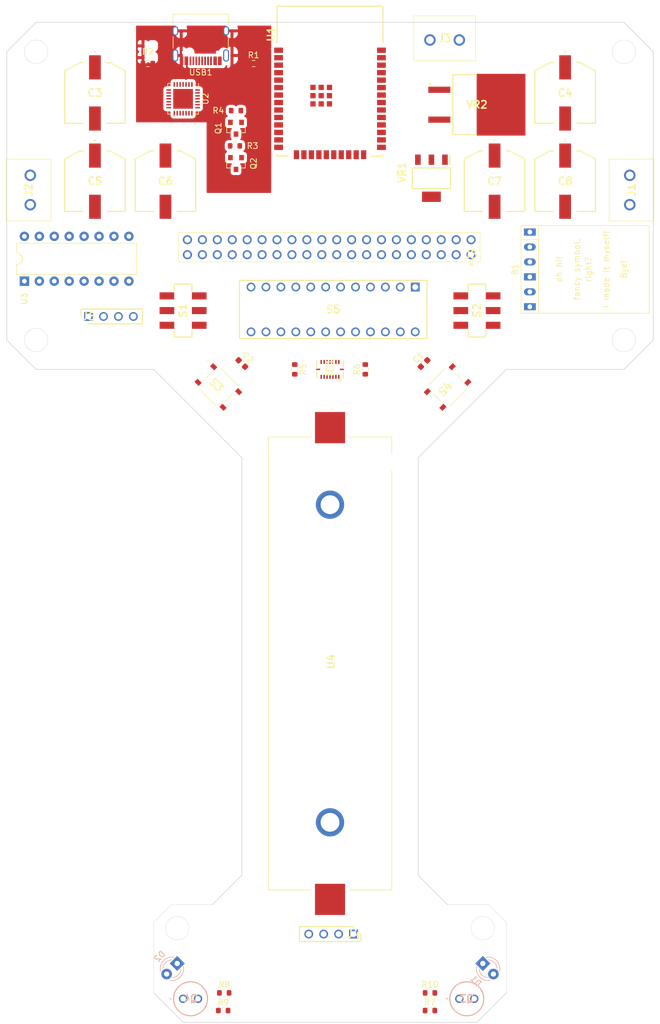
<source format=kicad_pcb>
(kicad_pcb (version 20171130) (host pcbnew "(5.1.9)-1")

  (general
    (thickness 1.6)
    (drawings 69)
    (tracks 0)
    (zones 0)
    (modules 44)
    (nets 100)
  )

  (page A4)
  (layers
    (0 F.Cu signal)
    (31 B.Cu signal)
    (32 B.Adhes user)
    (33 F.Adhes user)
    (34 B.Paste user)
    (35 F.Paste user)
    (36 B.SilkS user)
    (37 F.SilkS user)
    (38 B.Mask user)
    (39 F.Mask user)
    (40 Dwgs.User user)
    (41 Cmts.User user)
    (42 Eco1.User user)
    (43 Eco2.User user)
    (44 Edge.Cuts user)
    (45 Margin user)
    (46 B.CrtYd user)
    (47 F.CrtYd user)
    (48 B.Fab user)
    (49 F.Fab user)
  )

  (setup
    (last_trace_width 0.25)
    (user_trace_width 0.3)
    (trace_clearance 0.2)
    (zone_clearance 0.508)
    (zone_45_only no)
    (trace_min 0.2)
    (via_size 0.8)
    (via_drill 0.4)
    (via_min_size 0.4)
    (via_min_drill 0.3)
    (uvia_size 0.3)
    (uvia_drill 0.1)
    (uvias_allowed no)
    (uvia_min_size 0.2)
    (uvia_min_drill 0.1)
    (edge_width 0.05)
    (segment_width 0.2)
    (pcb_text_width 0.3)
    (pcb_text_size 1.5 1.5)
    (mod_edge_width 0.12)
    (mod_text_size 1 1)
    (mod_text_width 0.15)
    (pad_size 1.524 1.524)
    (pad_drill 0.762)
    (pad_to_mask_clearance 0)
    (aux_axis_origin 0 0)
    (visible_elements 7FFFFFFF)
    (pcbplotparams
      (layerselection 0x010fc_ffffffff)
      (usegerberextensions false)
      (usegerberattributes true)
      (usegerberadvancedattributes true)
      (creategerberjobfile true)
      (excludeedgelayer true)
      (linewidth 0.100000)
      (plotframeref false)
      (viasonmask false)
      (mode 1)
      (useauxorigin false)
      (hpglpennumber 1)
      (hpglpenspeed 20)
      (hpglpendiameter 15.000000)
      (psnegative false)
      (psa4output false)
      (plotreference true)
      (plotvalue true)
      (plotinvisibletext false)
      (padsonsilk false)
      (subtractmaskfromsilk false)
      (outputformat 1)
      (mirror false)
      (drillshape 0)
      (scaleselection 1)
      (outputdirectory "Gerber/"))
  )

  (net 0 "")
  (net 1 +BATT)
  (net 2 GND)
  (net 3 "Net-(B1-Pad4)")
  (net 4 VBUS)
  (net 5 EN)
  (net 6 BOOT)
  (net 7 +3V3)
  (net 8 +5V)
  (net 9 VCC)
  (net 10 "Net-(D1-Pad2)")
  (net 11 "Net-(D2-Pad2)")
  (net 12 "Net-(IC1-Pad16)")
  (net 13 "Net-(IC1-Pad14)")
  (net 14 "Net-(IC1-Pad13)")
  (net 15 "Net-(IC1-Pad12)")
  (net 16 7Y)
  (net 17 8Y)
  (net 18 "Net-(IC1-Pad5)")
  (net 19 "Net-(IC1-Pad1)")
  (net 20 M1B)
  (net 21 M1A)
  (net 22 M2B)
  (net 23 M2A)
  (net 24 9Y)
  (net 25 10Y)
  (net 26 "Net-(J5-Pad32)")
  (net 27 12A)
  (net 28 "Net-(J5-Pad30)")
  (net 29 10A)
  (net 30 "Net-(J5-Pad28)")
  (net 31 9A)
  (net 32 "Net-(J5-Pad26)")
  (net 33 11A)
  (net 34 8A)
  (net 35 "Net-(J5-Pad23)")
  (net 36 7A)
  (net 37 "Net-(J5-Pad21)")
  (net 38 "Net-(J5-Pad20)")
  (net 39 "Net-(J5-Pad19)")
  (net 40 "Net-(J5-Pad18)")
  (net 41 "Net-(J5-Pad17)")
  (net 42 "Net-(J5-Pad16)")
  (net 43 "Net-(J5-Pad15)")
  (net 44 "Net-(J5-Pad14)")
  (net 45 "Net-(J5-Pad13)")
  (net 46 "Net-(J5-Pad12)")
  (net 47 "Net-(J5-Pad10)")
  (net 48 "Net-(J5-Pad9)")
  (net 49 "Net-(J5-Pad8)")
  (net 50 "Net-(J5-Pad7)")
  (net 51 "Net-(Q1-Pad2)")
  (net 52 "Net-(Q1-Pad1)")
  (net 53 "Net-(Q2-Pad2)")
  (net 54 "Net-(Q2-Pad1)")
  (net 55 12Y)
  (net 56 11Y)
  (net 57 "Net-(R1-Pad1)")
  (net 58 "Net-(R2-Pad1)")
  (net 59 "Net-(S1-Pad4)")
  (net 60 "Net-(S1-Pad3)")
  (net 61 "Net-(S2-Pad5)")
  (net 62 "Net-(S2-Pad2)")
  (net 63 "Net-(S5-Pad12)")
  (net 64 "Net-(S5-Pad10)")
  (net 65 "Net-(S5-Pad8)")
  (net 66 "Net-(S5-Pad6)")
  (net 67 "Net-(S5-Pad4)")
  (net 68 "Net-(S5-Pad2)")
  (net 69 "Net-(U1-Pad32)")
  (net 70 "Net-(U1-Pad22)")
  (net 71 "Net-(U1-Pad21)")
  (net 72 "Net-(U1-Pad20)")
  (net 73 "Net-(U1-Pad19)")
  (net 74 "Net-(U1-Pad18)")
  (net 75 "Net-(U1-Pad17)")
  (net 76 "Net-(U2-Pad27)")
  (net 77 "Net-(U2-Pad23)")
  (net 78 "Net-(U2-Pad22)")
  (net 79 "Net-(U2-Pad21)")
  (net 80 "Net-(U2-Pad20)")
  (net 81 "Net-(U2-Pad19)")
  (net 82 "Net-(U2-Pad18)")
  (net 83 "Net-(U2-Pad17)")
  (net 84 "Net-(U2-Pad16)")
  (net 85 "Net-(U2-Pad15)")
  (net 86 "Net-(U2-Pad14)")
  (net 87 "Net-(U2-Pad13)")
  (net 88 "Net-(U2-Pad12)")
  (net 89 "Net-(U2-Pad11)")
  (net 90 "Net-(U2-Pad10)")
  (net 91 "Net-(U2-Pad8)")
  (net 92 "Net-(U2-Pad5)")
  (net 93 "Net-(U2-Pad4)")
  (net 94 "Net-(U2-Pad2)")
  (net 95 "Net-(U2-Pad1)")
  (net 96 "Net-(U4-PadMH2)")
  (net 97 "Net-(U4-PadMH1)")
  (net 98 "Net-(USB1-PadB8)")
  (net 99 "Net-(USB1-PadA8)")

  (net_class Default "This is the default net class."
    (clearance 0.2)
    (trace_width 0.25)
    (via_dia 0.8)
    (via_drill 0.4)
    (uvia_dia 0.3)
    (uvia_drill 0.1)
    (add_net +3V3)
    (add_net 10A)
    (add_net 10Y)
    (add_net 11A)
    (add_net 11Y)
    (add_net 12A)
    (add_net 12Y)
    (add_net 7A)
    (add_net 7Y)
    (add_net 8A)
    (add_net 8Y)
    (add_net 9A)
    (add_net 9Y)
    (add_net BOOT)
    (add_net EN)
    (add_net "Net-(B1-Pad4)")
    (add_net "Net-(D1-Pad2)")
    (add_net "Net-(D2-Pad2)")
    (add_net "Net-(IC1-Pad1)")
    (add_net "Net-(IC1-Pad12)")
    (add_net "Net-(IC1-Pad13)")
    (add_net "Net-(IC1-Pad14)")
    (add_net "Net-(IC1-Pad16)")
    (add_net "Net-(IC1-Pad5)")
    (add_net "Net-(J5-Pad10)")
    (add_net "Net-(J5-Pad12)")
    (add_net "Net-(J5-Pad13)")
    (add_net "Net-(J5-Pad14)")
    (add_net "Net-(J5-Pad15)")
    (add_net "Net-(J5-Pad16)")
    (add_net "Net-(J5-Pad17)")
    (add_net "Net-(J5-Pad18)")
    (add_net "Net-(J5-Pad19)")
    (add_net "Net-(J5-Pad20)")
    (add_net "Net-(J5-Pad21)")
    (add_net "Net-(J5-Pad23)")
    (add_net "Net-(J5-Pad26)")
    (add_net "Net-(J5-Pad28)")
    (add_net "Net-(J5-Pad30)")
    (add_net "Net-(J5-Pad32)")
    (add_net "Net-(J5-Pad7)")
    (add_net "Net-(J5-Pad8)")
    (add_net "Net-(J5-Pad9)")
    (add_net "Net-(Q1-Pad1)")
    (add_net "Net-(Q1-Pad2)")
    (add_net "Net-(Q2-Pad1)")
    (add_net "Net-(Q2-Pad2)")
    (add_net "Net-(R1-Pad1)")
    (add_net "Net-(R2-Pad1)")
    (add_net "Net-(S1-Pad3)")
    (add_net "Net-(S1-Pad4)")
    (add_net "Net-(S2-Pad2)")
    (add_net "Net-(S2-Pad5)")
    (add_net "Net-(S5-Pad10)")
    (add_net "Net-(S5-Pad12)")
    (add_net "Net-(S5-Pad2)")
    (add_net "Net-(S5-Pad4)")
    (add_net "Net-(S5-Pad6)")
    (add_net "Net-(S5-Pad8)")
    (add_net "Net-(U1-Pad17)")
    (add_net "Net-(U1-Pad18)")
    (add_net "Net-(U1-Pad19)")
    (add_net "Net-(U1-Pad20)")
    (add_net "Net-(U1-Pad21)")
    (add_net "Net-(U1-Pad22)")
    (add_net "Net-(U1-Pad32)")
    (add_net "Net-(U2-Pad1)")
    (add_net "Net-(U2-Pad10)")
    (add_net "Net-(U2-Pad11)")
    (add_net "Net-(U2-Pad12)")
    (add_net "Net-(U2-Pad13)")
    (add_net "Net-(U2-Pad14)")
    (add_net "Net-(U2-Pad15)")
    (add_net "Net-(U2-Pad16)")
    (add_net "Net-(U2-Pad17)")
    (add_net "Net-(U2-Pad18)")
    (add_net "Net-(U2-Pad19)")
    (add_net "Net-(U2-Pad2)")
    (add_net "Net-(U2-Pad20)")
    (add_net "Net-(U2-Pad21)")
    (add_net "Net-(U2-Pad22)")
    (add_net "Net-(U2-Pad23)")
    (add_net "Net-(U2-Pad27)")
    (add_net "Net-(U2-Pad4)")
    (add_net "Net-(U2-Pad5)")
    (add_net "Net-(U2-Pad8)")
    (add_net "Net-(U4-PadMH1)")
    (add_net "Net-(U4-PadMH2)")
    (add_net "Net-(USB1-PadA8)")
    (add_net "Net-(USB1-PadB8)")
  )

  (net_class Power ""
    (clearance 0.2)
    (trace_width 0.8)
    (via_dia 1)
    (via_drill 0.5)
    (uvia_dia 0.3)
    (uvia_drill 0.1)
    (add_net +5V)
    (add_net +BATT)
    (add_net GND)
    (add_net M1A)
    (add_net M1B)
    (add_net M2A)
    (add_net M2B)
    (add_net VBUS)
    (add_net VCC)
  )

  (module SamacSys_Parts:TO254P1542X460-3N (layer F.Cu) (tedit 0) (tstamp 62895676)
    (at 115 39)
    (descr D2PAK_STD_ST)
    (tags "Integrated Circuit")
    (path /628DC998)
    (attr smd)
    (fp_text reference VR2 (at 0 0) (layer F.SilkS)
      (effects (font (size 1.27 1.27) (thickness 0.254)))
    )
    (fp_text value L7905ACD2T-TR (at 0 0) (layer F.SilkS) hide
      (effects (font (size 1.27 1.27) (thickness 0.254)))
    )
    (fp_text user %R (at 0 0) (layer F.Fab)
      (effects (font (size 1.27 1.27) (thickness 0.254)))
    )
    (fp_line (start -2.808 5.2) (end 6.542 5.2) (layer F.CrtYd) (width 0.001))
    (fp_line (start 6.542 5.2) (end 6.542 -5.2) (layer F.CrtYd) (width 0.001))
    (fp_line (start 6.542 -5.2) (end -2.808 -5.2) (layer F.CrtYd) (width 0.001))
    (fp_line (start -2.808 -5.2) (end -2.808 5.2) (layer F.CrtYd) (width 0.001))
    (fp_line (start -8.55 5.5) (end 8.55 5.5) (layer F.CrtYd) (width 0.05))
    (fp_line (start 8.55 5.5) (end 8.55 -5.5) (layer F.CrtYd) (width 0.05))
    (fp_line (start 8.55 -5.5) (end -8.55 -5.5) (layer F.CrtYd) (width 0.05))
    (fp_line (start -8.55 -5.5) (end -8.55 5.5) (layer F.CrtYd) (width 0.05))
    (fp_line (start 0 0.5) (end 0 -0.5) (layer F.CrtYd) (width 0.05))
    (fp_line (start -0.5 0) (end 0.5 0) (layer F.CrtYd) (width 0.05))
    (fp_line (start -2.708 5.1) (end 6.442 5.1) (layer F.Fab) (width 0.1))
    (fp_line (start 6.442 5.1) (end 6.442 -5.1) (layer F.Fab) (width 0.1))
    (fp_line (start 6.442 -5.1) (end -2.708 -5.1) (layer F.Fab) (width 0.1))
    (fp_line (start -2.708 -5.1) (end -2.708 5.1) (layer F.Fab) (width 0.1))
    (fp_line (start 6.442 5.1) (end 6.861 5.1) (layer F.Fab) (width 0.1))
    (fp_line (start 6.861 5.1) (end 7.712 4.157) (layer F.Fab) (width 0.1))
    (fp_line (start 7.712 4.157) (end 7.712 -4.157) (layer F.Fab) (width 0.1))
    (fp_line (start 7.712 -4.157) (end 6.861 -5.1) (layer F.Fab) (width 0.1))
    (fp_line (start 6.861 -5.1) (end 6.442 -5.1) (layer F.Fab) (width 0.1))
    (fp_line (start -0.4 5.1) (end -4.1 5.1) (layer F.SilkS) (width 0.2))
    (fp_line (start -4.1 5.1) (end -4.1 -5.1) (layer F.SilkS) (width 0.2))
    (fp_line (start -4.1 -5.1) (end -0.4 -5.1) (layer F.SilkS) (width 0.2))
    (fp_circle (center -8 -3.6) (end -8 -3.475) (layer F.SilkS) (width 0.25))
    (pad 4 smd rect (at 4.1 0) (size 8.3 10.5) (layers F.Cu F.Paste F.Mask)
      (net 9 VCC))
    (pad 3 smd rect (at -6.4 2.54 90) (size 1.05 3.75) (layers F.Cu F.Paste F.Mask)
      (net 4 VBUS))
    (pad 1 smd rect (at -6.4 -2.54 90) (size 1.05 3.75) (layers F.Cu F.Paste F.Mask)
      (net 2 GND))
  )

  (module SamacSys_Parts:12BHC186P1GR (layer F.Cu) (tedit 0) (tstamp 62861CEE)
    (at 90 134 270)
    (descr 12BHC186P1-GR-1)
    (tags "Undefined or Miscellaneous")
    (path /6368B9AB)
    (fp_text reference U4 (at -0.325 -0.175 90) (layer F.SilkS)
      (effects (font (size 1.27 1.27) (thickness 0.254)))
    )
    (fp_text value 12BHC186P1-GR (at -0.325 -0.175 90) (layer F.SilkS) hide
      (effects (font (size 1.27 1.27) (thickness 0.254)))
    )
    (fp_arc (start -43.35 -0.25) (end -43.4 -0.25) (angle -180) (layer F.SilkS) (width 0.2))
    (fp_arc (start -43.35 -0.25) (end -43.3 -0.25) (angle -180) (layer F.SilkS) (width 0.2))
    (fp_arc (start -43.35 -0.25) (end -43.4 -0.25) (angle -180) (layer F.SilkS) (width 0.2))
    (fp_text user %R (at -0.325 -0.175 90) (layer F.Fab)
      (effects (font (size 1.27 1.27) (thickness 0.254)))
    )
    (fp_line (start -38.5 10.5) (end 38.5 10.5) (layer F.Fab) (width 0.2))
    (fp_line (start 38.5 10.5) (end 38.5 -10.5) (layer F.Fab) (width 0.2))
    (fp_line (start 38.5 -10.5) (end -38.5 -10.5) (layer F.Fab) (width 0.2))
    (fp_line (start -38.5 -10.5) (end -38.5 10.5) (layer F.Fab) (width 0.2))
    (fp_line (start -38.5 10.5) (end 38.5 10.5) (layer F.SilkS) (width 0.1))
    (fp_line (start 38.5 10.5) (end 38.5 10.5) (layer F.SilkS) (width 0.1))
    (fp_line (start 38.5 10.5) (end -38.5 10.5) (layer F.SilkS) (width 0.1))
    (fp_line (start -38.5 10.5) (end -38.5 10.5) (layer F.SilkS) (width 0.1))
    (fp_line (start 38.5 -10.5) (end -32.75 -10.5) (layer F.SilkS) (width 0.1))
    (fp_line (start -32.75 -10.5) (end -32.75 -10.5) (layer F.SilkS) (width 0.1))
    (fp_line (start -32.75 -10.5) (end 38.5 -10.5) (layer F.SilkS) (width 0.1))
    (fp_line (start 38.5 -10.5) (end 38.5 -10.5) (layer F.SilkS) (width 0.1))
    (fp_line (start -38.5 -10.5) (end -35.75 -10.5) (layer F.SilkS) (width 0.1))
    (fp_line (start -35.75 -10.5) (end -35.75 -10.5) (layer F.SilkS) (width 0.1))
    (fp_line (start -35.75 -10.5) (end -38.5 -10.5) (layer F.SilkS) (width 0.1))
    (fp_line (start -38.5 -10.5) (end -38.5 -10.5) (layer F.SilkS) (width 0.1))
    (fp_line (start -44.4 -11.85) (end 43.75 -11.85) (layer F.CrtYd) (width 0.1))
    (fp_line (start 43.75 -11.85) (end 43.75 11.5) (layer F.CrtYd) (width 0.1))
    (fp_line (start 43.75 11.5) (end -44.4 11.5) (layer F.CrtYd) (width 0.1))
    (fp_line (start -44.4 11.5) (end -44.4 -11.85) (layer F.CrtYd) (width 0.1))
    (fp_line (start -38.5 3.25) (end -38.5 3.25) (layer F.SilkS) (width 0.1))
    (fp_line (start -38.5 3.25) (end -38.5 10.5) (layer F.SilkS) (width 0.1))
    (fp_line (start -38.5 10.5) (end -38.5 10.5) (layer F.SilkS) (width 0.1))
    (fp_line (start -38.5 10.5) (end -38.5 3.25) (layer F.SilkS) (width 0.1))
    (fp_line (start 38.5 10.5) (end 38.5 10.5) (layer F.SilkS) (width 0.1))
    (fp_line (start 38.5 10.5) (end 38.5 3.25) (layer F.SilkS) (width 0.1))
    (fp_line (start 38.5 3.25) (end 38.5 3.25) (layer F.SilkS) (width 0.1))
    (fp_line (start 38.5 3.25) (end 38.5 10.5) (layer F.SilkS) (width 0.1))
    (fp_line (start 38.5 -3.25) (end 38.5 -3.25) (layer F.SilkS) (width 0.1))
    (fp_line (start 38.5 -3.25) (end 38.5 -10.5) (layer F.SilkS) (width 0.1))
    (fp_line (start 38.5 -10.5) (end 38.5 -10.5) (layer F.SilkS) (width 0.1))
    (fp_line (start 38.5 -10.5) (end 38.5 -3.25) (layer F.SilkS) (width 0.1))
    (fp_line (start -38.5 -10.5) (end -38.5 -10.5) (layer F.SilkS) (width 0.1))
    (fp_line (start -38.5 -10.5) (end -38.5 -3.25) (layer F.SilkS) (width 0.1))
    (fp_line (start -38.5 -3.25) (end -38.5 -3.25) (layer F.SilkS) (width 0.1))
    (fp_line (start -38.5 -3.25) (end -38.5 -10.5) (layer F.SilkS) (width 0.1))
    (fp_line (start -43.4 -0.25) (end -43.4 -0.25) (layer F.SilkS) (width 0.2))
    (fp_line (start -43.3 -0.25) (end -43.3 -0.25) (layer F.SilkS) (width 0.2))
    (fp_line (start -43.4 -0.25) (end -43.4 -0.25) (layer F.SilkS) (width 0.2))
    (pad MH3 np_thru_hole circle (at -34.25 -9.75 270) (size 2 0) (drill 2) (layers *.Cu *.Mask))
    (pad MH2 thru_hole circle (at 27 0 270) (size 4.8 4.8) (drill 3.2) (layers *.Cu *.Mask)
      (net 96 "Net-(U4-PadMH2)"))
    (pad MH1 thru_hole circle (at -27 0 270) (size 4.8 4.8) (drill 3.2) (layers *.Cu *.Mask)
      (net 97 "Net-(U4-PadMH1)"))
    (pad 2 smd rect (at 40.1 0) (size 5.12 5.3) (layers F.Cu F.Paste F.Mask)
      (net 2 GND))
    (pad 1 smd rect (at -40.1 0) (size 5.12 5.3) (layers F.Cu F.Paste F.Mask)
      (net 3 "Net-(B1-Pad4)"))
    (model C:\Users\IEFis\Documents\GitHub\ESP32bot\Libload\SamacSys_Parts.3dshapes\12BHC186P1-GR.stp
      (offset (xyz -0.1299999932792242 0 0))
      (scale (xyz 1 1 1))
      (rotate (xyz -90 0 0))
    )
  )

  (module SamacSys_Parts:DS01C254S12BE (layer F.Cu) (tedit 0) (tstamp 62861C14)
    (at 104.5 70 180)
    (descr DS01C-254-S-12BE-1)
    (tags Switch)
    (path /6301B72C)
    (fp_text reference S5 (at 13.97 -3.81) (layer F.SilkS)
      (effects (font (size 1.27 1.27) (thickness 0.254)))
    )
    (fp_text value DS01C-254-S-12BE (at 13.97 -3.81) (layer F.SilkS) hide
      (effects (font (size 1.27 1.27) (thickness 0.254)))
    )
    (fp_text user %R (at 13.97 -3.81) (layer F.Fab)
      (effects (font (size 1.27 1.27) (thickness 0.254)))
    )
    (fp_line (start -1.98 1.14) (end 29.92 1.14) (layer F.Fab) (width 0.1))
    (fp_line (start 29.92 1.14) (end 29.92 -8.76) (layer F.Fab) (width 0.1))
    (fp_line (start 29.92 -8.76) (end -1.98 -8.76) (layer F.Fab) (width 0.1))
    (fp_line (start -1.98 -8.76) (end -1.98 1.14) (layer F.Fab) (width 0.1))
    (fp_line (start -2.98 -9.76) (end 30.92 -9.76) (layer F.CrtYd) (width 0.1))
    (fp_line (start 30.92 -9.76) (end 30.92 2.14) (layer F.CrtYd) (width 0.1))
    (fp_line (start 30.92 2.14) (end -2.98 2.14) (layer F.CrtYd) (width 0.1))
    (fp_line (start -2.98 2.14) (end -2.98 -9.76) (layer F.CrtYd) (width 0.1))
    (fp_line (start -1.98 -8.76) (end -2 1.14) (layer F.SilkS) (width 0.2))
    (fp_line (start -2 1.14) (end 29.92 1.14) (layer F.SilkS) (width 0.2))
    (fp_line (start 29.92 1.14) (end 29.92 -8.76) (layer F.SilkS) (width 0.2))
    (fp_line (start 29.92 -8.76) (end -2 -8.76) (layer F.SilkS) (width 0.2))
    (pad 24 thru_hole circle (at 27.94 -7.62 180) (size 1.5 1.5) (drill 1) (layers *.Cu *.Mask)
      (net 55 12Y))
    (pad 23 thru_hole circle (at 27.94 0 180) (size 1.5 1.5) (drill 1) (layers *.Cu *.Mask)
      (net 27 12A))
    (pad 22 thru_hole circle (at 25.4 -7.62 180) (size 1.5 1.5) (drill 1) (layers *.Cu *.Mask)
      (net 56 11Y))
    (pad 21 thru_hole circle (at 25.4 0 180) (size 1.5 1.5) (drill 1) (layers *.Cu *.Mask)
      (net 33 11A))
    (pad 20 thru_hole circle (at 22.86 -7.62 180) (size 1.5 1.5) (drill 1) (layers *.Cu *.Mask)
      (net 25 10Y))
    (pad 19 thru_hole circle (at 22.86 0 180) (size 1.5 1.5) (drill 1) (layers *.Cu *.Mask)
      (net 29 10A))
    (pad 18 thru_hole circle (at 20.32 -7.62 180) (size 1.5 1.5) (drill 1) (layers *.Cu *.Mask)
      (net 24 9Y))
    (pad 17 thru_hole circle (at 20.32 0 180) (size 1.5 1.5) (drill 1) (layers *.Cu *.Mask)
      (net 31 9A))
    (pad 16 thru_hole circle (at 17.78 -7.62 180) (size 1.5 1.5) (drill 1) (layers *.Cu *.Mask)
      (net 17 8Y))
    (pad 15 thru_hole circle (at 17.78 0 180) (size 1.5 1.5) (drill 1) (layers *.Cu *.Mask)
      (net 34 8A))
    (pad 14 thru_hole circle (at 15.24 -7.62 180) (size 1.5 1.5) (drill 1) (layers *.Cu *.Mask)
      (net 16 7Y))
    (pad 13 thru_hole circle (at 15.24 0 180) (size 1.5 1.5) (drill 1) (layers *.Cu *.Mask)
      (net 36 7A))
    (pad 12 thru_hole circle (at 12.7 -7.62 180) (size 1.5 1.5) (drill 1) (layers *.Cu *.Mask)
      (net 63 "Net-(S5-Pad12)"))
    (pad 11 thru_hole circle (at 12.7 0 180) (size 1.5 1.5) (drill 1) (layers *.Cu *.Mask)
      (net 35 "Net-(J5-Pad23)"))
    (pad 10 thru_hole circle (at 10.16 -7.62 180) (size 1.5 1.5) (drill 1) (layers *.Cu *.Mask)
      (net 64 "Net-(S5-Pad10)"))
    (pad 9 thru_hole circle (at 10.16 0 180) (size 1.5 1.5) (drill 1) (layers *.Cu *.Mask)
      (net 38 "Net-(J5-Pad20)"))
    (pad 8 thru_hole circle (at 7.62 -7.62 180) (size 1.5 1.5) (drill 1) (layers *.Cu *.Mask)
      (net 65 "Net-(S5-Pad8)"))
    (pad 7 thru_hole circle (at 7.62 0 180) (size 1.5 1.5) (drill 1) (layers *.Cu *.Mask)
      (net 40 "Net-(J5-Pad18)"))
    (pad 6 thru_hole circle (at 5.08 -7.62 180) (size 1.5 1.5) (drill 1) (layers *.Cu *.Mask)
      (net 66 "Net-(S5-Pad6)"))
    (pad 5 thru_hole circle (at 5.08 0 180) (size 1.5 1.5) (drill 1) (layers *.Cu *.Mask)
      (net 37 "Net-(J5-Pad21)"))
    (pad 4 thru_hole circle (at 2.54 -7.62 180) (size 1.5 1.5) (drill 1) (layers *.Cu *.Mask)
      (net 67 "Net-(S5-Pad4)"))
    (pad 3 thru_hole circle (at 2.54 0 180) (size 1.5 1.5) (drill 1) (layers *.Cu *.Mask)
      (net 42 "Net-(J5-Pad16)"))
    (pad 2 thru_hole circle (at 0 -7.62 180) (size 1.5 1.5) (drill 1) (layers *.Cu *.Mask)
      (net 68 "Net-(S5-Pad2)"))
    (pad 1 thru_hole rect (at 0 0 180) (size 1.5 1.5) (drill 1) (layers *.Cu *.Mask)
      (net 44 "Net-(J5-Pad14)"))
    (model C:\Users\IEFis\Documents\GitHub\ESP32bot\Libload\SamacSys_Parts.3dshapes\DS01C-254-S-12BE.stp
      (at (xyz 0 0 0))
      (scale (xyz 1 1 1))
      (rotate (xyz 0 0 0))
    )
  )

  (module SamacSys_Parts:TS1187ABAB (layer F.Cu) (tedit 0) (tstamp 62861BEB)
    (at 110 87 45)
    (descr TS-1187A-B-A-B-1)
    (tags Switch)
    (path /62C0060F)
    (attr smd)
    (fp_text reference S4 (at -0.5 0 45) (layer F.SilkS)
      (effects (font (size 1.27 1.27) (thickness 0.254)))
    )
    (fp_text value TS-1187A-B-A-B (at -0.5 0 45) (layer F.SilkS) hide
      (effects (font (size 1.27 1.27) (thickness 0.254)))
    )
    (fp_arc (start -4.45 -1.9) (end -4.5 -1.9) (angle -180) (layer F.SilkS) (width 0.2))
    (fp_arc (start -4.45 -1.9) (end -4.4 -1.9) (angle -180) (layer F.SilkS) (width 0.2))
    (fp_arc (start -4.45 -1.9) (end -4.5 -1.9) (angle -180) (layer F.SilkS) (width 0.2))
    (fp_text user %R (at -0.5 0 45) (layer F.Fab)
      (effects (font (size 1.27 1.27) (thickness 0.254)))
    )
    (fp_line (start -2.55 2.55) (end 2.55 2.55) (layer F.Fab) (width 0.2))
    (fp_line (start 2.55 2.55) (end 2.55 -2.55) (layer F.Fab) (width 0.2))
    (fp_line (start 2.55 -2.55) (end -2.55 -2.55) (layer F.Fab) (width 0.2))
    (fp_line (start -2.55 -2.55) (end -2.55 2.55) (layer F.Fab) (width 0.2))
    (fp_line (start -5.5 -3.55) (end 4.5 -3.55) (layer F.CrtYd) (width 0.1))
    (fp_line (start 4.5 -3.55) (end 4.5 3.55) (layer F.CrtYd) (width 0.1))
    (fp_line (start 4.5 3.55) (end -5.5 3.55) (layer F.CrtYd) (width 0.1))
    (fp_line (start -5.5 3.55) (end -5.5 -3.55) (layer F.CrtYd) (width 0.1))
    (fp_line (start -4.5 -1.9) (end -4.5 -1.9) (layer F.SilkS) (width 0.2))
    (fp_line (start -4.4 -1.9) (end -4.4 -1.9) (layer F.SilkS) (width 0.2))
    (fp_line (start -4.5 -1.9) (end -4.5 -1.9) (layer F.SilkS) (width 0.2))
    (fp_line (start -2.55 -1) (end -2.55 1) (layer F.SilkS) (width 0.1))
    (fp_line (start 2.55 -1) (end 2.55 1) (layer F.SilkS) (width 0.1))
    (fp_line (start -2 -2.55) (end 2 -2.55) (layer F.SilkS) (width 0.1))
    (fp_line (start -2 2.55) (end 2 2.55) (layer F.SilkS) (width 0.1))
    (pad D1 smd rect (at 3 1.875 135) (size 0.75 1) (layers F.Cu F.Paste F.Mask)
      (net 2 GND))
    (pad C1 smd rect (at -3 1.875 135) (size 0.75 1) (layers F.Cu F.Paste F.Mask)
      (net 2 GND))
    (pad B1 smd rect (at 3 -1.875 135) (size 0.75 1) (layers F.Cu F.Paste F.Mask)
      (net 6 BOOT))
    (pad A1 smd rect (at -3 -1.875 135) (size 0.75 1) (layers F.Cu F.Paste F.Mask)
      (net 6 BOOT))
    (model C:\Users\IEFis\Documents\GitHub\ESP32bot\Libload\SamacSys_Parts.3dshapes\TS-1187A-B-A-B.stp
      (offset (xyz 0 0 0.1999999999765342))
      (scale (xyz 1 1 1))
      (rotate (xyz -90 0 0))
    )
  )

  (module SamacSys_Parts:TS1187ABAB (layer F.Cu) (tedit 0) (tstamp 62861BD0)
    (at 71 87 315)
    (descr TS-1187A-B-A-B-1)
    (tags Switch)
    (path /62B92A33)
    (attr smd)
    (fp_text reference S3 (at -0.5 0 135) (layer F.SilkS)
      (effects (font (size 1.27 1.27) (thickness 0.254)))
    )
    (fp_text value TS-1187A-B-A-B (at -0.5 0 135) (layer F.SilkS) hide
      (effects (font (size 1.27 1.27) (thickness 0.254)))
    )
    (fp_arc (start -4.45 -1.9) (end -4.5 -1.9) (angle -180) (layer F.SilkS) (width 0.2))
    (fp_arc (start -4.45 -1.9) (end -4.4 -1.9) (angle -180) (layer F.SilkS) (width 0.2))
    (fp_arc (start -4.45 -1.9) (end -4.5 -1.9) (angle -180) (layer F.SilkS) (width 0.2))
    (fp_text user %R (at -0.5 0 135) (layer F.Fab)
      (effects (font (size 1.27 1.27) (thickness 0.254)))
    )
    (fp_line (start -2.55 2.55) (end 2.55 2.55) (layer F.Fab) (width 0.2))
    (fp_line (start 2.55 2.55) (end 2.55 -2.55) (layer F.Fab) (width 0.2))
    (fp_line (start 2.55 -2.55) (end -2.55 -2.55) (layer F.Fab) (width 0.2))
    (fp_line (start -2.55 -2.55) (end -2.55 2.55) (layer F.Fab) (width 0.2))
    (fp_line (start -5.5 -3.55) (end 4.5 -3.55) (layer F.CrtYd) (width 0.1))
    (fp_line (start 4.5 -3.55) (end 4.5 3.55) (layer F.CrtYd) (width 0.1))
    (fp_line (start 4.5 3.55) (end -5.5 3.55) (layer F.CrtYd) (width 0.1))
    (fp_line (start -5.5 3.55) (end -5.5 -3.55) (layer F.CrtYd) (width 0.1))
    (fp_line (start -4.5 -1.9) (end -4.5 -1.9) (layer F.SilkS) (width 0.2))
    (fp_line (start -4.4 -1.9) (end -4.4 -1.9) (layer F.SilkS) (width 0.2))
    (fp_line (start -4.5 -1.9) (end -4.5 -1.9) (layer F.SilkS) (width 0.2))
    (fp_line (start -2.55 -1) (end -2.55 1) (layer F.SilkS) (width 0.1))
    (fp_line (start 2.55 -1) (end 2.55 1) (layer F.SilkS) (width 0.1))
    (fp_line (start -2 -2.55) (end 2 -2.55) (layer F.SilkS) (width 0.1))
    (fp_line (start -2 2.55) (end 2 2.55) (layer F.SilkS) (width 0.1))
    (pad D1 smd rect (at 3 1.875 45) (size 0.75 1) (layers F.Cu F.Paste F.Mask)
      (net 2 GND))
    (pad C1 smd rect (at -3 1.875 45) (size 0.75 1) (layers F.Cu F.Paste F.Mask)
      (net 2 GND))
    (pad B1 smd rect (at 3 -1.875 45) (size 0.75 1) (layers F.Cu F.Paste F.Mask)
      (net 5 EN))
    (pad A1 smd rect (at -3 -1.875 45) (size 0.75 1) (layers F.Cu F.Paste F.Mask)
      (net 5 EN))
    (model C:\Users\IEFis\Documents\GitHub\ESP32bot\Libload\SamacSys_Parts.3dshapes\TS-1187A-B-A-B.stp
      (offset (xyz 0 0 0.1999999999765342))
      (scale (xyz 1 1 1))
      (rotate (xyz -90 0 0))
    )
  )

  (module SamacSys_Parts:JS202011SCQN (layer F.Cu) (tedit 0) (tstamp 62861BB5)
    (at 115 74 270)
    (descr JS202011SCQN)
    (tags Switch)
    (path /62C72FCF)
    (attr smd)
    (fp_text reference S2 (at 0 0.002 90) (layer F.SilkS)
      (effects (font (size 1.27 1.27) (thickness 0.254)))
    )
    (fp_text value JS202011SCQN (at 0 0.002 90) (layer F.SilkS) hide
      (effects (font (size 1.27 1.27) (thickness 0.254)))
    )
    (fp_arc (start -3.578 3.968) (end -3.542 3.968) (angle -180) (layer F.SilkS) (width 0.07159))
    (fp_arc (start -3.578 3.968) (end -3.614 3.968) (angle -180) (layer F.SilkS) (width 0.07159))
    (fp_text user %R (at 0 0.002 90) (layer F.Fab)
      (effects (font (size 1.27 1.27) (thickness 0.254)))
    )
    (fp_line (start -4.5 -1.5) (end 4.5 -1.5) (layer F.Fab) (width 0.2))
    (fp_line (start 4.5 -1.5) (end 4.5 1.5) (layer F.Fab) (width 0.2))
    (fp_line (start 4.5 1.5) (end -4.5 1.5) (layer F.Fab) (width 0.2))
    (fp_line (start -4.5 1.5) (end -4.5 -1.5) (layer F.Fab) (width 0.2))
    (fp_line (start -5.5 -5) (end 5.5 -5) (layer F.CrtYd) (width 0.1))
    (fp_line (start 5.5 -5) (end 5.5 5.004) (layer F.CrtYd) (width 0.1))
    (fp_line (start 5.5 5.004) (end -5.5 5.004) (layer F.CrtYd) (width 0.1))
    (fp_line (start -5.5 5.004) (end -5.5 -5) (layer F.CrtYd) (width 0.1))
    (fp_line (start -4.5 -1.5) (end -4.5 1.5) (layer F.SilkS) (width 0.2))
    (fp_line (start 4.5 1.5) (end 4.5 -1.5) (layer F.SilkS) (width 0.2))
    (fp_line (start 4.5 -1.5) (end 3.323 -1.5) (layer F.SilkS) (width 0.2))
    (fp_line (start -4.5 -1.5) (end -3.323 -1.5) (layer F.SilkS) (width 0.2))
    (fp_line (start 4.5 1.5) (end 3.323 1.5) (layer F.SilkS) (width 0.2))
    (fp_line (start -4.5 1.5) (end -3.323 1.5) (layer F.SilkS) (width 0.2))
    (fp_line (start -3.614 3.968) (end -3.614 3.968) (layer F.SilkS) (width 0.07159))
    (fp_line (start -3.542 3.968) (end -3.542 3.968) (layer F.SilkS) (width 0.07159))
    (pad 6 smd rect (at -2.5 -2.75 270) (size 1.2 2.5) (layers F.Cu F.Paste F.Mask)
      (net 9 VCC))
    (pad 5 smd rect (at 0 -2.75 270) (size 1.2 2.5) (layers F.Cu F.Paste F.Mask)
      (net 61 "Net-(S2-Pad5)"))
    (pad 4 smd rect (at 2.5 -2.75 270) (size 1.2 2.5) (layers F.Cu F.Paste F.Mask)
      (net 8 +5V))
    (pad 3 smd rect (at 2.5 2.75 270) (size 1.2 2.5) (layers F.Cu F.Paste F.Mask)
      (net 8 +5V))
    (pad 2 smd rect (at 0 2.75 270) (size 1.2 2.5) (layers F.Cu F.Paste F.Mask)
      (net 62 "Net-(S2-Pad2)"))
    (pad 1 smd rect (at -2.5 2.75 270) (size 1.2 2.5) (layers F.Cu F.Paste F.Mask)
      (net 9 VCC))
    (model C:\Users\IEFis\Documents\KICAD\LibLoad\SamacSys_Parts.3dshapes\JS202011SCQN.stp
      (at (xyz 0 0 0))
      (scale (xyz 1 1 1))
      (rotate (xyz 0 0 0))
    )
  )

  (module SamacSys_Parts:JS202011SCQN (layer F.Cu) (tedit 0) (tstamp 62861B98)
    (at 65 74 90)
    (descr JS202011SCQN)
    (tags Switch)
    (path /6271E714)
    (attr smd)
    (fp_text reference S1 (at 0 0.002 90) (layer F.SilkS)
      (effects (font (size 1.27 1.27) (thickness 0.254)))
    )
    (fp_text value JS202011SCQN (at 0 0.002 90) (layer F.SilkS) hide
      (effects (font (size 1.27 1.27) (thickness 0.254)))
    )
    (fp_arc (start -3.578 3.968) (end -3.542 3.968) (angle -180) (layer F.SilkS) (width 0.07159))
    (fp_arc (start -3.578 3.968) (end -3.614 3.968) (angle -180) (layer F.SilkS) (width 0.07159))
    (fp_text user %R (at 0 0.002 90) (layer F.Fab)
      (effects (font (size 1.27 1.27) (thickness 0.254)))
    )
    (fp_line (start -4.5 -1.5) (end 4.5 -1.5) (layer F.Fab) (width 0.2))
    (fp_line (start 4.5 -1.5) (end 4.5 1.5) (layer F.Fab) (width 0.2))
    (fp_line (start 4.5 1.5) (end -4.5 1.5) (layer F.Fab) (width 0.2))
    (fp_line (start -4.5 1.5) (end -4.5 -1.5) (layer F.Fab) (width 0.2))
    (fp_line (start -5.5 -5) (end 5.5 -5) (layer F.CrtYd) (width 0.1))
    (fp_line (start 5.5 -5) (end 5.5 5.004) (layer F.CrtYd) (width 0.1))
    (fp_line (start 5.5 5.004) (end -5.5 5.004) (layer F.CrtYd) (width 0.1))
    (fp_line (start -5.5 5.004) (end -5.5 -5) (layer F.CrtYd) (width 0.1))
    (fp_line (start -4.5 -1.5) (end -4.5 1.5) (layer F.SilkS) (width 0.2))
    (fp_line (start 4.5 1.5) (end 4.5 -1.5) (layer F.SilkS) (width 0.2))
    (fp_line (start 4.5 -1.5) (end 3.323 -1.5) (layer F.SilkS) (width 0.2))
    (fp_line (start -4.5 -1.5) (end -3.323 -1.5) (layer F.SilkS) (width 0.2))
    (fp_line (start 4.5 1.5) (end 3.323 1.5) (layer F.SilkS) (width 0.2))
    (fp_line (start -4.5 1.5) (end -3.323 1.5) (layer F.SilkS) (width 0.2))
    (fp_line (start -3.614 3.968) (end -3.614 3.968) (layer F.SilkS) (width 0.07159))
    (fp_line (start -3.542 3.968) (end -3.542 3.968) (layer F.SilkS) (width 0.07159))
    (pad 6 smd rect (at -2.5 -2.75 90) (size 1.2 2.5) (layers F.Cu F.Paste F.Mask)
      (net 8 +5V))
    (pad 5 smd rect (at 0 -2.75 90) (size 1.2 2.5) (layers F.Cu F.Paste F.Mask)
      (net 1 +BATT))
    (pad 4 smd rect (at 2.5 -2.75 90) (size 1.2 2.5) (layers F.Cu F.Paste F.Mask)
      (net 59 "Net-(S1-Pad4)"))
    (pad 3 smd rect (at 2.5 2.75 90) (size 1.2 2.5) (layers F.Cu F.Paste F.Mask)
      (net 60 "Net-(S1-Pad3)"))
    (pad 2 smd rect (at 0 2.75 90) (size 1.2 2.5) (layers F.Cu F.Paste F.Mask)
      (net 4 VBUS))
    (pad 1 smd rect (at -2.5 2.75 90) (size 1.2 2.5) (layers F.Cu F.Paste F.Mask)
      (net 8 +5V))
    (model C:\Users\IEFis\Documents\KICAD\LibLoad\SamacSys_Parts.3dshapes\JS202011SCQN.stp
      (at (xyz 0 0 0))
      (scale (xyz 1 1 1))
      (rotate (xyz 0 0 0))
    )
  )

  (module SamacSys_Parts:RHDR4W78P0X254_1X4_1026X252X850P (layer F.Cu) (tedit 0) (tstamp 62868C75)
    (at 48.92 75)
    (descr 215299-4)
    (tags Connector)
    (path /62DEADBB)
    (fp_text reference J6 (at 0 0) (layer F.SilkS)
      (effects (font (size 1.27 1.27) (thickness 0.254)))
    )
    (fp_text value 215299-4 (at 0 0) (layer F.SilkS) hide
      (effects (font (size 1.27 1.27) (thickness 0.254)))
    )
    (fp_text user %R (at 0 0) (layer F.Fab)
      (effects (font (size 1.27 1.27) (thickness 0.254)))
    )
    (fp_line (start -1.52 1.51) (end -1.52 -1.51) (layer F.CrtYd) (width 0.05))
    (fp_line (start -1.52 -1.51) (end 9.44 -1.51) (layer F.CrtYd) (width 0.05))
    (fp_line (start 9.44 -1.51) (end 9.44 1.51) (layer F.CrtYd) (width 0.05))
    (fp_line (start 9.44 1.51) (end -1.52 1.51) (layer F.CrtYd) (width 0.05))
    (fp_line (start -1.27 1.26) (end -1.27 -1.26) (layer F.Fab) (width 0.1))
    (fp_line (start -1.27 -1.26) (end 9.19 -1.26) (layer F.Fab) (width 0.1))
    (fp_line (start 9.19 -1.26) (end 9.19 1.26) (layer F.Fab) (width 0.1))
    (fp_line (start 9.19 1.26) (end -1.27 1.26) (layer F.Fab) (width 0.1))
    (fp_line (start 0 1.26) (end 9.19 1.26) (layer F.SilkS) (width 0.2))
    (fp_line (start 9.19 1.26) (end 9.19 -1.26) (layer F.SilkS) (width 0.2))
    (fp_line (start 9.19 -1.26) (end -1.27 -1.26) (layer F.SilkS) (width 0.2))
    (fp_line (start -1.27 -1.26) (end -1.27 0) (layer F.SilkS) (width 0.2))
    (pad 4 thru_hole circle (at 7.62 0) (size 1.5 1.5) (drill 1) (layers *.Cu *.Mask)
      (net 7 +3V3))
    (pad 3 thru_hole circle (at 5.08 0) (size 1.5 1.5) (drill 1) (layers *.Cu *.Mask)
      (net 17 8Y))
    (pad 2 thru_hole circle (at 2.54 0) (size 1.5 1.5) (drill 1) (layers *.Cu *.Mask)
      (net 16 7Y))
    (pad 1 thru_hole rect (at 0 0) (size 1.5 1.5) (drill 1) (layers *.Cu *.Mask)
      (net 2 GND))
    (model C:\Users\IEFis\Documents\GitHub\ESP32bot\Libload\SamacSys_Parts.3dshapes\215299-4.stp
      (offset (xyz 3.869999827437477 0 8.510000101074555))
      (scale (xyz 1 1 1))
      (rotate (xyz 0 0 0))
    )
  )

  (module SamacSys_Parts:SSQ-120-XX-YYY-D (layer F.Cu) (tedit 0) (tstamp 62896945)
    (at 114 64.5)
    (descr SSQ-120-XX-YYY-D)
    (tags Connector)
    (path /628FE724)
    (fp_text reference J5 (at 0 0) (layer F.SilkS)
      (effects (font (size 1.27 1.27) (thickness 0.254)))
    )
    (fp_text value SSQ-120-01-L-D (at 0 0) (layer F.SilkS) hide
      (effects (font (size 1.27 1.27) (thickness 0.254)))
    )
    (fp_text user %R (at 0 0) (layer F.Fab)
      (effects (font (size 1.27 1.27) (thickness 0.254)))
    )
    (fp_line (start -49.785 -3.745) (end 1.525 -3.745) (layer F.Fab) (width 0.2))
    (fp_line (start 1.525 -3.745) (end 1.525 1.205) (layer F.Fab) (width 0.2))
    (fp_line (start 1.525 1.205) (end -49.785 1.205) (layer F.Fab) (width 0.2))
    (fp_line (start -49.785 1.205) (end -49.785 -3.745) (layer F.Fab) (width 0.2))
    (fp_line (start -49.785 -3.745) (end 1.525 -3.745) (layer F.SilkS) (width 0.1))
    (fp_line (start 1.525 -3.745) (end 1.525 1.205) (layer F.SilkS) (width 0.1))
    (fp_line (start 1.525 1.205) (end -49.785 1.205) (layer F.SilkS) (width 0.1))
    (fp_line (start -49.785 1.205) (end -49.785 -3.745) (layer F.SilkS) (width 0.1))
    (fp_line (start -50.985 -4.945) (end 2.725 -4.945) (layer F.CrtYd) (width 0.05))
    (fp_line (start 2.725 -4.945) (end 2.725 2.75) (layer F.CrtYd) (width 0.05))
    (fp_line (start 2.725 2.75) (end -50.985 2.75) (layer F.CrtYd) (width 0.05))
    (fp_line (start -50.985 2.75) (end -50.985 -4.945) (layer F.CrtYd) (width 0.05))
    (fp_circle (center 0.05 1.65) (end 0.05 1.7) (layer F.SilkS) (width 0.2))
    (pad 40 thru_hole circle (at -48.26 -2.54) (size 1.55 1.55) (drill 1.02) (layers *.Cu *.Mask)
      (net 8 +5V))
    (pad 39 thru_hole circle (at -48.26 0) (size 1.55 1.55) (drill 1.02) (layers *.Cu *.Mask)
      (net 7 +3V3))
    (pad 38 thru_hole circle (at -45.72 -2.54) (size 1.55 1.55) (drill 1.02) (layers *.Cu *.Mask)
      (net 8 +5V))
    (pad 37 thru_hole circle (at -45.72 0) (size 1.55 1.55) (drill 1.02) (layers *.Cu *.Mask)
      (net 7 +3V3))
    (pad 36 thru_hole circle (at -43.18 -2.54) (size 1.55 1.55) (drill 1.02) (layers *.Cu *.Mask)
      (net 8 +5V))
    (pad 35 thru_hole circle (at -43.18 0) (size 1.55 1.55) (drill 1.02) (layers *.Cu *.Mask)
      (net 7 +3V3))
    (pad 34 thru_hole circle (at -40.64 -2.54) (size 1.55 1.55) (drill 1.02) (layers *.Cu *.Mask)
      (net 8 +5V))
    (pad 33 thru_hole circle (at -40.64 0) (size 1.55 1.55) (drill 1.02) (layers *.Cu *.Mask)
      (net 7 +3V3))
    (pad 32 thru_hole circle (at -38.1 -2.54) (size 1.55 1.55) (drill 1.02) (layers *.Cu *.Mask)
      (net 26 "Net-(J5-Pad32)"))
    (pad 31 thru_hole circle (at -38.1 0) (size 1.55 1.55) (drill 1.02) (layers *.Cu *.Mask)
      (net 27 12A))
    (pad 30 thru_hole circle (at -35.56 -2.54) (size 1.55 1.55) (drill 1.02) (layers *.Cu *.Mask)
      (net 28 "Net-(J5-Pad30)"))
    (pad 29 thru_hole circle (at -35.56 0) (size 1.55 1.55) (drill 1.02) (layers *.Cu *.Mask)
      (net 29 10A))
    (pad 28 thru_hole circle (at -33.02 -2.54) (size 1.55 1.55) (drill 1.02) (layers *.Cu *.Mask)
      (net 30 "Net-(J5-Pad28)"))
    (pad 27 thru_hole circle (at -33.02 0) (size 1.55 1.55) (drill 1.02) (layers *.Cu *.Mask)
      (net 31 9A))
    (pad 26 thru_hole circle (at -30.48 -2.54) (size 1.55 1.55) (drill 1.02) (layers *.Cu *.Mask)
      (net 32 "Net-(J5-Pad26)"))
    (pad 25 thru_hole circle (at -30.48 0) (size 1.55 1.55) (drill 1.02) (layers *.Cu *.Mask)
      (net 33 11A))
    (pad 24 thru_hole circle (at -27.94 -2.54) (size 1.55 1.55) (drill 1.02) (layers *.Cu *.Mask)
      (net 34 8A))
    (pad 23 thru_hole circle (at -27.94 0) (size 1.55 1.55) (drill 1.02) (layers *.Cu *.Mask)
      (net 35 "Net-(J5-Pad23)"))
    (pad 22 thru_hole circle (at -25.4 -2.54) (size 1.55 1.55) (drill 1.02) (layers *.Cu *.Mask)
      (net 36 7A))
    (pad 21 thru_hole circle (at -25.4 0) (size 1.55 1.55) (drill 1.02) (layers *.Cu *.Mask)
      (net 37 "Net-(J5-Pad21)"))
    (pad 20 thru_hole circle (at -22.86 -2.54) (size 1.55 1.55) (drill 1.02) (layers *.Cu *.Mask)
      (net 38 "Net-(J5-Pad20)"))
    (pad 19 thru_hole circle (at -22.86 0) (size 1.55 1.55) (drill 1.02) (layers *.Cu *.Mask)
      (net 39 "Net-(J5-Pad19)"))
    (pad 18 thru_hole circle (at -20.32 -2.54) (size 1.55 1.55) (drill 1.02) (layers *.Cu *.Mask)
      (net 40 "Net-(J5-Pad18)"))
    (pad 17 thru_hole circle (at -20.32 0) (size 1.55 1.55) (drill 1.02) (layers *.Cu *.Mask)
      (net 41 "Net-(J5-Pad17)"))
    (pad 16 thru_hole circle (at -17.78 -2.54) (size 1.55 1.55) (drill 1.02) (layers *.Cu *.Mask)
      (net 42 "Net-(J5-Pad16)"))
    (pad 15 thru_hole circle (at -17.78 0) (size 1.55 1.55) (drill 1.02) (layers *.Cu *.Mask)
      (net 43 "Net-(J5-Pad15)"))
    (pad 14 thru_hole circle (at -15.24 -2.54) (size 1.55 1.55) (drill 1.02) (layers *.Cu *.Mask)
      (net 44 "Net-(J5-Pad14)"))
    (pad 13 thru_hole circle (at -15.24 0) (size 1.55 1.55) (drill 1.02) (layers *.Cu *.Mask)
      (net 45 "Net-(J5-Pad13)"))
    (pad 12 thru_hole circle (at -12.7 -2.54) (size 1.55 1.55) (drill 1.02) (layers *.Cu *.Mask)
      (net 46 "Net-(J5-Pad12)"))
    (pad 11 thru_hole circle (at -12.7 0) (size 1.55 1.55) (drill 1.02) (layers *.Cu *.Mask)
      (net 6 BOOT))
    (pad 10 thru_hole circle (at -10.16 -2.54) (size 1.55 1.55) (drill 1.02) (layers *.Cu *.Mask)
      (net 47 "Net-(J5-Pad10)"))
    (pad 9 thru_hole circle (at -10.16 0) (size 1.55 1.55) (drill 1.02) (layers *.Cu *.Mask)
      (net 48 "Net-(J5-Pad9)"))
    (pad 8 thru_hole circle (at -7.62 -2.54) (size 1.55 1.55) (drill 1.02) (layers *.Cu *.Mask)
      (net 49 "Net-(J5-Pad8)"))
    (pad 7 thru_hole circle (at -7.62 0) (size 1.55 1.55) (drill 1.02) (layers *.Cu *.Mask)
      (net 50 "Net-(J5-Pad7)"))
    (pad 6 thru_hole circle (at -5.08 -2.54) (size 1.55 1.55) (drill 1.02) (layers *.Cu *.Mask)
      (net 2 GND))
    (pad 5 thru_hole circle (at -5.08 0) (size 1.55 1.55) (drill 1.02) (layers *.Cu *.Mask)
      (net 5 EN))
    (pad 4 thru_hole circle (at -2.54 -2.54) (size 1.55 1.55) (drill 1.02) (layers *.Cu *.Mask)
      (net 2 GND))
    (pad 3 thru_hole circle (at -2.54 0) (size 1.55 1.55) (drill 1.02) (layers *.Cu *.Mask)
      (net 2 GND))
    (pad 2 thru_hole circle (at 0 -2.54) (size 1.55 1.55) (drill 1.02) (layers *.Cu *.Mask)
      (net 2 GND))
    (pad 1 thru_hole circle (at 0 0) (size 1.55 1.55) (drill 1.02) (layers *.Cu *.Mask)
      (net 2 GND))
  )

  (module SamacSys_Parts:RHDR4W78P0X254_1X4_1026X252X850P (layer F.Cu) (tedit 0) (tstamp 62861A3B)
    (at 94 180 180)
    (descr 215299-4)
    (tags Connector)
    (path /635D2DDA)
    (fp_text reference J4 (at 0 0) (layer F.SilkS)
      (effects (font (size 1.27 1.27) (thickness 0.254)))
    )
    (fp_text value 215299-4 (at 0 0) (layer F.SilkS) hide
      (effects (font (size 1.27 1.27) (thickness 0.254)))
    )
    (fp_text user %R (at 0 0) (layer F.Fab)
      (effects (font (size 1.27 1.27) (thickness 0.254)))
    )
    (fp_line (start -1.52 1.51) (end -1.52 -1.51) (layer F.CrtYd) (width 0.05))
    (fp_line (start -1.52 -1.51) (end 9.44 -1.51) (layer F.CrtYd) (width 0.05))
    (fp_line (start 9.44 -1.51) (end 9.44 1.51) (layer F.CrtYd) (width 0.05))
    (fp_line (start 9.44 1.51) (end -1.52 1.51) (layer F.CrtYd) (width 0.05))
    (fp_line (start -1.27 1.26) (end -1.27 -1.26) (layer F.Fab) (width 0.1))
    (fp_line (start -1.27 -1.26) (end 9.19 -1.26) (layer F.Fab) (width 0.1))
    (fp_line (start 9.19 -1.26) (end 9.19 1.26) (layer F.Fab) (width 0.1))
    (fp_line (start 9.19 1.26) (end -1.27 1.26) (layer F.Fab) (width 0.1))
    (fp_line (start 0 1.26) (end 9.19 1.26) (layer F.SilkS) (width 0.2))
    (fp_line (start 9.19 1.26) (end 9.19 -1.26) (layer F.SilkS) (width 0.2))
    (fp_line (start 9.19 -1.26) (end -1.27 -1.26) (layer F.SilkS) (width 0.2))
    (fp_line (start -1.27 -1.26) (end -1.27 0) (layer F.SilkS) (width 0.2))
    (pad 4 thru_hole circle (at 7.62 0 180) (size 1.5 1.5) (drill 1) (layers *.Cu *.Mask)
      (net 8 +5V))
    (pad 3 thru_hole circle (at 5.08 0 180) (size 1.5 1.5) (drill 1) (layers *.Cu *.Mask)
      (net 24 9Y))
    (pad 2 thru_hole circle (at 2.54 0 180) (size 1.5 1.5) (drill 1) (layers *.Cu *.Mask)
      (net 25 10Y))
    (pad 1 thru_hole rect (at 0 0 180) (size 1.5 1.5) (drill 1) (layers *.Cu *.Mask)
      (net 2 GND))
    (model C:\Users\IEFis\Documents\GitHub\ESP32bot\Libload\SamacSys_Parts.3dshapes\215299-4.stp
      (offset (xyz 3.869999827437477 0 8.510000101074555))
      (scale (xyz 1 1 1))
      (rotate (xyz 0 0 0))
    )
  )

  (module SamacSys_Parts:TB00250002BE (layer F.Cu) (tedit 0) (tstamp 62896C27)
    (at 107 28)
    (descr TB002-500-02BE-1)
    (tags Connector)
    (path /63EE3B34)
    (fp_text reference J3 (at 2.5 -0.3) (layer F.SilkS)
      (effects (font (size 1.27 1.27) (thickness 0.254)))
    )
    (fp_text value TB002-500-02BE (at 2.5 -0.3) (layer F.SilkS) hide
      (effects (font (size 1.27 1.27) (thickness 0.254)))
    )
    (fp_text user %R (at 2.5 -0.3) (layer F.Fab)
      (effects (font (size 1.27 1.27) (thickness 0.254)))
    )
    (fp_line (start -2.75 -4.1) (end 7.75 -4.1) (layer F.Fab) (width 0.2))
    (fp_line (start 7.75 -4.1) (end 7.75 3.5) (layer F.Fab) (width 0.2))
    (fp_line (start 7.75 3.5) (end -2.75 3.5) (layer F.Fab) (width 0.2))
    (fp_line (start -2.75 3.5) (end -2.75 -4.1) (layer F.Fab) (width 0.2))
    (fp_line (start -2.75 -4.1) (end 7.75 -4.1) (layer F.SilkS) (width 0.1))
    (fp_line (start 7.75 -4.1) (end 7.75 3.5) (layer F.SilkS) (width 0.1))
    (fp_line (start 7.75 3.5) (end -2.75 3.5) (layer F.SilkS) (width 0.1))
    (fp_line (start -2.75 3.5) (end -2.75 -4.1) (layer F.SilkS) (width 0.1))
    (fp_line (start -3.75 -5.1) (end 8.75 -5.1) (layer F.CrtYd) (width 0.1))
    (fp_line (start 8.75 -5.1) (end 8.75 4.5) (layer F.CrtYd) (width 0.1))
    (fp_line (start 8.75 4.5) (end -3.75 4.5) (layer F.CrtYd) (width 0.1))
    (fp_line (start -3.75 4.5) (end -3.75 -5.1) (layer F.CrtYd) (width 0.1))
    (pad 2 thru_hole circle (at 5 0) (size 1.95 1.95) (drill 1.3) (layers *.Cu *.Mask)
      (net 9 VCC))
    (pad 1 thru_hole circle (at 0 0) (size 1.95 1.95) (drill 1.3) (layers *.Cu *.Mask)
      (net 2 GND))
    (model C:\Users\IEFis\Documents\GitHub\ESP32bot\Libload\SamacSys_Parts.3dshapes\TB002-500-02BE.stp
      (offset (xyz -2.509999952766841 -4.22999995554524 -0.009999999626297744))
      (scale (xyz 1 1 1))
      (rotate (xyz 0 0 0))
    )
  )

  (module SamacSys_Parts:TB00250002BE (layer F.Cu) (tedit 0) (tstamp 628964B7)
    (at 39 56 90)
    (descr TB002-500-02BE-1)
    (tags Connector)
    (path /63E8DC07)
    (fp_text reference J2 (at 2.5 -0.3 90) (layer F.SilkS)
      (effects (font (size 1.27 1.27) (thickness 0.254)))
    )
    (fp_text value TB002-500-02BE (at 2.5 -0.3 90) (layer F.SilkS) hide
      (effects (font (size 1.27 1.27) (thickness 0.254)))
    )
    (fp_text user %R (at 2.5 -0.3 90) (layer F.Fab)
      (effects (font (size 1.27 1.27) (thickness 0.254)))
    )
    (fp_line (start -2.75 -4.1) (end 7.75 -4.1) (layer F.Fab) (width 0.2))
    (fp_line (start 7.75 -4.1) (end 7.75 3.5) (layer F.Fab) (width 0.2))
    (fp_line (start 7.75 3.5) (end -2.75 3.5) (layer F.Fab) (width 0.2))
    (fp_line (start -2.75 3.5) (end -2.75 -4.1) (layer F.Fab) (width 0.2))
    (fp_line (start -2.75 -4.1) (end 7.75 -4.1) (layer F.SilkS) (width 0.1))
    (fp_line (start 7.75 -4.1) (end 7.75 3.5) (layer F.SilkS) (width 0.1))
    (fp_line (start 7.75 3.5) (end -2.75 3.5) (layer F.SilkS) (width 0.1))
    (fp_line (start -2.75 3.5) (end -2.75 -4.1) (layer F.SilkS) (width 0.1))
    (fp_line (start -3.75 -5.1) (end 8.75 -5.1) (layer F.CrtYd) (width 0.1))
    (fp_line (start 8.75 -5.1) (end 8.75 4.5) (layer F.CrtYd) (width 0.1))
    (fp_line (start 8.75 4.5) (end -3.75 4.5) (layer F.CrtYd) (width 0.1))
    (fp_line (start -3.75 4.5) (end -3.75 -5.1) (layer F.CrtYd) (width 0.1))
    (pad 2 thru_hole circle (at 5 0 90) (size 1.95 1.95) (drill 1.3) (layers *.Cu *.Mask)
      (net 22 M2B))
    (pad 1 thru_hole circle (at 0 0 90) (size 1.95 1.95) (drill 1.3) (layers *.Cu *.Mask)
      (net 23 M2A))
    (model C:\Users\IEFis\Documents\GitHub\ESP32bot\Libload\SamacSys_Parts.3dshapes\TB002-500-02BE.stp
      (offset (xyz -2.509999952766841 -4.22999995554524 -0.009999999626297744))
      (scale (xyz 1 1 1))
      (rotate (xyz 0 0 0))
    )
  )

  (module SamacSys_Parts:TB00250002BE (layer F.Cu) (tedit 0) (tstamp 62861A00)
    (at 141 51 270)
    (descr TB002-500-02BE-1)
    (tags Connector)
    (path /63DC0938)
    (fp_text reference J1 (at 2.5 -0.3 90) (layer F.SilkS)
      (effects (font (size 1.27 1.27) (thickness 0.254)))
    )
    (fp_text value TB002-500-02BE (at 2.5 -0.3 90) (layer F.SilkS) hide
      (effects (font (size 1.27 1.27) (thickness 0.254)))
    )
    (fp_text user %R (at 2.5 -0.3 90) (layer F.Fab)
      (effects (font (size 1.27 1.27) (thickness 0.254)))
    )
    (fp_line (start -2.75 -4.1) (end 7.75 -4.1) (layer F.Fab) (width 0.2))
    (fp_line (start 7.75 -4.1) (end 7.75 3.5) (layer F.Fab) (width 0.2))
    (fp_line (start 7.75 3.5) (end -2.75 3.5) (layer F.Fab) (width 0.2))
    (fp_line (start -2.75 3.5) (end -2.75 -4.1) (layer F.Fab) (width 0.2))
    (fp_line (start -2.75 -4.1) (end 7.75 -4.1) (layer F.SilkS) (width 0.1))
    (fp_line (start 7.75 -4.1) (end 7.75 3.5) (layer F.SilkS) (width 0.1))
    (fp_line (start 7.75 3.5) (end -2.75 3.5) (layer F.SilkS) (width 0.1))
    (fp_line (start -2.75 3.5) (end -2.75 -4.1) (layer F.SilkS) (width 0.1))
    (fp_line (start -3.75 -5.1) (end 8.75 -5.1) (layer F.CrtYd) (width 0.1))
    (fp_line (start 8.75 -5.1) (end 8.75 4.5) (layer F.CrtYd) (width 0.1))
    (fp_line (start 8.75 4.5) (end -3.75 4.5) (layer F.CrtYd) (width 0.1))
    (fp_line (start -3.75 4.5) (end -3.75 -5.1) (layer F.CrtYd) (width 0.1))
    (pad 2 thru_hole circle (at 5 0 270) (size 1.95 1.95) (drill 1.3) (layers *.Cu *.Mask)
      (net 20 M1B))
    (pad 1 thru_hole circle (at 0 0 270) (size 1.95 1.95) (drill 1.3) (layers *.Cu *.Mask)
      (net 21 M1A))
    (model C:\Users\IEFis\Documents\GitHub\ESP32bot\Libload\SamacSys_Parts.3dshapes\TB002-500-02BE.stp
      (offset (xyz -2.509999952766841 -4.22999995554524 -0.009999999626297744))
      (scale (xyz 1 1 1))
      (rotate (xyz 0 0 0))
    )
  )

  (module SamacSys_Parts:BMI055 (layer F.Cu) (tedit 0) (tstamp 628619ED)
    (at 90 84 270)
    (descr BMI055)
    (tags "Integrated Circuit")
    (path /627739B1)
    (attr smd)
    (fp_text reference IC1 (at -0.359 -0.053 90) (layer F.SilkS)
      (effects (font (size 1.27 1.27) (thickness 0.254)))
    )
    (fp_text value BMI055 (at -0.359 -0.053 90) (layer F.SilkS) hide
      (effects (font (size 1.27 1.27) (thickness 0.254)))
    )
    (fp_text user %R (at -0.359 -0.053 90) (layer F.Fab)
      (effects (font (size 1.27 1.27) (thickness 0.254)))
    )
    (fp_line (start -1.5 -2.25) (end 1.5 -2.25) (layer F.Fab) (width 0.2))
    (fp_line (start 1.5 -2.25) (end 1.5 2.25) (layer F.Fab) (width 0.2))
    (fp_line (start 1.5 2.25) (end -1.5 2.25) (layer F.Fab) (width 0.2))
    (fp_line (start -1.5 2.25) (end -1.5 -2.25) (layer F.Fab) (width 0.2))
    (fp_line (start -1.5 -2.25) (end -0.377 -2.25) (layer F.SilkS) (width 0.2))
    (fp_line (start -1.5 2.25) (end -0.377 2.25) (layer F.SilkS) (width 0.2))
    (fp_line (start 1.5 -2.25) (end 0.377 -2.25) (layer F.SilkS) (width 0.2))
    (fp_line (start 1.5 2.25) (end 0.377 2.25) (layer F.SilkS) (width 0.2))
    (fp_circle (center 1.862 -1.722) (end 1.862 -1.70119) (layer F.SilkS) (width 0.254))
    (pad 16 smd rect (at 0 -2.0125 270) (size 0.25 0.675) (layers F.Cu F.Paste F.Mask)
      (net 12 "Net-(IC1-Pad16)"))
    (pad 15 smd rect (at -1.2625 -1.5) (size 0.25 0.675) (layers F.Cu F.Paste F.Mask)
      (net 2 GND))
    (pad 14 smd rect (at -1.2625 -1) (size 0.25 0.675) (layers F.Cu F.Paste F.Mask)
      (net 13 "Net-(IC1-Pad14)"))
    (pad 13 smd rect (at -1.2625 -0.5) (size 0.25 0.675) (layers F.Cu F.Paste F.Mask)
      (net 14 "Net-(IC1-Pad13)"))
    (pad 12 smd rect (at -1.2625 0) (size 0.25 0.675) (layers F.Cu F.Paste F.Mask)
      (net 15 "Net-(IC1-Pad12)"))
    (pad 11 smd rect (at -1.2625 0.5) (size 0.25 0.675) (layers F.Cu F.Paste F.Mask)
      (net 7 +3V3))
    (pad 10 smd rect (at -1.2625 1) (size 0.25 0.675) (layers F.Cu F.Paste F.Mask)
      (net 2 GND))
    (pad 9 smd rect (at -1.2625 1.5) (size 0.25 0.675) (layers F.Cu F.Paste F.Mask)
      (net 16 7Y))
    (pad 8 smd rect (at 0 2.0125 270) (size 0.25 0.675) (layers F.Cu F.Paste F.Mask)
      (net 17 8Y))
    (pad 7 smd rect (at 1.2625 1.5) (size 0.25 0.675) (layers F.Cu F.Paste F.Mask)
      (net 7 +3V3))
    (pad 6 smd rect (at 1.2625 1) (size 0.25 0.675) (layers F.Cu F.Paste F.Mask)
      (net 2 GND))
    (pad 5 smd rect (at 1.2625 0.5) (size 0.25 0.675) (layers F.Cu F.Paste F.Mask)
      (net 18 "Net-(IC1-Pad5)"))
    (pad 4 smd rect (at 1.2625 0) (size 0.25 0.675) (layers F.Cu F.Paste F.Mask)
      (net 2 GND))
    (pad 3 smd rect (at 1.2625 -0.5) (size 0.25 0.675) (layers F.Cu F.Paste F.Mask)
      (net 7 +3V3))
    (pad 2 smd rect (at 1.2625 -1) (size 0.25 0.675) (layers F.Cu F.Paste F.Mask)
      (net 2 GND))
    (pad 1 smd rect (at 1.2625 -1.5) (size 0.25 0.675) (layers F.Cu F.Paste F.Mask)
      (net 19 "Net-(IC1-Pad1)"))
  )

  (module SamacSys_Parts:EEEFK1V331P (layer F.Cu) (tedit 0) (tstamp 628619A7)
    (at 130 52 180)
    (descr G)
    (tags "Capacitor Polarised")
    (path /63397A79)
    (attr smd)
    (fp_text reference C8 (at 0 0) (layer F.SilkS)
      (effects (font (size 1.27 1.27) (thickness 0.254)))
    )
    (fp_text value EEEFC1V331P (at 0 0) (layer F.SilkS) hide
      (effects (font (size 1.27 1.27) (thickness 0.254)))
    )
    (fp_arc (start 0 6.95) (end 0 6.9) (angle -180) (layer F.SilkS) (width 0.2))
    (fp_arc (start 0 6.95) (end 0 7) (angle -180) (layer F.SilkS) (width 0.2))
    (fp_arc (start 0 6.95) (end 0 6.9) (angle -180) (layer F.SilkS) (width 0.2))
    (fp_text user %R (at 0 0) (layer F.Fab)
      (effects (font (size 1.27 1.27) (thickness 0.254)))
    )
    (fp_line (start -6.15 -7.4) (end 6.15 -7.4) (layer F.CrtYd) (width 0.1))
    (fp_line (start 6.15 -7.4) (end 6.15 7.4) (layer F.CrtYd) (width 0.1))
    (fp_line (start 6.15 7.4) (end -6.15 7.4) (layer F.CrtYd) (width 0.1))
    (fp_line (start -6.15 7.4) (end -6.15 -7.4) (layer F.CrtYd) (width 0.1))
    (fp_line (start -5.15 3.75) (end -5.15 -5.15) (layer F.Fab) (width 0.1))
    (fp_line (start -5.15 -5.15) (end 5.15 -5.15) (layer F.Fab) (width 0.1))
    (fp_line (start 5.15 -5.15) (end 5.15 3.75) (layer F.Fab) (width 0.1))
    (fp_line (start 5.15 3.75) (end 2.575 5.15) (layer F.Fab) (width 0.1))
    (fp_line (start 2.575 5.15) (end -2.575 5.15) (layer F.Fab) (width 0.1))
    (fp_line (start -2.575 5.15) (end -5.15 3.75) (layer F.Fab) (width 0.1))
    (fp_line (start -2 5.15) (end -2.575 5.15) (layer F.SilkS) (width 0.2))
    (fp_line (start -2.575 5.15) (end -5.15 3.75) (layer F.SilkS) (width 0.2))
    (fp_line (start -5.15 3.75) (end -5.15 -5.15) (layer F.SilkS) (width 0.2))
    (fp_line (start -5.15 -5.15) (end -2 -5.15) (layer F.SilkS) (width 0.2))
    (fp_line (start 2 -5.15) (end 5.15 -5.15) (layer F.SilkS) (width 0.2))
    (fp_line (start 5.15 -5.15) (end 5.15 3.75) (layer F.SilkS) (width 0.2))
    (fp_line (start 5.15 3.75) (end 2.575 5.15) (layer F.SilkS) (width 0.2))
    (fp_line (start 2.575 5.15) (end 2 5.15) (layer F.SilkS) (width 0.2))
    (fp_line (start 0 6.9) (end 0 6.9) (layer F.SilkS) (width 0.2))
    (fp_line (start 0 7) (end 0 7) (layer F.SilkS) (width 0.2))
    (fp_line (start 0 6.9) (end 0 6.9) (layer F.SilkS) (width 0.2))
    (pad 2 smd rect (at 0 -4.35 180) (size 2 4.1) (layers F.Cu F.Paste F.Mask)
      (net 2 GND))
    (pad 1 smd rect (at 0 4.35 180) (size 2 4.1) (layers F.Cu F.Paste F.Mask)
      (net 9 VCC))
    (model C:\Users\IEFis\Documents\GitHub\ESP32bot\Libload\SamacSys_Parts.3dshapes\EEEFC1V331P.stp
      (offset (xyz 0 0 0.9999999849814947))
      (scale (xyz 1 1 1))
      (rotate (xyz -90 0 -90))
    )
  )

  (module SamacSys_Parts:EEEFK1V331P (layer F.Cu) (tedit 0) (tstamp 62857DD5)
    (at 118 52 180)
    (descr G)
    (tags "Capacitor Polarised")
    (path /633986AB)
    (attr smd)
    (fp_text reference C7 (at 0 0) (layer F.SilkS)
      (effects (font (size 1.27 1.27) (thickness 0.254)))
    )
    (fp_text value EEEFC1V331P (at 0 0) (layer F.SilkS) hide
      (effects (font (size 1.27 1.27) (thickness 0.254)))
    )
    (fp_arc (start 0 6.95) (end 0 6.9) (angle -180) (layer F.SilkS) (width 0.2))
    (fp_arc (start 0 6.95) (end 0 7) (angle -180) (layer F.SilkS) (width 0.2))
    (fp_arc (start 0 6.95) (end 0 6.9) (angle -180) (layer F.SilkS) (width 0.2))
    (fp_text user %R (at 0 0) (layer F.Fab)
      (effects (font (size 1.27 1.27) (thickness 0.254)))
    )
    (fp_line (start -6.15 -7.4) (end 6.15 -7.4) (layer F.CrtYd) (width 0.1))
    (fp_line (start 6.15 -7.4) (end 6.15 7.4) (layer F.CrtYd) (width 0.1))
    (fp_line (start 6.15 7.4) (end -6.15 7.4) (layer F.CrtYd) (width 0.1))
    (fp_line (start -6.15 7.4) (end -6.15 -7.4) (layer F.CrtYd) (width 0.1))
    (fp_line (start -5.15 3.75) (end -5.15 -5.15) (layer F.Fab) (width 0.1))
    (fp_line (start -5.15 -5.15) (end 5.15 -5.15) (layer F.Fab) (width 0.1))
    (fp_line (start 5.15 -5.15) (end 5.15 3.75) (layer F.Fab) (width 0.1))
    (fp_line (start 5.15 3.75) (end 2.575 5.15) (layer F.Fab) (width 0.1))
    (fp_line (start 2.575 5.15) (end -2.575 5.15) (layer F.Fab) (width 0.1))
    (fp_line (start -2.575 5.15) (end -5.15 3.75) (layer F.Fab) (width 0.1))
    (fp_line (start -2 5.15) (end -2.575 5.15) (layer F.SilkS) (width 0.2))
    (fp_line (start -2.575 5.15) (end -5.15 3.75) (layer F.SilkS) (width 0.2))
    (fp_line (start -5.15 3.75) (end -5.15 -5.15) (layer F.SilkS) (width 0.2))
    (fp_line (start -5.15 -5.15) (end -2 -5.15) (layer F.SilkS) (width 0.2))
    (fp_line (start 2 -5.15) (end 5.15 -5.15) (layer F.SilkS) (width 0.2))
    (fp_line (start 5.15 -5.15) (end 5.15 3.75) (layer F.SilkS) (width 0.2))
    (fp_line (start 5.15 3.75) (end 2.575 5.15) (layer F.SilkS) (width 0.2))
    (fp_line (start 2.575 5.15) (end 2 5.15) (layer F.SilkS) (width 0.2))
    (fp_line (start 0 6.9) (end 0 6.9) (layer F.SilkS) (width 0.2))
    (fp_line (start 0 7) (end 0 7) (layer F.SilkS) (width 0.2))
    (fp_line (start 0 6.9) (end 0 6.9) (layer F.SilkS) (width 0.2))
    (pad 2 smd rect (at 0 -4.35 180) (size 2 4.1) (layers F.Cu F.Paste F.Mask)
      (net 2 GND))
    (pad 1 smd rect (at 0 4.35 180) (size 2 4.1) (layers F.Cu F.Paste F.Mask)
      (net 9 VCC))
    (model C:\Users\IEFis\Documents\GitHub\ESP32bot\Libload\SamacSys_Parts.3dshapes\EEEFC1V331P.stp
      (offset (xyz 0 0 0.9999999849814947))
      (scale (xyz 1 1 1))
      (rotate (xyz -90 0 -90))
    )
  )

  (module SamacSys_Parts:EEEFK1V331P (layer F.Cu) (tedit 0) (tstamp 62861969)
    (at 62 52 180)
    (descr G)
    (tags "Capacitor Polarised")
    (path /63399375)
    (attr smd)
    (fp_text reference C6 (at 0 0) (layer F.SilkS)
      (effects (font (size 1.27 1.27) (thickness 0.254)))
    )
    (fp_text value EEEFC1V331P (at 0 0) (layer F.SilkS) hide
      (effects (font (size 1.27 1.27) (thickness 0.254)))
    )
    (fp_arc (start 0 6.95) (end 0 6.9) (angle -180) (layer F.SilkS) (width 0.2))
    (fp_arc (start 0 6.95) (end 0 7) (angle -180) (layer F.SilkS) (width 0.2))
    (fp_arc (start 0 6.95) (end 0 6.9) (angle -180) (layer F.SilkS) (width 0.2))
    (fp_text user %R (at 0 0) (layer F.Fab)
      (effects (font (size 1.27 1.27) (thickness 0.254)))
    )
    (fp_line (start -6.15 -7.4) (end 6.15 -7.4) (layer F.CrtYd) (width 0.1))
    (fp_line (start 6.15 -7.4) (end 6.15 7.4) (layer F.CrtYd) (width 0.1))
    (fp_line (start 6.15 7.4) (end -6.15 7.4) (layer F.CrtYd) (width 0.1))
    (fp_line (start -6.15 7.4) (end -6.15 -7.4) (layer F.CrtYd) (width 0.1))
    (fp_line (start -5.15 3.75) (end -5.15 -5.15) (layer F.Fab) (width 0.1))
    (fp_line (start -5.15 -5.15) (end 5.15 -5.15) (layer F.Fab) (width 0.1))
    (fp_line (start 5.15 -5.15) (end 5.15 3.75) (layer F.Fab) (width 0.1))
    (fp_line (start 5.15 3.75) (end 2.575 5.15) (layer F.Fab) (width 0.1))
    (fp_line (start 2.575 5.15) (end -2.575 5.15) (layer F.Fab) (width 0.1))
    (fp_line (start -2.575 5.15) (end -5.15 3.75) (layer F.Fab) (width 0.1))
    (fp_line (start -2 5.15) (end -2.575 5.15) (layer F.SilkS) (width 0.2))
    (fp_line (start -2.575 5.15) (end -5.15 3.75) (layer F.SilkS) (width 0.2))
    (fp_line (start -5.15 3.75) (end -5.15 -5.15) (layer F.SilkS) (width 0.2))
    (fp_line (start -5.15 -5.15) (end -2 -5.15) (layer F.SilkS) (width 0.2))
    (fp_line (start 2 -5.15) (end 5.15 -5.15) (layer F.SilkS) (width 0.2))
    (fp_line (start 5.15 -5.15) (end 5.15 3.75) (layer F.SilkS) (width 0.2))
    (fp_line (start 5.15 3.75) (end 2.575 5.15) (layer F.SilkS) (width 0.2))
    (fp_line (start 2.575 5.15) (end 2 5.15) (layer F.SilkS) (width 0.2))
    (fp_line (start 0 6.9) (end 0 6.9) (layer F.SilkS) (width 0.2))
    (fp_line (start 0 7) (end 0 7) (layer F.SilkS) (width 0.2))
    (fp_line (start 0 6.9) (end 0 6.9) (layer F.SilkS) (width 0.2))
    (pad 2 smd rect (at 0 -4.35 180) (size 2 4.1) (layers F.Cu F.Paste F.Mask)
      (net 2 GND))
    (pad 1 smd rect (at 0 4.35 180) (size 2 4.1) (layers F.Cu F.Paste F.Mask)
      (net 8 +5V))
    (model C:\Users\IEFis\Documents\GitHub\ESP32bot\Libload\SamacSys_Parts.3dshapes\EEEFC1V331P.stp
      (offset (xyz 0 0 0.9999999849814947))
      (scale (xyz 1 1 1))
      (rotate (xyz -90 0 -90))
    )
  )

  (module SamacSys_Parts:EEEFK1V331P (layer F.Cu) (tedit 0) (tstamp 6286194A)
    (at 50 52 180)
    (descr G)
    (tags "Capacitor Polarised")
    (path /6339A129)
    (attr smd)
    (fp_text reference C5 (at 0 0) (layer F.SilkS)
      (effects (font (size 1.27 1.27) (thickness 0.254)))
    )
    (fp_text value EEEFC1V331P (at 0 0) (layer F.SilkS) hide
      (effects (font (size 1.27 1.27) (thickness 0.254)))
    )
    (fp_arc (start 0 6.95) (end 0 6.9) (angle -180) (layer F.SilkS) (width 0.2))
    (fp_arc (start 0 6.95) (end 0 7) (angle -180) (layer F.SilkS) (width 0.2))
    (fp_arc (start 0 6.95) (end 0 6.9) (angle -180) (layer F.SilkS) (width 0.2))
    (fp_text user %R (at 0 0) (layer F.Fab)
      (effects (font (size 1.27 1.27) (thickness 0.254)))
    )
    (fp_line (start -6.15 -7.4) (end 6.15 -7.4) (layer F.CrtYd) (width 0.1))
    (fp_line (start 6.15 -7.4) (end 6.15 7.4) (layer F.CrtYd) (width 0.1))
    (fp_line (start 6.15 7.4) (end -6.15 7.4) (layer F.CrtYd) (width 0.1))
    (fp_line (start -6.15 7.4) (end -6.15 -7.4) (layer F.CrtYd) (width 0.1))
    (fp_line (start -5.15 3.75) (end -5.15 -5.15) (layer F.Fab) (width 0.1))
    (fp_line (start -5.15 -5.15) (end 5.15 -5.15) (layer F.Fab) (width 0.1))
    (fp_line (start 5.15 -5.15) (end 5.15 3.75) (layer F.Fab) (width 0.1))
    (fp_line (start 5.15 3.75) (end 2.575 5.15) (layer F.Fab) (width 0.1))
    (fp_line (start 2.575 5.15) (end -2.575 5.15) (layer F.Fab) (width 0.1))
    (fp_line (start -2.575 5.15) (end -5.15 3.75) (layer F.Fab) (width 0.1))
    (fp_line (start -2 5.15) (end -2.575 5.15) (layer F.SilkS) (width 0.2))
    (fp_line (start -2.575 5.15) (end -5.15 3.75) (layer F.SilkS) (width 0.2))
    (fp_line (start -5.15 3.75) (end -5.15 -5.15) (layer F.SilkS) (width 0.2))
    (fp_line (start -5.15 -5.15) (end -2 -5.15) (layer F.SilkS) (width 0.2))
    (fp_line (start 2 -5.15) (end 5.15 -5.15) (layer F.SilkS) (width 0.2))
    (fp_line (start 5.15 -5.15) (end 5.15 3.75) (layer F.SilkS) (width 0.2))
    (fp_line (start 5.15 3.75) (end 2.575 5.15) (layer F.SilkS) (width 0.2))
    (fp_line (start 2.575 5.15) (end 2 5.15) (layer F.SilkS) (width 0.2))
    (fp_line (start 0 6.9) (end 0 6.9) (layer F.SilkS) (width 0.2))
    (fp_line (start 0 7) (end 0 7) (layer F.SilkS) (width 0.2))
    (fp_line (start 0 6.9) (end 0 6.9) (layer F.SilkS) (width 0.2))
    (pad 2 smd rect (at 0 -4.35 180) (size 2 4.1) (layers F.Cu F.Paste F.Mask)
      (net 2 GND))
    (pad 1 smd rect (at 0 4.35 180) (size 2 4.1) (layers F.Cu F.Paste F.Mask)
      (net 8 +5V))
    (model C:\Users\IEFis\Documents\GitHub\ESP32bot\Libload\SamacSys_Parts.3dshapes\EEEFC1V331P.stp
      (offset (xyz 0 0 0.9999999849814947))
      (scale (xyz 1 1 1))
      (rotate (xyz -90 0 -90))
    )
  )

  (module SamacSys_Parts:EEEFK1V331P (layer F.Cu) (tedit 0) (tstamp 62857E2F)
    (at 130 37 180)
    (descr G)
    (tags "Capacitor Polarised")
    (path /6339AE5F)
    (attr smd)
    (fp_text reference C4 (at 0 0) (layer F.SilkS)
      (effects (font (size 1.27 1.27) (thickness 0.254)))
    )
    (fp_text value EEEFC1V331P (at 0 0) (layer F.SilkS) hide
      (effects (font (size 1.27 1.27) (thickness 0.254)))
    )
    (fp_arc (start 0 6.95) (end 0 6.9) (angle -180) (layer F.SilkS) (width 0.2))
    (fp_arc (start 0 6.95) (end 0 7) (angle -180) (layer F.SilkS) (width 0.2))
    (fp_arc (start 0 6.95) (end 0 6.9) (angle -180) (layer F.SilkS) (width 0.2))
    (fp_text user %R (at 0 0) (layer F.Fab)
      (effects (font (size 1.27 1.27) (thickness 0.254)))
    )
    (fp_line (start -6.15 -7.4) (end 6.15 -7.4) (layer F.CrtYd) (width 0.1))
    (fp_line (start 6.15 -7.4) (end 6.15 7.4) (layer F.CrtYd) (width 0.1))
    (fp_line (start 6.15 7.4) (end -6.15 7.4) (layer F.CrtYd) (width 0.1))
    (fp_line (start -6.15 7.4) (end -6.15 -7.4) (layer F.CrtYd) (width 0.1))
    (fp_line (start -5.15 3.75) (end -5.15 -5.15) (layer F.Fab) (width 0.1))
    (fp_line (start -5.15 -5.15) (end 5.15 -5.15) (layer F.Fab) (width 0.1))
    (fp_line (start 5.15 -5.15) (end 5.15 3.75) (layer F.Fab) (width 0.1))
    (fp_line (start 5.15 3.75) (end 2.575 5.15) (layer F.Fab) (width 0.1))
    (fp_line (start 2.575 5.15) (end -2.575 5.15) (layer F.Fab) (width 0.1))
    (fp_line (start -2.575 5.15) (end -5.15 3.75) (layer F.Fab) (width 0.1))
    (fp_line (start -2 5.15) (end -2.575 5.15) (layer F.SilkS) (width 0.2))
    (fp_line (start -2.575 5.15) (end -5.15 3.75) (layer F.SilkS) (width 0.2))
    (fp_line (start -5.15 3.75) (end -5.15 -5.15) (layer F.SilkS) (width 0.2))
    (fp_line (start -5.15 -5.15) (end -2 -5.15) (layer F.SilkS) (width 0.2))
    (fp_line (start 2 -5.15) (end 5.15 -5.15) (layer F.SilkS) (width 0.2))
    (fp_line (start 5.15 -5.15) (end 5.15 3.75) (layer F.SilkS) (width 0.2))
    (fp_line (start 5.15 3.75) (end 2.575 5.15) (layer F.SilkS) (width 0.2))
    (fp_line (start 2.575 5.15) (end 2 5.15) (layer F.SilkS) (width 0.2))
    (fp_line (start 0 6.9) (end 0 6.9) (layer F.SilkS) (width 0.2))
    (fp_line (start 0 7) (end 0 7) (layer F.SilkS) (width 0.2))
    (fp_line (start 0 6.9) (end 0 6.9) (layer F.SilkS) (width 0.2))
    (pad 2 smd rect (at 0 -4.35 180) (size 2 4.1) (layers F.Cu F.Paste F.Mask)
      (net 2 GND))
    (pad 1 smd rect (at 0 4.35 180) (size 2 4.1) (layers F.Cu F.Paste F.Mask)
      (net 7 +3V3))
    (model C:\Users\IEFis\Documents\GitHub\ESP32bot\Libload\SamacSys_Parts.3dshapes\EEEFC1V331P.stp
      (offset (xyz 0 0 0.9999999849814947))
      (scale (xyz 1 1 1))
      (rotate (xyz -90 0 -90))
    )
  )

  (module SamacSys_Parts:EEEFK1V331P (layer F.Cu) (tedit 0) (tstamp 6286190C)
    (at 50 37 180)
    (descr G)
    (tags "Capacitor Polarised")
    (path /6339BBF0)
    (attr smd)
    (fp_text reference C3 (at 0 0) (layer F.SilkS)
      (effects (font (size 1.27 1.27) (thickness 0.254)))
    )
    (fp_text value EEEFC1V331P (at 0 0) (layer F.SilkS) hide
      (effects (font (size 1.27 1.27) (thickness 0.254)))
    )
    (fp_arc (start 0 6.95) (end 0 6.9) (angle -180) (layer F.SilkS) (width 0.2))
    (fp_arc (start 0 6.95) (end 0 7) (angle -180) (layer F.SilkS) (width 0.2))
    (fp_arc (start 0 6.95) (end 0 6.9) (angle -180) (layer F.SilkS) (width 0.2))
    (fp_text user %R (at 0 0) (layer F.Fab)
      (effects (font (size 1.27 1.27) (thickness 0.254)))
    )
    (fp_line (start -6.15 -7.4) (end 6.15 -7.4) (layer F.CrtYd) (width 0.1))
    (fp_line (start 6.15 -7.4) (end 6.15 7.4) (layer F.CrtYd) (width 0.1))
    (fp_line (start 6.15 7.4) (end -6.15 7.4) (layer F.CrtYd) (width 0.1))
    (fp_line (start -6.15 7.4) (end -6.15 -7.4) (layer F.CrtYd) (width 0.1))
    (fp_line (start -5.15 3.75) (end -5.15 -5.15) (layer F.Fab) (width 0.1))
    (fp_line (start -5.15 -5.15) (end 5.15 -5.15) (layer F.Fab) (width 0.1))
    (fp_line (start 5.15 -5.15) (end 5.15 3.75) (layer F.Fab) (width 0.1))
    (fp_line (start 5.15 3.75) (end 2.575 5.15) (layer F.Fab) (width 0.1))
    (fp_line (start 2.575 5.15) (end -2.575 5.15) (layer F.Fab) (width 0.1))
    (fp_line (start -2.575 5.15) (end -5.15 3.75) (layer F.Fab) (width 0.1))
    (fp_line (start -2 5.15) (end -2.575 5.15) (layer F.SilkS) (width 0.2))
    (fp_line (start -2.575 5.15) (end -5.15 3.75) (layer F.SilkS) (width 0.2))
    (fp_line (start -5.15 3.75) (end -5.15 -5.15) (layer F.SilkS) (width 0.2))
    (fp_line (start -5.15 -5.15) (end -2 -5.15) (layer F.SilkS) (width 0.2))
    (fp_line (start 2 -5.15) (end 5.15 -5.15) (layer F.SilkS) (width 0.2))
    (fp_line (start 5.15 -5.15) (end 5.15 3.75) (layer F.SilkS) (width 0.2))
    (fp_line (start 5.15 3.75) (end 2.575 5.15) (layer F.SilkS) (width 0.2))
    (fp_line (start 2.575 5.15) (end 2 5.15) (layer F.SilkS) (width 0.2))
    (fp_line (start 0 6.9) (end 0 6.9) (layer F.SilkS) (width 0.2))
    (fp_line (start 0 7) (end 0 7) (layer F.SilkS) (width 0.2))
    (fp_line (start 0 6.9) (end 0 6.9) (layer F.SilkS) (width 0.2))
    (pad 2 smd rect (at 0 -4.35 180) (size 2 4.1) (layers F.Cu F.Paste F.Mask)
      (net 2 GND))
    (pad 1 smd rect (at 0 4.35 180) (size 2 4.1) (layers F.Cu F.Paste F.Mask)
      (net 7 +3V3))
    (model C:\Users\IEFis\Documents\GitHub\ESP32bot\Libload\SamacSys_Parts.3dshapes\EEEFC1V331P.stp
      (offset (xyz 0 0 0.9999999849814947))
      (scale (xyz 1 1 1))
      (rotate (xyz -90 0 -90))
    )
  )

  (module Capacitor_SMD:C_0603_1608Metric (layer F.Cu) (tedit 5F68FEEE) (tstamp 628618ED)
    (at 75 83 315)
    (descr "Capacitor SMD 0603 (1608 Metric), square (rectangular) end terminal, IPC_7351 nominal, (Body size source: IPC-SM-782 page 76, https://www.pcb-3d.com/wordpress/wp-content/uploads/ipc-sm-782a_amendment_1_and_2.pdf), generated with kicad-footprint-generator")
    (tags capacitor)
    (path /62C00B45)
    (attr smd)
    (fp_text reference C2 (at 0 -1.43 135) (layer F.SilkS)
      (effects (font (size 1 1) (thickness 0.15)))
    )
    (fp_text value 0.1uF (at 0 1.43 135) (layer F.Fab)
      (effects (font (size 1 1) (thickness 0.15)))
    )
    (fp_line (start -0.8 0.4) (end -0.8 -0.4) (layer F.Fab) (width 0.1))
    (fp_line (start -0.8 -0.4) (end 0.8 -0.4) (layer F.Fab) (width 0.1))
    (fp_line (start 0.8 -0.4) (end 0.8 0.4) (layer F.Fab) (width 0.1))
    (fp_line (start 0.8 0.4) (end -0.8 0.4) (layer F.Fab) (width 0.1))
    (fp_line (start -0.14058 -0.51) (end 0.14058 -0.51) (layer F.SilkS) (width 0.12))
    (fp_line (start -0.14058 0.51) (end 0.14058 0.51) (layer F.SilkS) (width 0.12))
    (fp_line (start -1.48 0.73) (end -1.48 -0.73) (layer F.CrtYd) (width 0.05))
    (fp_line (start -1.48 -0.73) (end 1.48 -0.73) (layer F.CrtYd) (width 0.05))
    (fp_line (start 1.48 -0.73) (end 1.48 0.73) (layer F.CrtYd) (width 0.05))
    (fp_line (start 1.48 0.73) (end -1.48 0.73) (layer F.CrtYd) (width 0.05))
    (fp_text user %R (at 0 0 135) (layer F.Fab)
      (effects (font (size 0.4 0.4) (thickness 0.06)))
    )
    (pad 2 smd roundrect (at 0.775 0 315) (size 0.9 0.95) (layers F.Cu F.Paste F.Mask) (roundrect_rratio 0.25)
      (net 2 GND))
    (pad 1 smd roundrect (at -0.775 0 315) (size 0.9 0.95) (layers F.Cu F.Paste F.Mask) (roundrect_rratio 0.25)
      (net 6 BOOT))
    (model ${KISYS3DMOD}/Capacitor_SMD.3dshapes/C_0603_1608Metric.wrl
      (at (xyz 0 0 0))
      (scale (xyz 1 1 1))
      (rotate (xyz 0 0 0))
    )
  )

  (module Capacitor_SMD:C_0603_1608Metric (layer F.Cu) (tedit 5F68FEEE) (tstamp 628618DC)
    (at 106 83 45)
    (descr "Capacitor SMD 0603 (1608 Metric), square (rectangular) end terminal, IPC_7351 nominal, (Body size source: IPC-SM-782 page 76, https://www.pcb-3d.com/wordpress/wp-content/uploads/ipc-sm-782a_amendment_1_and_2.pdf), generated with kicad-footprint-generator")
    (tags capacitor)
    (path /62BB24E4)
    (attr smd)
    (fp_text reference C1 (at 0 -1.43 45) (layer F.SilkS)
      (effects (font (size 1 1) (thickness 0.15)))
    )
    (fp_text value 0.1uF (at 0 1.43 45) (layer F.Fab)
      (effects (font (size 1 1) (thickness 0.15)))
    )
    (fp_line (start -0.8 0.4) (end -0.8 -0.4) (layer F.Fab) (width 0.1))
    (fp_line (start -0.8 -0.4) (end 0.8 -0.4) (layer F.Fab) (width 0.1))
    (fp_line (start 0.8 -0.4) (end 0.8 0.4) (layer F.Fab) (width 0.1))
    (fp_line (start 0.8 0.4) (end -0.8 0.4) (layer F.Fab) (width 0.1))
    (fp_line (start -0.14058 -0.51) (end 0.14058 -0.51) (layer F.SilkS) (width 0.12))
    (fp_line (start -0.14058 0.51) (end 0.14058 0.51) (layer F.SilkS) (width 0.12))
    (fp_line (start -1.48 0.73) (end -1.48 -0.73) (layer F.CrtYd) (width 0.05))
    (fp_line (start -1.48 -0.73) (end 1.48 -0.73) (layer F.CrtYd) (width 0.05))
    (fp_line (start 1.48 -0.73) (end 1.48 0.73) (layer F.CrtYd) (width 0.05))
    (fp_line (start 1.48 0.73) (end -1.48 0.73) (layer F.CrtYd) (width 0.05))
    (fp_text user %R (at 0 0 45) (layer F.Fab)
      (effects (font (size 0.4 0.4) (thickness 0.06)))
    )
    (pad 2 smd roundrect (at 0.775 0 45) (size 0.9 0.95) (layers F.Cu F.Paste F.Mask) (roundrect_rratio 0.25)
      (net 2 GND))
    (pad 1 smd roundrect (at -0.775 0 45) (size 0.9 0.95) (layers F.Cu F.Paste F.Mask) (roundrect_rratio 0.25)
      (net 5 EN))
    (model ${KISYS3DMOD}/Capacitor_SMD.3dshapes/C_0603_1608Metric.wrl
      (at (xyz 0 0 0))
      (scale (xyz 1 1 1))
      (rotate (xyz 0 0 0))
    )
  )

  (module LED_THT:LED_D3.0mm (layer B.Cu) (tedit 587A3A7B) (tstamp 628619CF)
    (at 64 185 225)
    (descr "LED, diameter 3.0mm, 2 pins")
    (tags "LED diameter 3.0mm 2 pins")
    (path /63D95DD3)
    (fp_text reference D2 (at 1.270001 2.96 225) (layer B.SilkS)
      (effects (font (size 1 1) (thickness 0.15)) (justify mirror))
    )
    (fp_text value IRL81A (at 1.270001 -2.96 225) (layer B.Fab)
      (effects (font (size 1 1) (thickness 0.15)) (justify mirror))
    )
    (fp_circle (center 1.27 0) (end 2.77 0) (layer B.Fab) (width 0.1))
    (fp_line (start -0.23 1.16619) (end -0.23 -1.16619) (layer B.Fab) (width 0.1))
    (fp_line (start -0.29 1.236) (end -0.29 1.08) (layer B.SilkS) (width 0.12))
    (fp_line (start -0.29 -1.08) (end -0.29 -1.236) (layer B.SilkS) (width 0.12))
    (fp_line (start -1.15 2.25) (end -1.15 -2.25) (layer B.CrtYd) (width 0.05))
    (fp_line (start -1.15 -2.25) (end 3.7 -2.25) (layer B.CrtYd) (width 0.05))
    (fp_line (start 3.7 -2.25) (end 3.7 2.25) (layer B.CrtYd) (width 0.05))
    (fp_line (start 3.7 2.25) (end -1.15 2.25) (layer B.CrtYd) (width 0.05))
    (fp_arc (start 1.27 0) (end 0.229039 -1.08) (angle 87.9) (layer B.SilkS) (width 0.12))
    (fp_arc (start 1.27 0) (end 0.229039 1.08) (angle -87.9) (layer B.SilkS) (width 0.12))
    (fp_arc (start 1.27 0) (end -0.29 -1.235516) (angle 108.8) (layer B.SilkS) (width 0.12))
    (fp_arc (start 1.27 0) (end -0.29 1.235516) (angle -108.8) (layer B.SilkS) (width 0.12))
    (fp_arc (start 1.27 0) (end -0.23 1.16619) (angle -284.3) (layer B.Fab) (width 0.1))
    (pad 2 thru_hole circle (at 2.54 0 225) (size 1.8 1.8) (drill 0.9) (layers *.Cu *.Mask)
      (net 11 "Net-(D2-Pad2)"))
    (pad 1 thru_hole rect (at 0 0 225) (size 1.8 1.8) (drill 0.9) (layers *.Cu *.Mask)
      (net 2 GND))
    (model ${KISYS3DMOD}/LED_THT.3dshapes/LED_D3.0mm.wrl
      (at (xyz 0 0 0))
      (scale (xyz 1 1 1))
      (rotate (xyz 0 0 0))
    )
  )

  (module LED_THT:LED_D3.0mm (layer B.Cu) (tedit 587A3A7B) (tstamp 628619BB)
    (at 116 185 315)
    (descr "LED, diameter 3.0mm, 2 pins")
    (tags "LED diameter 3.0mm 2 pins")
    (path /639DA05F)
    (fp_text reference D1 (at 1.270001 2.96 315) (layer B.SilkS)
      (effects (font (size 1 1) (thickness 0.15)) (justify mirror))
    )
    (fp_text value IRL81A (at 1.270001 -2.96 315) (layer B.Fab)
      (effects (font (size 1 1) (thickness 0.15)) (justify mirror))
    )
    (fp_circle (center 1.27 0) (end 2.77 0) (layer B.Fab) (width 0.1))
    (fp_line (start -0.23 1.16619) (end -0.23 -1.16619) (layer B.Fab) (width 0.1))
    (fp_line (start -0.29 1.236) (end -0.29 1.08) (layer B.SilkS) (width 0.12))
    (fp_line (start -0.29 -1.08) (end -0.29 -1.236) (layer B.SilkS) (width 0.12))
    (fp_line (start -1.15 2.25) (end -1.15 -2.25) (layer B.CrtYd) (width 0.05))
    (fp_line (start -1.15 -2.25) (end 3.7 -2.25) (layer B.CrtYd) (width 0.05))
    (fp_line (start 3.7 -2.25) (end 3.7 2.25) (layer B.CrtYd) (width 0.05))
    (fp_line (start 3.7 2.25) (end -1.15 2.25) (layer B.CrtYd) (width 0.05))
    (fp_arc (start 1.27 0) (end 0.229039 -1.08) (angle 87.9) (layer B.SilkS) (width 0.12))
    (fp_arc (start 1.27 0) (end 0.229039 1.08) (angle -87.9) (layer B.SilkS) (width 0.12))
    (fp_arc (start 1.27 0) (end -0.29 -1.235516) (angle 108.8) (layer B.SilkS) (width 0.12))
    (fp_arc (start 1.27 0) (end -0.29 1.235516) (angle -108.8) (layer B.SilkS) (width 0.12))
    (fp_arc (start 1.27 0) (end -0.23 1.16619) (angle -284.3) (layer B.Fab) (width 0.1))
    (pad 2 thru_hole circle (at 2.54 0 315) (size 1.8 1.8) (drill 0.9) (layers *.Cu *.Mask)
      (net 10 "Net-(D1-Pad2)"))
    (pad 1 thru_hole rect (at 0 0 315) (size 1.8 1.8) (drill 0.9) (layers *.Cu *.Mask)
      (net 2 GND))
    (model ${KISYS3DMOD}/LED_THT.3dshapes/LED_D3.0mm.wrl
      (at (xyz 0 0 0))
      (scale (xyz 1 1 1))
      (rotate (xyz 0 0 0))
    )
  )

  (module SamacSys_Parts:SOT230P700X180-4N (layer F.Cu) (tedit 0) (tstamp 62861D2D)
    (at 107.25 51.5 270)
    (descr "DCY (R-PDSO-G4)")
    (tags "Integrated Circuit")
    (path /62706A8B)
    (attr smd)
    (fp_text reference VR1 (at -1 5 90) (layer F.SilkS)
      (effects (font (size 1.27 1.27) (thickness 0.254)))
    )
    (fp_text value LM3940IMP-3.3_NOPB (at 0 -1 90) (layer F.SilkS) hide
      (effects (font (size 1.27 1.27) (thickness 0.254)))
    )
    (fp_line (start -4.275 -3.6) (end 4.275 -3.6) (layer F.CrtYd) (width 0.05))
    (fp_line (start 4.275 -3.6) (end 4.275 3.6) (layer F.CrtYd) (width 0.05))
    (fp_line (start 4.275 3.6) (end -4.275 3.6) (layer F.CrtYd) (width 0.05))
    (fp_line (start -4.275 3.6) (end -4.275 -3.6) (layer F.CrtYd) (width 0.05))
    (fp_line (start -1.75 -3.25) (end 1.75 -3.25) (layer F.Fab) (width 0.1))
    (fp_line (start 1.75 -3.25) (end 1.75 3.25) (layer F.Fab) (width 0.1))
    (fp_line (start 1.75 3.25) (end -1.75 3.25) (layer F.Fab) (width 0.1))
    (fp_line (start -1.75 3.25) (end -1.75 -3.25) (layer F.Fab) (width 0.1))
    (fp_line (start -1.75 -0.95) (end 0.55 -3.25) (layer F.Fab) (width 0.1))
    (fp_line (start -1.75 -3.25) (end 1.75 -3.25) (layer F.SilkS) (width 0.2))
    (fp_line (start 1.75 -3.25) (end 1.75 3.25) (layer F.SilkS) (width 0.2))
    (fp_line (start 1.75 3.25) (end -1.75 3.25) (layer F.SilkS) (width 0.2))
    (fp_line (start -1.75 3.25) (end -1.75 -3.25) (layer F.SilkS) (width 0.2))
    (fp_line (start -4.025 -3.125) (end -2.275 -3.125) (layer F.SilkS) (width 0.2))
    (fp_text user %R (at 0 0 90) (layer F.Fab)
      (effects (font (size 1.27 1.27) (thickness 0.254)))
    )
    (pad 4 smd rect (at 3.15 0 270) (size 1.75 3.2) (layers F.Cu F.Paste F.Mask)
      (net 2 GND))
    (pad 3 smd rect (at -3.15 2.3) (size 0.95 1.75) (layers F.Cu F.Paste F.Mask)
      (net 7 +3V3))
    (pad 2 smd rect (at -3.15 0) (size 0.95 1.75) (layers F.Cu F.Paste F.Mask)
      (net 2 GND))
    (pad 1 smd rect (at -3.15 -2.3) (size 0.95 1.75) (layers F.Cu F.Paste F.Mask)
      (net 8 +5V))
    (model C:\Users\IEFis\Documents\GitHub\ESP32bot\Libload\SamacSys_Parts.3dshapes\LM3940IMP-3.3_NOPB.stp
      (at (xyz 0 0 0))
      (scale (xyz 1 1 1))
      (rotate (xyz 0 0 0))
    )
  )

  (module ESP32bot:USB_C_Receptacle_HRO_TYPE-C-31-M-12 (layer F.Cu) (tedit 62854E0C) (tstamp 62861D16)
    (at 68 27.5 180)
    (descr "USB Type-C receptacle for USB 2.0 and PD, http://www.krhro.com/uploads/soft/180320/1-1P320120243.pdf")
    (tags "usb usb-c 2.0 pd")
    (path /628F6AB1)
    (attr smd)
    (fp_text reference USB1 (at 0 -6) (layer F.SilkS)
      (effects (font (size 1 1) (thickness 0.15)))
    )
    (fp_text value TYPE-C-31-M-12 (at 0 5.1) (layer F.Fab)
      (effects (font (size 1 1) (thickness 0.15)))
    )
    (fp_line (start -4.7 2) (end -4.7 3.9) (layer F.SilkS) (width 0.12))
    (fp_line (start -4.7 -1.9) (end -4.7 0.1) (layer F.SilkS) (width 0.12))
    (fp_line (start 4.7 2) (end 4.7 3.9) (layer F.SilkS) (width 0.12))
    (fp_line (start 4.7 -1.9) (end 4.7 0.1) (layer F.SilkS) (width 0.12))
    (fp_line (start 5.32 -5.27) (end 5.32 4.15) (layer F.CrtYd) (width 0.05))
    (fp_line (start -5.32 -5.27) (end -5.32 4.15) (layer F.CrtYd) (width 0.05))
    (fp_line (start -5.32 4.15) (end 5.32 4.15) (layer F.CrtYd) (width 0.05))
    (fp_line (start -5.32 -5.27) (end 5.32 -5.27) (layer F.CrtYd) (width 0.05))
    (fp_line (start 4.47 -3.65) (end 4.47 3.65) (layer F.Fab) (width 0.1))
    (fp_line (start -4.47 3.65) (end 4.47 3.65) (layer F.Fab) (width 0.1))
    (fp_line (start -4.47 -3.65) (end -4.47 3.65) (layer F.Fab) (width 0.1))
    (fp_line (start -4.47 -3.65) (end 4.47 -3.65) (layer F.Fab) (width 0.1))
    (fp_line (start -4.7 3.9) (end 4.7 3.9) (layer F.SilkS) (width 0.12))
    (fp_text user %R (at 0 1) (layer F.Fab)
      (effects (font (size 1 1) (thickness 0.15)))
    )
    (pad B1 smd rect (at 3.25 -4.045 180) (size 0.6 1.45) (layers F.Cu F.Paste F.Mask)
      (net 2 GND))
    (pad A9 smd rect (at 2.45 -4.045 180) (size 0.6 1.45) (layers F.Cu F.Paste F.Mask)
      (net 4 VBUS))
    (pad B9 smd rect (at -2.45 -4.045 180) (size 0.6 1.45) (layers F.Cu F.Paste F.Mask)
      (net 4 VBUS))
    (pad B12 smd rect (at -3.25 -4.045 180) (size 0.6 1.45) (layers F.Cu F.Paste F.Mask)
      (net 2 GND))
    (pad A1 smd rect (at -3.25 -4.045 180) (size 0.6 1.45) (layers F.Cu F.Paste F.Mask)
      (net 2 GND))
    (pad A4 smd rect (at -2.45 -4.045 180) (size 0.6 1.45) (layers F.Cu F.Paste F.Mask)
      (net 4 VBUS))
    (pad B4 smd rect (at 2.45 -4.045 180) (size 0.6 1.45) (layers F.Cu F.Paste F.Mask)
      (net 4 VBUS))
    (pad A12 smd rect (at 3.25 -4.045 180) (size 0.6 1.45) (layers F.Cu F.Paste F.Mask)
      (net 2 GND))
    (pad B8 smd rect (at -1.75 -4.045 180) (size 0.3 1.45) (layers F.Cu F.Paste F.Mask)
      (net 98 "Net-(USB1-PadB8)"))
    (pad A5 smd rect (at -1.25 -4.045 180) (size 0.3 1.45) (layers F.Cu F.Paste F.Mask)
      (net 57 "Net-(R1-Pad1)"))
    (pad B7 smd rect (at -0.75 -4.045 180) (size 0.3 1.45) (layers F.Cu F.Paste F.Mask)
      (net 92 "Net-(U2-Pad5)"))
    (pad A7 smd rect (at 0.25 -4.045 180) (size 0.3 1.45) (layers F.Cu F.Paste F.Mask)
      (net 92 "Net-(U2-Pad5)"))
    (pad B6 smd rect (at 0.75 -4.045 180) (size 0.3 1.45) (layers F.Cu F.Paste F.Mask)
      (net 93 "Net-(U2-Pad4)"))
    (pad A8 smd rect (at 1.25 -4.045 180) (size 0.3 1.45) (layers F.Cu F.Paste F.Mask)
      (net 99 "Net-(USB1-PadA8)"))
    (pad B5 smd rect (at 1.75 -4.045 180) (size 0.3 1.45) (layers F.Cu F.Paste F.Mask)
      (net 58 "Net-(R2-Pad1)"))
    (pad A6 smd rect (at -0.25 -4.045 180) (size 0.3 1.45) (layers F.Cu F.Paste F.Mask)
      (net 93 "Net-(U2-Pad4)"))
    (pad S2 thru_hole oval (at 4.32 -3.13 180) (size 1 2.1) (drill oval 0.6 1.7) (layers *.Cu *.Mask)
      (net 2 GND))
    (pad S1 thru_hole oval (at -4.32 -3.13 180) (size 1 2.1) (drill oval 0.6 1.7) (layers *.Cu *.Mask)
      (net 2 GND))
    (pad "" np_thru_hole circle (at -2.89 -2.6 180) (size 0.65 0.65) (drill 0.65) (layers *.Cu *.Mask))
    (pad S3 thru_hole oval (at -4.32 1.05 180) (size 1 1.6) (drill oval 0.6 1.2) (layers *.Cu *.Mask)
      (net 2 GND))
    (pad "" np_thru_hole circle (at 2.89 -2.6 180) (size 0.65 0.65) (drill 0.65) (layers *.Cu *.Mask))
    (pad S4 thru_hole oval (at 4.32 1.05 180) (size 1 1.6) (drill oval 0.6 1.2) (layers *.Cu *.Mask)
      (net 2 GND))
    (model ${KISYS3DMOD}/Connector_USB.3dshapes/USB_C_Receptacle_HRO_TYPE-C-31-M-12.wrl
      (at (xyz 0 0 0))
      (scale (xyz 1 1 1))
      (rotate (xyz 0 0 0))
    )
  )

  (module Package_DIP:DIP-16_W7.62mm (layer F.Cu) (tedit 5A02E8C5) (tstamp 62861CBA)
    (at 38 69 90)
    (descr "16-lead though-hole mounted DIP package, row spacing 7.62 mm (300 mils)")
    (tags "THT DIP DIL PDIP 2.54mm 7.62mm 300mil")
    (path /62B8224C)
    (fp_text reference U3 (at -3 0 90) (layer F.SilkS)
      (effects (font (size 1 1) (thickness 0.15)))
    )
    (fp_text value L293D (at 3.81 20.11 90) (layer F.Fab)
      (effects (font (size 1 1) (thickness 0.15)))
    )
    (fp_line (start 1.635 -1.27) (end 6.985 -1.27) (layer F.Fab) (width 0.1))
    (fp_line (start 6.985 -1.27) (end 6.985 19.05) (layer F.Fab) (width 0.1))
    (fp_line (start 6.985 19.05) (end 0.635 19.05) (layer F.Fab) (width 0.1))
    (fp_line (start 0.635 19.05) (end 0.635 -0.27) (layer F.Fab) (width 0.1))
    (fp_line (start 0.635 -0.27) (end 1.635 -1.27) (layer F.Fab) (width 0.1))
    (fp_line (start 2.81 -1.33) (end 1.16 -1.33) (layer F.SilkS) (width 0.12))
    (fp_line (start 1.16 -1.33) (end 1.16 19.11) (layer F.SilkS) (width 0.12))
    (fp_line (start 1.16 19.11) (end 6.46 19.11) (layer F.SilkS) (width 0.12))
    (fp_line (start 6.46 19.11) (end 6.46 -1.33) (layer F.SilkS) (width 0.12))
    (fp_line (start 6.46 -1.33) (end 4.81 -1.33) (layer F.SilkS) (width 0.12))
    (fp_line (start -1.1 -1.55) (end -1.1 19.3) (layer F.CrtYd) (width 0.05))
    (fp_line (start -1.1 19.3) (end 8.7 19.3) (layer F.CrtYd) (width 0.05))
    (fp_line (start 8.7 19.3) (end 8.7 -1.55) (layer F.CrtYd) (width 0.05))
    (fp_line (start 8.7 -1.55) (end -1.1 -1.55) (layer F.CrtYd) (width 0.05))
    (fp_text user %R (at 3.81 8.89 90) (layer F.Fab)
      (effects (font (size 1 1) (thickness 0.15)))
    )
    (fp_arc (start 3.81 -1.33) (end 2.81 -1.33) (angle -180) (layer F.SilkS) (width 0.12))
    (pad 16 thru_hole oval (at 7.62 0 90) (size 1.6 1.6) (drill 0.8) (layers *.Cu *.Mask)
      (net 62 "Net-(S2-Pad2)"))
    (pad 8 thru_hole oval (at 0 17.78 90) (size 1.6 1.6) (drill 0.8) (layers *.Cu *.Mask)
      (net 61 "Net-(S2-Pad5)"))
    (pad 15 thru_hole oval (at 7.62 2.54 90) (size 1.6 1.6) (drill 0.8) (layers *.Cu *.Mask)
      (net 64 "Net-(S5-Pad10)"))
    (pad 7 thru_hole oval (at 0 15.24 90) (size 1.6 1.6) (drill 0.8) (layers *.Cu *.Mask)
      (net 67 "Net-(S5-Pad4)"))
    (pad 14 thru_hole oval (at 7.62 5.08 90) (size 1.6 1.6) (drill 0.8) (layers *.Cu *.Mask)
      (net 22 M2B))
    (pad 6 thru_hole oval (at 0 12.7 90) (size 1.6 1.6) (drill 0.8) (layers *.Cu *.Mask)
      (net 20 M1B))
    (pad 13 thru_hole oval (at 7.62 7.62 90) (size 1.6 1.6) (drill 0.8) (layers *.Cu *.Mask)
      (net 2 GND))
    (pad 5 thru_hole oval (at 0 10.16 90) (size 1.6 1.6) (drill 0.8) (layers *.Cu *.Mask)
      (net 2 GND))
    (pad 12 thru_hole oval (at 7.62 10.16 90) (size 1.6 1.6) (drill 0.8) (layers *.Cu *.Mask)
      (net 2 GND))
    (pad 4 thru_hole oval (at 0 7.62 90) (size 1.6 1.6) (drill 0.8) (layers *.Cu *.Mask)
      (net 2 GND))
    (pad 11 thru_hole oval (at 7.62 12.7 90) (size 1.6 1.6) (drill 0.8) (layers *.Cu *.Mask)
      (net 23 M2A))
    (pad 3 thru_hole oval (at 0 5.08 90) (size 1.6 1.6) (drill 0.8) (layers *.Cu *.Mask)
      (net 21 M1A))
    (pad 10 thru_hole oval (at 7.62 15.24 90) (size 1.6 1.6) (drill 0.8) (layers *.Cu *.Mask)
      (net 65 "Net-(S5-Pad8)"))
    (pad 2 thru_hole oval (at 0 2.54 90) (size 1.6 1.6) (drill 0.8) (layers *.Cu *.Mask)
      (net 68 "Net-(S5-Pad2)"))
    (pad 9 thru_hole oval (at 7.62 17.78 90) (size 1.6 1.6) (drill 0.8) (layers *.Cu *.Mask)
      (net 63 "Net-(S5-Pad12)"))
    (pad 1 thru_hole rect (at 0 0 90) (size 1.6 1.6) (drill 0.8) (layers *.Cu *.Mask)
      (net 66 "Net-(S5-Pad6)"))
    (model ${KISYS3DMOD}/Package_DIP.3dshapes/DIP-16_W7.62mm.wrl
      (at (xyz 0 0 0))
      (scale (xyz 1 1 1))
      (rotate (xyz 0 0 0))
    )
  )

  (module Package_DFN_QFN:QFN-28-1EP_5x5mm_P0.5mm_EP3.35x3.35mm (layer F.Cu) (tedit 5DC5F6A4) (tstamp 62861C96)
    (at 65 38 270)
    (descr "QFN, 28 Pin (http://ww1.microchip.com/downloads/en/PackagingSpec/00000049BQ.pdf#page=283), generated with kicad-footprint-generator ipc_noLead_generator.py")
    (tags "QFN NoLead")
    (path /62578773)
    (attr smd)
    (fp_text reference U2 (at 0 -3.8 90) (layer F.SilkS)
      (effects (font (size 1 1) (thickness 0.15)))
    )
    (fp_text value CP2102N-A01-GQFN28 (at 1 3.8 90) (layer F.Fab)
      (effects (font (size 1 1) (thickness 0.15)))
    )
    (fp_line (start 1.885 -2.61) (end 2.61 -2.61) (layer F.SilkS) (width 0.12))
    (fp_line (start 2.61 -2.61) (end 2.61 -1.885) (layer F.SilkS) (width 0.12))
    (fp_line (start -1.885 2.61) (end -2.61 2.61) (layer F.SilkS) (width 0.12))
    (fp_line (start -2.61 2.61) (end -2.61 1.885) (layer F.SilkS) (width 0.12))
    (fp_line (start 1.885 2.61) (end 2.61 2.61) (layer F.SilkS) (width 0.12))
    (fp_line (start 2.61 2.61) (end 2.61 1.885) (layer F.SilkS) (width 0.12))
    (fp_line (start -1.885 -2.61) (end -2.61 -2.61) (layer F.SilkS) (width 0.12))
    (fp_line (start -1.5 -2.5) (end 2.5 -2.5) (layer F.Fab) (width 0.1))
    (fp_line (start 2.5 -2.5) (end 2.5 2.5) (layer F.Fab) (width 0.1))
    (fp_line (start 2.5 2.5) (end -2.5 2.5) (layer F.Fab) (width 0.1))
    (fp_line (start -2.5 2.5) (end -2.5 -1.5) (layer F.Fab) (width 0.1))
    (fp_line (start -2.5 -1.5) (end -1.5 -2.5) (layer F.Fab) (width 0.1))
    (fp_line (start -3.1 -3.1) (end -3.1 3.1) (layer F.CrtYd) (width 0.05))
    (fp_line (start -3.1 3.1) (end 3.1 3.1) (layer F.CrtYd) (width 0.05))
    (fp_line (start 3.1 3.1) (end 3.1 -3.1) (layer F.CrtYd) (width 0.05))
    (fp_line (start 3.1 -3.1) (end -3.1 -3.1) (layer F.CrtYd) (width 0.05))
    (fp_text user %R (at 0 0 90) (layer F.Fab)
      (effects (font (size 1 1) (thickness 0.15)))
    )
    (pad "" smd roundrect (at 1.12 1.12 270) (size 0.9 0.9) (layers F.Paste) (roundrect_rratio 0.25))
    (pad "" smd roundrect (at 1.12 0 270) (size 0.9 0.9) (layers F.Paste) (roundrect_rratio 0.25))
    (pad "" smd roundrect (at 1.12 -1.12 270) (size 0.9 0.9) (layers F.Paste) (roundrect_rratio 0.25))
    (pad "" smd roundrect (at 0 1.12 270) (size 0.9 0.9) (layers F.Paste) (roundrect_rratio 0.25))
    (pad "" smd roundrect (at 0 0 270) (size 0.9 0.9) (layers F.Paste) (roundrect_rratio 0.25))
    (pad "" smd roundrect (at 0 -1.12 270) (size 0.9 0.9) (layers F.Paste) (roundrect_rratio 0.25))
    (pad "" smd roundrect (at -1.12 1.12 270) (size 0.9 0.9) (layers F.Paste) (roundrect_rratio 0.25))
    (pad "" smd roundrect (at -1.12 0 270) (size 0.9 0.9) (layers F.Paste) (roundrect_rratio 0.25))
    (pad "" smd roundrect (at -1.12 -1.12 270) (size 0.9 0.9) (layers F.Paste) (roundrect_rratio 0.25))
    (pad 29 smd rect (at 0 0 270) (size 3.35 3.35) (layers F.Cu F.Mask)
      (net 2 GND))
    (pad 28 smd roundrect (at -1.5 -2.45 270) (size 0.25 0.8) (layers F.Cu F.Paste F.Mask) (roundrect_rratio 0.25)
      (net 51 "Net-(Q1-Pad2)"))
    (pad 27 smd roundrect (at -1 -2.45 270) (size 0.25 0.8) (layers F.Cu F.Paste F.Mask) (roundrect_rratio 0.25)
      (net 76 "Net-(U2-Pad27)"))
    (pad 26 smd roundrect (at -0.5 -2.45 270) (size 0.25 0.8) (layers F.Cu F.Paste F.Mask) (roundrect_rratio 0.25)
      (net 50 "Net-(J5-Pad7)"))
    (pad 25 smd roundrect (at 0 -2.45 270) (size 0.25 0.8) (layers F.Cu F.Paste F.Mask) (roundrect_rratio 0.25)
      (net 48 "Net-(J5-Pad9)"))
    (pad 24 smd roundrect (at 0.5 -2.45 270) (size 0.25 0.8) (layers F.Cu F.Paste F.Mask) (roundrect_rratio 0.25)
      (net 53 "Net-(Q2-Pad2)"))
    (pad 23 smd roundrect (at 1 -2.45 270) (size 0.25 0.8) (layers F.Cu F.Paste F.Mask) (roundrect_rratio 0.25)
      (net 77 "Net-(U2-Pad23)"))
    (pad 22 smd roundrect (at 1.5 -2.45 270) (size 0.25 0.8) (layers F.Cu F.Paste F.Mask) (roundrect_rratio 0.25)
      (net 78 "Net-(U2-Pad22)"))
    (pad 21 smd roundrect (at 2.45 -1.5 270) (size 0.8 0.25) (layers F.Cu F.Paste F.Mask) (roundrect_rratio 0.25)
      (net 79 "Net-(U2-Pad21)"))
    (pad 20 smd roundrect (at 2.45 -1 270) (size 0.8 0.25) (layers F.Cu F.Paste F.Mask) (roundrect_rratio 0.25)
      (net 80 "Net-(U2-Pad20)"))
    (pad 19 smd roundrect (at 2.45 -0.5 270) (size 0.8 0.25) (layers F.Cu F.Paste F.Mask) (roundrect_rratio 0.25)
      (net 81 "Net-(U2-Pad19)"))
    (pad 18 smd roundrect (at 2.45 0 270) (size 0.8 0.25) (layers F.Cu F.Paste F.Mask) (roundrect_rratio 0.25)
      (net 82 "Net-(U2-Pad18)"))
    (pad 17 smd roundrect (at 2.45 0.5 270) (size 0.8 0.25) (layers F.Cu F.Paste F.Mask) (roundrect_rratio 0.25)
      (net 83 "Net-(U2-Pad17)"))
    (pad 16 smd roundrect (at 2.45 1 270) (size 0.8 0.25) (layers F.Cu F.Paste F.Mask) (roundrect_rratio 0.25)
      (net 84 "Net-(U2-Pad16)"))
    (pad 15 smd roundrect (at 2.45 1.5 270) (size 0.8 0.25) (layers F.Cu F.Paste F.Mask) (roundrect_rratio 0.25)
      (net 85 "Net-(U2-Pad15)"))
    (pad 14 smd roundrect (at 1.5 2.45 270) (size 0.25 0.8) (layers F.Cu F.Paste F.Mask) (roundrect_rratio 0.25)
      (net 86 "Net-(U2-Pad14)"))
    (pad 13 smd roundrect (at 1 2.45 270) (size 0.25 0.8) (layers F.Cu F.Paste F.Mask) (roundrect_rratio 0.25)
      (net 87 "Net-(U2-Pad13)"))
    (pad 12 smd roundrect (at 0.5 2.45 270) (size 0.25 0.8) (layers F.Cu F.Paste F.Mask) (roundrect_rratio 0.25)
      (net 88 "Net-(U2-Pad12)"))
    (pad 11 smd roundrect (at 0 2.45 270) (size 0.25 0.8) (layers F.Cu F.Paste F.Mask) (roundrect_rratio 0.25)
      (net 89 "Net-(U2-Pad11)"))
    (pad 10 smd roundrect (at -0.5 2.45 270) (size 0.25 0.8) (layers F.Cu F.Paste F.Mask) (roundrect_rratio 0.25)
      (net 90 "Net-(U2-Pad10)"))
    (pad 9 smd roundrect (at -1 2.45 270) (size 0.25 0.8) (layers F.Cu F.Paste F.Mask) (roundrect_rratio 0.25)
      (net 8 +5V))
    (pad 8 smd roundrect (at -1.5 2.45 270) (size 0.25 0.8) (layers F.Cu F.Paste F.Mask) (roundrect_rratio 0.25)
      (net 91 "Net-(U2-Pad8)"))
    (pad 7 smd roundrect (at -2.45 1.5 270) (size 0.8 0.25) (layers F.Cu F.Paste F.Mask) (roundrect_rratio 0.25)
      (net 7 +3V3))
    (pad 6 smd roundrect (at -2.45 1 270) (size 0.8 0.25) (layers F.Cu F.Paste F.Mask) (roundrect_rratio 0.25)
      (net 7 +3V3))
    (pad 5 smd roundrect (at -2.45 0.5 270) (size 0.8 0.25) (layers F.Cu F.Paste F.Mask) (roundrect_rratio 0.25)
      (net 92 "Net-(U2-Pad5)"))
    (pad 4 smd roundrect (at -2.45 0 270) (size 0.8 0.25) (layers F.Cu F.Paste F.Mask) (roundrect_rratio 0.25)
      (net 93 "Net-(U2-Pad4)"))
    (pad 3 smd roundrect (at -2.45 -0.5 270) (size 0.8 0.25) (layers F.Cu F.Paste F.Mask) (roundrect_rratio 0.25)
      (net 2 GND))
    (pad 2 smd roundrect (at -2.45 -1 270) (size 0.8 0.25) (layers F.Cu F.Paste F.Mask) (roundrect_rratio 0.25)
      (net 94 "Net-(U2-Pad2)"))
    (pad 1 smd roundrect (at -2.45 -1.5 270) (size 0.8 0.25) (layers F.Cu F.Paste F.Mask) (roundrect_rratio 0.25)
      (net 95 "Net-(U2-Pad1)"))
    (model ${KISYS3DMOD}/Package_DFN_QFN.3dshapes/QFN-28-1EP_5x5mm_P0.5mm_EP3.35x3.35mm.wrl
      (at (xyz 0 0 0))
      (scale (xyz 1 1 1))
      (rotate (xyz 0 0 0))
    )
  )

  (module SamacSys_Parts:ESP32WROOM32EM113EH3200PS3Q0 (layer F.Cu) (tedit 0) (tstamp 62861C5B)
    (at 90 35)
    (descr "ESP32-WROOM-32E(M113EH3200PS3Q0)-1")
    (tags "Integrated Circuit")
    (path /625BF35E)
    (attr smd)
    (fp_text reference U1 (at -10 -8 90) (layer F.SilkS)
      (effects (font (size 1.27 1.27) (thickness 0.254)))
    )
    (fp_text value ESP32-WROOM-32E-Espressif (at 0 0.25) (layer F.SilkS) hide
      (effects (font (size 1.27 1.27) (thickness 0.254)))
    )
    (fp_line (start -9 -12.75) (end 9 -12.75) (layer F.Fab) (width 0.1))
    (fp_line (start 9 -12.75) (end 9 12.75) (layer F.Fab) (width 0.1))
    (fp_line (start 9 12.75) (end -9 12.75) (layer F.Fab) (width 0.1))
    (fp_line (start -9 12.75) (end -9 -12.75) (layer F.Fab) (width 0.1))
    (fp_line (start -10.5 -13.75) (end 10.5 -13.75) (layer F.CrtYd) (width 0.1))
    (fp_line (start 10.5 -13.75) (end 10.5 14.25) (layer F.CrtYd) (width 0.1))
    (fp_line (start 10.5 14.25) (end -10.5 14.25) (layer F.CrtYd) (width 0.1))
    (fp_line (start -10.5 14.25) (end -10.5 -13.75) (layer F.CrtYd) (width 0.1))
    (fp_line (start -9 -6.5) (end -9 -12.75) (layer F.SilkS) (width 0.2))
    (fp_line (start -9 -12.75) (end 9 -12.75) (layer F.SilkS) (width 0.2))
    (fp_line (start 9 -12.75) (end 9 -6.5) (layer F.SilkS) (width 0.2))
    (fp_line (start -9 12.5) (end -9 12.75) (layer F.SilkS) (width 0.2))
    (fp_line (start -9 12.75) (end -7 12.75) (layer F.SilkS) (width 0.2))
    (fp_line (start 7 12.75) (end 9 12.75) (layer F.SilkS) (width 0.2))
    (fp_line (start 9 12.75) (end 9 12.5) (layer F.SilkS) (width 0.2))
    (fp_line (start -10 -5.5) (end -10 -5.5) (layer F.SilkS) (width 0.1))
    (fp_line (start -10 -5.4) (end -10 -5.4) (layer F.SilkS) (width 0.1))
    (fp_arc (start -10 -5.45) (end -10 -5.4) (angle -180) (layer F.SilkS) (width 0.1))
    (fp_arc (start -10 -5.45) (end -10 -5.5) (angle -180) (layer F.SilkS) (width 0.1))
    (fp_text user %R (at 0 0.25) (layer F.Fab)
      (effects (font (size 1.27 1.27) (thickness 0.254)))
    )
    (pad 47 smd rect (at -2.9 3.86) (size 0.9 0.9) (layers F.Cu F.Paste F.Mask))
    (pad 46 smd rect (at -2.9 2.46) (size 0.9 0.9) (layers F.Cu F.Paste F.Mask))
    (pad 45 smd rect (at -2.9 1.06) (size 0.9 0.9) (layers F.Cu F.Paste F.Mask))
    (pad 44 smd rect (at -1.5 1.06) (size 0.9 0.9) (layers F.Cu F.Paste F.Mask))
    (pad 43 smd rect (at -0.1 1.06) (size 0.9 0.9) (layers F.Cu F.Paste F.Mask))
    (pad 42 smd rect (at -0.1 2.46) (size 0.9 0.9) (layers F.Cu F.Paste F.Mask))
    (pad 41 smd rect (at -0.1 3.86) (size 0.9 0.9) (layers F.Cu F.Paste F.Mask))
    (pad 40 smd rect (at -1.5 3.86) (size 0.9 0.9) (layers F.Cu F.Paste F.Mask))
    (pad 39 smd rect (at -1.5 2.46) (size 0.9 0.9) (layers F.Cu F.Paste F.Mask))
    (pad 38 smd rect (at 8.75 -5.26 90) (size 0.9 1.5) (layers F.Cu F.Paste F.Mask)
      (net 2 GND))
    (pad 37 smd rect (at 8.75 -3.99 90) (size 0.9 1.5) (layers F.Cu F.Paste F.Mask)
      (net 32 "Net-(J5-Pad26)"))
    (pad 36 smd rect (at 8.75 -2.72 90) (size 0.9 1.5) (layers F.Cu F.Paste F.Mask)
      (net 34 8A))
    (pad 35 smd rect (at 8.75 -1.45 90) (size 0.9 1.5) (layers F.Cu F.Paste F.Mask)
      (net 48 "Net-(J5-Pad9)"))
    (pad 34 smd rect (at 8.75 -0.18 90) (size 0.9 1.5) (layers F.Cu F.Paste F.Mask)
      (net 50 "Net-(J5-Pad7)"))
    (pad 33 smd rect (at 8.75 1.09 90) (size 0.9 1.5) (layers F.Cu F.Paste F.Mask)
      (net 36 7A))
    (pad 32 smd rect (at 8.75 2.36 90) (size 0.9 1.5) (layers F.Cu F.Paste F.Mask)
      (net 69 "Net-(U1-Pad32)"))
    (pad 31 smd rect (at 8.75 3.63 90) (size 0.9 1.5) (layers F.Cu F.Paste F.Mask)
      (net 38 "Net-(J5-Pad20)"))
    (pad 30 smd rect (at 8.75 4.9 90) (size 0.9 1.5) (layers F.Cu F.Paste F.Mask)
      (net 40 "Net-(J5-Pad18)"))
    (pad 29 smd rect (at 8.75 6.17 90) (size 0.9 1.5) (layers F.Cu F.Paste F.Mask)
      (net 46 "Net-(J5-Pad12)"))
    (pad 28 smd rect (at 8.75 7.44 90) (size 0.9 1.5) (layers F.Cu F.Paste F.Mask)
      (net 42 "Net-(J5-Pad16)"))
    (pad 27 smd rect (at 8.75 8.71 90) (size 0.9 1.5) (layers F.Cu F.Paste F.Mask)
      (net 44 "Net-(J5-Pad14)"))
    (pad 26 smd rect (at 8.75 9.98 90) (size 0.9 1.5) (layers F.Cu F.Paste F.Mask)
      (net 47 "Net-(J5-Pad10)"))
    (pad 25 smd rect (at 8.75 11.25 90) (size 0.9 1.5) (layers F.Cu F.Paste F.Mask)
      (net 6 BOOT))
    (pad 24 smd rect (at 5.72 12.5) (size 0.9 1.5) (layers F.Cu F.Paste F.Mask)
      (net 49 "Net-(J5-Pad8)"))
    (pad 23 smd rect (at 4.45 12.5) (size 0.9 1.5) (layers F.Cu F.Paste F.Mask)
      (net 27 12A))
    (pad 22 smd rect (at 3.18 12.5) (size 0.9 1.5) (layers F.Cu F.Paste F.Mask)
      (net 70 "Net-(U1-Pad22)"))
    (pad 21 smd rect (at 1.91 12.5) (size 0.9 1.5) (layers F.Cu F.Paste F.Mask)
      (net 71 "Net-(U1-Pad21)"))
    (pad 20 smd rect (at 0.64 12.5) (size 0.9 1.5) (layers F.Cu F.Paste F.Mask)
      (net 72 "Net-(U1-Pad20)"))
    (pad 19 smd rect (at -0.63 12.5) (size 0.9 1.5) (layers F.Cu F.Paste F.Mask)
      (net 73 "Net-(U1-Pad19)"))
    (pad 18 smd rect (at -1.9 12.5) (size 0.9 1.5) (layers F.Cu F.Paste F.Mask)
      (net 74 "Net-(U1-Pad18)"))
    (pad 17 smd rect (at -3.17 12.5) (size 0.9 1.5) (layers F.Cu F.Paste F.Mask)
      (net 75 "Net-(U1-Pad17)"))
    (pad 16 smd rect (at -4.44 12.5) (size 0.9 1.5) (layers F.Cu F.Paste F.Mask)
      (net 29 10A))
    (pad 15 smd rect (at -5.71 12.5) (size 0.9 1.5) (layers F.Cu F.Paste F.Mask)
      (net 2 GND))
    (pad 14 smd rect (at -8.75 11.25 90) (size 0.9 1.5) (layers F.Cu F.Paste F.Mask)
      (net 31 9A))
    (pad 13 smd rect (at -8.75 9.98 90) (size 0.9 1.5) (layers F.Cu F.Paste F.Mask)
      (net 33 11A))
    (pad 12 smd rect (at -8.75 8.71 90) (size 0.9 1.5) (layers F.Cu F.Paste F.Mask)
      (net 26 "Net-(J5-Pad32)"))
    (pad 11 smd rect (at -8.75 7.44 90) (size 0.9 1.5) (layers F.Cu F.Paste F.Mask)
      (net 28 "Net-(J5-Pad30)"))
    (pad 10 smd rect (at -8.75 6.17 90) (size 0.9 1.5) (layers F.Cu F.Paste F.Mask)
      (net 30 "Net-(J5-Pad28)"))
    (pad 9 smd rect (at -8.75 4.9 90) (size 0.9 1.5) (layers F.Cu F.Paste F.Mask)
      (net 35 "Net-(J5-Pad23)"))
    (pad 8 smd rect (at -8.75 3.63 90) (size 0.9 1.5) (layers F.Cu F.Paste F.Mask)
      (net 37 "Net-(J5-Pad21)"))
    (pad 7 smd rect (at -8.75 2.36 90) (size 0.9 1.5) (layers F.Cu F.Paste F.Mask)
      (net 39 "Net-(J5-Pad19)"))
    (pad 6 smd rect (at -8.75 1.09 90) (size 0.9 1.5) (layers F.Cu F.Paste F.Mask)
      (net 41 "Net-(J5-Pad17)"))
    (pad 5 smd rect (at -8.75 -0.18 90) (size 0.9 1.5) (layers F.Cu F.Paste F.Mask)
      (net 43 "Net-(J5-Pad15)"))
    (pad 4 smd rect (at -8.75 -1.45 90) (size 0.9 1.5) (layers F.Cu F.Paste F.Mask)
      (net 45 "Net-(J5-Pad13)"))
    (pad 3 smd rect (at -8.75 -2.72 90) (size 0.9 1.5) (layers F.Cu F.Paste F.Mask)
      (net 5 EN))
    (pad 2 smd rect (at -8.75 -3.99 90) (size 0.9 1.5) (layers F.Cu F.Paste F.Mask)
      (net 7 +3V3))
    (pad 1 smd rect (at -8.75 -5.26 90) (size 0.9 1.5) (layers F.Cu F.Paste F.Mask)
      (net 2 GND))
    (model C:\Users\IEFis\Documents\GitHub\ESP32bot\Libload\SamacSys_Parts.3dshapes\ESP32-WROOM-32E_M113EH3200PS3Q0_.stp
      (offset (xyz 0 0 1.599999999812274))
      (scale (xyz 1 1 1))
      (rotate (xyz -90 0 0))
    )
  )

  (module Resistor_SMD:R_0603_1608Metric (layer F.Cu) (tedit 5F68FEEE) (tstamp 62861B7B)
    (at 107 190)
    (descr "Resistor SMD 0603 (1608 Metric), square (rectangular) end terminal, IPC_7351 nominal, (Body size source: IPC-SM-782 page 72, https://www.pcb-3d.com/wordpress/wp-content/uploads/ipc-sm-782a_amendment_1_and_2.pdf), generated with kicad-footprint-generator")
    (tags resistor)
    (path /63CF973F)
    (attr smd)
    (fp_text reference R10 (at 0 -1.43) (layer F.SilkS)
      (effects (font (size 1 1) (thickness 0.15)))
    )
    (fp_text value 300k (at 0 1.43) (layer F.Fab)
      (effects (font (size 1 1) (thickness 0.15)))
    )
    (fp_line (start -0.8 0.4125) (end -0.8 -0.4125) (layer F.Fab) (width 0.1))
    (fp_line (start -0.8 -0.4125) (end 0.8 -0.4125) (layer F.Fab) (width 0.1))
    (fp_line (start 0.8 -0.4125) (end 0.8 0.4125) (layer F.Fab) (width 0.1))
    (fp_line (start 0.8 0.4125) (end -0.8 0.4125) (layer F.Fab) (width 0.1))
    (fp_line (start -0.237258 -0.5225) (end 0.237258 -0.5225) (layer F.SilkS) (width 0.12))
    (fp_line (start -0.237258 0.5225) (end 0.237258 0.5225) (layer F.SilkS) (width 0.12))
    (fp_line (start -1.48 0.73) (end -1.48 -0.73) (layer F.CrtYd) (width 0.05))
    (fp_line (start -1.48 -0.73) (end 1.48 -0.73) (layer F.CrtYd) (width 0.05))
    (fp_line (start 1.48 -0.73) (end 1.48 0.73) (layer F.CrtYd) (width 0.05))
    (fp_line (start 1.48 0.73) (end -1.48 0.73) (layer F.CrtYd) (width 0.05))
    (fp_text user %R (at 0 0) (layer F.Fab)
      (effects (font (size 0.4 0.4) (thickness 0.06)))
    )
    (pad 2 smd roundrect (at 0.825 0) (size 0.8 0.95) (layers F.Cu F.Paste F.Mask) (roundrect_rratio 0.25)
      (net 10 "Net-(D1-Pad2)"))
    (pad 1 smd roundrect (at -0.825 0) (size 0.8 0.95) (layers F.Cu F.Paste F.Mask) (roundrect_rratio 0.25)
      (net 8 +5V))
    (model ${KISYS3DMOD}/Resistor_SMD.3dshapes/R_0603_1608Metric.wrl
      (at (xyz 0 0 0))
      (scale (xyz 1 1 1))
      (rotate (xyz 0 0 0))
    )
  )

  (module Resistor_SMD:R_0603_1608Metric (layer F.Cu) (tedit 5F68FEEE) (tstamp 62861B6A)
    (at 71.825 193)
    (descr "Resistor SMD 0603 (1608 Metric), square (rectangular) end terminal, IPC_7351 nominal, (Body size source: IPC-SM-782 page 72, https://www.pcb-3d.com/wordpress/wp-content/uploads/ipc-sm-782a_amendment_1_and_2.pdf), generated with kicad-footprint-generator")
    (tags resistor)
    (path /63BAF6E1)
    (attr smd)
    (fp_text reference R9 (at 0 -1.43) (layer F.SilkS)
      (effects (font (size 1 1) (thickness 0.15)))
    )
    (fp_text value 100k (at 0 1.43) (layer F.Fab)
      (effects (font (size 1 1) (thickness 0.15)))
    )
    (fp_line (start -0.8 0.4125) (end -0.8 -0.4125) (layer F.Fab) (width 0.1))
    (fp_line (start -0.8 -0.4125) (end 0.8 -0.4125) (layer F.Fab) (width 0.1))
    (fp_line (start 0.8 -0.4125) (end 0.8 0.4125) (layer F.Fab) (width 0.1))
    (fp_line (start 0.8 0.4125) (end -0.8 0.4125) (layer F.Fab) (width 0.1))
    (fp_line (start -0.237258 -0.5225) (end 0.237258 -0.5225) (layer F.SilkS) (width 0.12))
    (fp_line (start -0.237258 0.5225) (end 0.237258 0.5225) (layer F.SilkS) (width 0.12))
    (fp_line (start -1.48 0.73) (end -1.48 -0.73) (layer F.CrtYd) (width 0.05))
    (fp_line (start -1.48 -0.73) (end 1.48 -0.73) (layer F.CrtYd) (width 0.05))
    (fp_line (start 1.48 -0.73) (end 1.48 0.73) (layer F.CrtYd) (width 0.05))
    (fp_line (start 1.48 0.73) (end -1.48 0.73) (layer F.CrtYd) (width 0.05))
    (fp_text user %R (at 0 0) (layer F.Fab)
      (effects (font (size 0.4 0.4) (thickness 0.06)))
    )
    (pad 2 smd roundrect (at 0.825 0) (size 0.8 0.95) (layers F.Cu F.Paste F.Mask) (roundrect_rratio 0.25)
      (net 56 11Y))
    (pad 1 smd roundrect (at -0.825 0) (size 0.8 0.95) (layers F.Cu F.Paste F.Mask) (roundrect_rratio 0.25)
      (net 8 +5V))
    (model ${KISYS3DMOD}/Resistor_SMD.3dshapes/R_0603_1608Metric.wrl
      (at (xyz 0 0 0))
      (scale (xyz 1 1 1))
      (rotate (xyz 0 0 0))
    )
  )

  (module Resistor_SMD:R_0603_1608Metric (layer F.Cu) (tedit 5F68FEEE) (tstamp 62861B59)
    (at 72 190)
    (descr "Resistor SMD 0603 (1608 Metric), square (rectangular) end terminal, IPC_7351 nominal, (Body size source: IPC-SM-782 page 72, https://www.pcb-3d.com/wordpress/wp-content/uploads/ipc-sm-782a_amendment_1_and_2.pdf), generated with kicad-footprint-generator")
    (tags resistor)
    (path /63D9647D)
    (attr smd)
    (fp_text reference R8 (at 0 -1.43) (layer F.SilkS)
      (effects (font (size 1 1) (thickness 0.15)))
    )
    (fp_text value 300k (at 0 1.43) (layer F.Fab)
      (effects (font (size 1 1) (thickness 0.15)))
    )
    (fp_line (start -0.8 0.4125) (end -0.8 -0.4125) (layer F.Fab) (width 0.1))
    (fp_line (start -0.8 -0.4125) (end 0.8 -0.4125) (layer F.Fab) (width 0.1))
    (fp_line (start 0.8 -0.4125) (end 0.8 0.4125) (layer F.Fab) (width 0.1))
    (fp_line (start 0.8 0.4125) (end -0.8 0.4125) (layer F.Fab) (width 0.1))
    (fp_line (start -0.237258 -0.5225) (end 0.237258 -0.5225) (layer F.SilkS) (width 0.12))
    (fp_line (start -0.237258 0.5225) (end 0.237258 0.5225) (layer F.SilkS) (width 0.12))
    (fp_line (start -1.48 0.73) (end -1.48 -0.73) (layer F.CrtYd) (width 0.05))
    (fp_line (start -1.48 -0.73) (end 1.48 -0.73) (layer F.CrtYd) (width 0.05))
    (fp_line (start 1.48 -0.73) (end 1.48 0.73) (layer F.CrtYd) (width 0.05))
    (fp_line (start 1.48 0.73) (end -1.48 0.73) (layer F.CrtYd) (width 0.05))
    (fp_text user %R (at 0.8 0.4125) (layer F.Fab)
      (effects (font (size 0.4 0.4) (thickness 0.06)))
    )
    (pad 2 smd roundrect (at 0.825 0) (size 0.8 0.95) (layers F.Cu F.Paste F.Mask) (roundrect_rratio 0.25)
      (net 11 "Net-(D2-Pad2)"))
    (pad 1 smd roundrect (at -0.825 0) (size 0.8 0.95) (layers F.Cu F.Paste F.Mask) (roundrect_rratio 0.25)
      (net 8 +5V))
    (model ${KISYS3DMOD}/Resistor_SMD.3dshapes/R_0603_1608Metric.wrl
      (at (xyz 0 0 0))
      (scale (xyz 1 1 1))
      (rotate (xyz 0 0 0))
    )
  )

  (module Resistor_SMD:R_0603_1608Metric (layer F.Cu) (tedit 5F68FEEE) (tstamp 62861B48)
    (at 107 193)
    (descr "Resistor SMD 0603 (1608 Metric), square (rectangular) end terminal, IPC_7351 nominal, (Body size source: IPC-SM-782 page 72, https://www.pcb-3d.com/wordpress/wp-content/uploads/ipc-sm-782a_amendment_1_and_2.pdf), generated with kicad-footprint-generator")
    (tags resistor)
    (path /63D9646C)
    (attr smd)
    (fp_text reference R7 (at 0 -1.43) (layer F.SilkS)
      (effects (font (size 1 1) (thickness 0.15)))
    )
    (fp_text value 100k (at 0 1.43) (layer F.Fab)
      (effects (font (size 1 1) (thickness 0.15)))
    )
    (fp_line (start -0.8 0.4125) (end -0.8 -0.4125) (layer F.Fab) (width 0.1))
    (fp_line (start -0.8 -0.4125) (end 0.8 -0.4125) (layer F.Fab) (width 0.1))
    (fp_line (start 0.8 -0.4125) (end 0.8 0.4125) (layer F.Fab) (width 0.1))
    (fp_line (start 0.8 0.4125) (end -0.8 0.4125) (layer F.Fab) (width 0.1))
    (fp_line (start -0.237258 -0.5225) (end 0.237258 -0.5225) (layer F.SilkS) (width 0.12))
    (fp_line (start -0.237258 0.5225) (end 0.237258 0.5225) (layer F.SilkS) (width 0.12))
    (fp_line (start -1.48 0.73) (end -1.48 -0.73) (layer F.CrtYd) (width 0.05))
    (fp_line (start -1.48 -0.73) (end 1.48 -0.73) (layer F.CrtYd) (width 0.05))
    (fp_line (start 1.48 -0.73) (end 1.48 0.73) (layer F.CrtYd) (width 0.05))
    (fp_line (start 1.48 0.73) (end -1.48 0.73) (layer F.CrtYd) (width 0.05))
    (fp_text user %R (at 0 0) (layer F.Fab)
      (effects (font (size 0.4 0.4) (thickness 0.06)))
    )
    (pad 2 smd roundrect (at 0.825 0) (size 0.8 0.95) (layers F.Cu F.Paste F.Mask) (roundrect_rratio 0.25)
      (net 55 12Y))
    (pad 1 smd roundrect (at -0.825 0) (size 0.8 0.95) (layers F.Cu F.Paste F.Mask) (roundrect_rratio 0.25)
      (net 8 +5V))
    (model ${KISYS3DMOD}/Resistor_SMD.3dshapes/R_0603_1608Metric.wrl
      (at (xyz 0 0 0))
      (scale (xyz 1 1 1))
      (rotate (xyz 0 0 0))
    )
  )

  (module Resistor_SMD:R_0603_1608Metric (layer F.Cu) (tedit 5F68FEEE) (tstamp 62861B37)
    (at 96 84 90)
    (descr "Resistor SMD 0603 (1608 Metric), square (rectangular) end terminal, IPC_7351 nominal, (Body size source: IPC-SM-782 page 72, https://www.pcb-3d.com/wordpress/wp-content/uploads/ipc-sm-782a_amendment_1_and_2.pdf), generated with kicad-footprint-generator")
    (tags resistor)
    (path /62B4F13C)
    (attr smd)
    (fp_text reference R6 (at 0 -1.43 90) (layer F.SilkS)
      (effects (font (size 1 1) (thickness 0.15)))
    )
    (fp_text value 4.7k (at 0 1.43 90) (layer F.Fab)
      (effects (font (size 1 1) (thickness 0.15)))
    )
    (fp_line (start -0.8 0.4125) (end -0.8 -0.4125) (layer F.Fab) (width 0.1))
    (fp_line (start -0.8 -0.4125) (end 0.8 -0.4125) (layer F.Fab) (width 0.1))
    (fp_line (start 0.8 -0.4125) (end 0.8 0.4125) (layer F.Fab) (width 0.1))
    (fp_line (start 0.8 0.4125) (end -0.8 0.4125) (layer F.Fab) (width 0.1))
    (fp_line (start -0.237258 -0.5225) (end 0.237258 -0.5225) (layer F.SilkS) (width 0.12))
    (fp_line (start -0.237258 0.5225) (end 0.237258 0.5225) (layer F.SilkS) (width 0.12))
    (fp_line (start -1.48 0.73) (end -1.48 -0.73) (layer F.CrtYd) (width 0.05))
    (fp_line (start -1.48 -0.73) (end 1.48 -0.73) (layer F.CrtYd) (width 0.05))
    (fp_line (start 1.48 -0.73) (end 1.48 0.73) (layer F.CrtYd) (width 0.05))
    (fp_line (start 1.48 0.73) (end -1.48 0.73) (layer F.CrtYd) (width 0.05))
    (fp_text user %R (at 0 0 90) (layer F.Fab)
      (effects (font (size 0.4 0.4) (thickness 0.06)))
    )
    (pad 2 smd roundrect (at 0.825 0 90) (size 0.8 0.95) (layers F.Cu F.Paste F.Mask) (roundrect_rratio 0.25)
      (net 17 8Y))
    (pad 1 smd roundrect (at -0.825 0 90) (size 0.8 0.95) (layers F.Cu F.Paste F.Mask) (roundrect_rratio 0.25)
      (net 7 +3V3))
    (model ${KISYS3DMOD}/Resistor_SMD.3dshapes/R_0603_1608Metric.wrl
      (at (xyz 0 0 0))
      (scale (xyz 1 1 1))
      (rotate (xyz 0 0 0))
    )
  )

  (module Resistor_SMD:R_0603_1608Metric (layer F.Cu) (tedit 5F68FEEE) (tstamp 62861B26)
    (at 84 84 270)
    (descr "Resistor SMD 0603 (1608 Metric), square (rectangular) end terminal, IPC_7351 nominal, (Body size source: IPC-SM-782 page 72, https://www.pcb-3d.com/wordpress/wp-content/uploads/ipc-sm-782a_amendment_1_and_2.pdf), generated with kicad-footprint-generator")
    (tags resistor)
    (path /62B4E6C1)
    (attr smd)
    (fp_text reference R5 (at 0 -1.43 90) (layer F.SilkS)
      (effects (font (size 1 1) (thickness 0.15)))
    )
    (fp_text value 4.7k (at 0 1.43 90) (layer F.Fab)
      (effects (font (size 1 1) (thickness 0.15)))
    )
    (fp_line (start -0.8 0.4125) (end -0.8 -0.4125) (layer F.Fab) (width 0.1))
    (fp_line (start -0.8 -0.4125) (end 0.8 -0.4125) (layer F.Fab) (width 0.1))
    (fp_line (start 0.8 -0.4125) (end 0.8 0.4125) (layer F.Fab) (width 0.1))
    (fp_line (start 0.8 0.4125) (end -0.8 0.4125) (layer F.Fab) (width 0.1))
    (fp_line (start -0.237258 -0.5225) (end 0.237258 -0.5225) (layer F.SilkS) (width 0.12))
    (fp_line (start -0.237258 0.5225) (end 0.237258 0.5225) (layer F.SilkS) (width 0.12))
    (fp_line (start -1.48 0.73) (end -1.48 -0.73) (layer F.CrtYd) (width 0.05))
    (fp_line (start -1.48 -0.73) (end 1.48 -0.73) (layer F.CrtYd) (width 0.05))
    (fp_line (start 1.48 -0.73) (end 1.48 0.73) (layer F.CrtYd) (width 0.05))
    (fp_line (start 1.48 0.73) (end -1.48 0.73) (layer F.CrtYd) (width 0.05))
    (fp_text user %R (at 0 0 90) (layer F.Fab)
      (effects (font (size 0.4 0.4) (thickness 0.06)))
    )
    (pad 2 smd roundrect (at 0.825 0 270) (size 0.8 0.95) (layers F.Cu F.Paste F.Mask) (roundrect_rratio 0.25)
      (net 16 7Y))
    (pad 1 smd roundrect (at -0.825 0 270) (size 0.8 0.95) (layers F.Cu F.Paste F.Mask) (roundrect_rratio 0.25)
      (net 7 +3V3))
    (model ${KISYS3DMOD}/Resistor_SMD.3dshapes/R_0603_1608Metric.wrl
      (at (xyz 0 0 0))
      (scale (xyz 1 1 1))
      (rotate (xyz 0 0 0))
    )
  )

  (module Resistor_SMD:R_0603_1608Metric (layer F.Cu) (tedit 5F68FEEE) (tstamp 62861B15)
    (at 74 40)
    (descr "Resistor SMD 0603 (1608 Metric), square (rectangular) end terminal, IPC_7351 nominal, (Body size source: IPC-SM-782 page 72, https://www.pcb-3d.com/wordpress/wp-content/uploads/ipc-sm-782a_amendment_1_and_2.pdf), generated with kicad-footprint-generator")
    (tags resistor)
    (path /6259A8BA)
    (attr smd)
    (fp_text reference R4 (at -3 0) (layer F.SilkS)
      (effects (font (size 1 1) (thickness 0.15)))
    )
    (fp_text value 10k (at 0 1.43) (layer F.Fab)
      (effects (font (size 1 1) (thickness 0.15)))
    )
    (fp_line (start -0.8 0.4125) (end -0.8 -0.4125) (layer F.Fab) (width 0.1))
    (fp_line (start -0.8 -0.4125) (end 0.8 -0.4125) (layer F.Fab) (width 0.1))
    (fp_line (start 0.8 -0.4125) (end 0.8 0.4125) (layer F.Fab) (width 0.1))
    (fp_line (start 0.8 0.4125) (end -0.8 0.4125) (layer F.Fab) (width 0.1))
    (fp_line (start -0.237258 -0.5225) (end 0.237258 -0.5225) (layer F.SilkS) (width 0.12))
    (fp_line (start -0.237258 0.5225) (end 0.237258 0.5225) (layer F.SilkS) (width 0.12))
    (fp_line (start -1.48 0.73) (end -1.48 -0.73) (layer F.CrtYd) (width 0.05))
    (fp_line (start -1.48 -0.73) (end 1.48 -0.73) (layer F.CrtYd) (width 0.05))
    (fp_line (start 1.48 -0.73) (end 1.48 0.73) (layer F.CrtYd) (width 0.05))
    (fp_line (start 1.48 0.73) (end -1.48 0.73) (layer F.CrtYd) (width 0.05))
    (fp_text user %R (at 0.8 -0.4125) (layer F.Fab)
      (effects (font (size 0.4 0.4) (thickness 0.06)))
    )
    (pad 2 smd roundrect (at 0.825 0) (size 0.8 0.95) (layers F.Cu F.Paste F.Mask) (roundrect_rratio 0.25)
      (net 54 "Net-(Q2-Pad1)"))
    (pad 1 smd roundrect (at -0.825 0) (size 0.8 0.95) (layers F.Cu F.Paste F.Mask) (roundrect_rratio 0.25)
      (net 51 "Net-(Q1-Pad2)"))
    (model ${KISYS3DMOD}/Resistor_SMD.3dshapes/R_0603_1608Metric.wrl
      (at (xyz 0 0 0))
      (scale (xyz 1 1 1))
      (rotate (xyz 0 0 0))
    )
  )

  (module Resistor_SMD:R_0603_1608Metric (layer F.Cu) (tedit 5F68FEEE) (tstamp 62861B04)
    (at 73.825 46 180)
    (descr "Resistor SMD 0603 (1608 Metric), square (rectangular) end terminal, IPC_7351 nominal, (Body size source: IPC-SM-782 page 72, https://www.pcb-3d.com/wordpress/wp-content/uploads/ipc-sm-782a_amendment_1_and_2.pdf), generated with kicad-footprint-generator")
    (tags resistor)
    (path /62599C28)
    (attr smd)
    (fp_text reference R3 (at -3 0) (layer F.SilkS)
      (effects (font (size 1 1) (thickness 0.15)))
    )
    (fp_text value 10k (at 0 1.43) (layer F.Fab)
      (effects (font (size 1 1) (thickness 0.15)))
    )
    (fp_line (start -0.8 0.4125) (end -0.8 -0.4125) (layer F.Fab) (width 0.1))
    (fp_line (start -0.8 -0.4125) (end 0.8 -0.4125) (layer F.Fab) (width 0.1))
    (fp_line (start 0.8 -0.4125) (end 0.8 0.4125) (layer F.Fab) (width 0.1))
    (fp_line (start 0.8 0.4125) (end -0.8 0.4125) (layer F.Fab) (width 0.1))
    (fp_line (start -0.237258 -0.5225) (end 0.237258 -0.5225) (layer F.SilkS) (width 0.12))
    (fp_line (start -0.237258 0.5225) (end 0.237258 0.5225) (layer F.SilkS) (width 0.12))
    (fp_line (start -1.48 0.73) (end -1.48 -0.73) (layer F.CrtYd) (width 0.05))
    (fp_line (start -1.48 -0.73) (end 1.48 -0.73) (layer F.CrtYd) (width 0.05))
    (fp_line (start 1.48 -0.73) (end 1.48 0.73) (layer F.CrtYd) (width 0.05))
    (fp_line (start 1.48 0.73) (end -1.48 0.73) (layer F.CrtYd) (width 0.05))
    (fp_text user %R (at 0 0) (layer F.Fab)
      (effects (font (size 0.4 0.4) (thickness 0.06)))
    )
    (pad 2 smd roundrect (at 0.825 0 180) (size 0.8 0.95) (layers F.Cu F.Paste F.Mask) (roundrect_rratio 0.25)
      (net 53 "Net-(Q2-Pad2)"))
    (pad 1 smd roundrect (at -0.825 0 180) (size 0.8 0.95) (layers F.Cu F.Paste F.Mask) (roundrect_rratio 0.25)
      (net 52 "Net-(Q1-Pad1)"))
    (model ${KISYS3DMOD}/Resistor_SMD.3dshapes/R_0603_1608Metric.wrl
      (at (xyz 0 0 0))
      (scale (xyz 1 1 1))
      (rotate (xyz 0 0 0))
    )
  )

  (module Resistor_SMD:R_0603_1608Metric (layer F.Cu) (tedit 5F68FEEE) (tstamp 62861AF3)
    (at 59 32 180)
    (descr "Resistor SMD 0603 (1608 Metric), square (rectangular) end terminal, IPC_7351 nominal, (Body size source: IPC-SM-782 page 72, https://www.pcb-3d.com/wordpress/wp-content/uploads/ipc-sm-782a_amendment_1_and_2.pdf), generated with kicad-footprint-generator")
    (tags resistor)
    (path /625CCAD9)
    (attr smd)
    (fp_text reference R2 (at 0 2) (layer F.SilkS)
      (effects (font (size 1 1) (thickness 0.15)))
    )
    (fp_text value 5.11k (at 0 1.43) (layer F.Fab)
      (effects (font (size 1 1) (thickness 0.15)))
    )
    (fp_line (start -0.8 0.4125) (end -0.8 -0.4125) (layer F.Fab) (width 0.1))
    (fp_line (start -0.8 -0.4125) (end 0.8 -0.4125) (layer F.Fab) (width 0.1))
    (fp_line (start 0.8 -0.4125) (end 0.8 0.4125) (layer F.Fab) (width 0.1))
    (fp_line (start 0.8 0.4125) (end -0.8 0.4125) (layer F.Fab) (width 0.1))
    (fp_line (start -0.237258 -0.5225) (end 0.237258 -0.5225) (layer F.SilkS) (width 0.12))
    (fp_line (start -0.237258 0.5225) (end 0.237258 0.5225) (layer F.SilkS) (width 0.12))
    (fp_line (start -1.48 0.73) (end -1.48 -0.73) (layer F.CrtYd) (width 0.05))
    (fp_line (start -1.48 -0.73) (end 1.48 -0.73) (layer F.CrtYd) (width 0.05))
    (fp_line (start 1.48 -0.73) (end 1.48 0.73) (layer F.CrtYd) (width 0.05))
    (fp_line (start 1.48 0.73) (end -1.48 0.73) (layer F.CrtYd) (width 0.05))
    (fp_text user %R (at -1 -1) (layer F.Fab)
      (effects (font (size 0.4 0.4) (thickness 0.06)))
    )
    (pad 2 smd roundrect (at 0.825 0 180) (size 0.8 0.95) (layers F.Cu F.Paste F.Mask) (roundrect_rratio 0.25)
      (net 2 GND))
    (pad 1 smd roundrect (at -0.825 0 180) (size 0.8 0.95) (layers F.Cu F.Paste F.Mask) (roundrect_rratio 0.25)
      (net 58 "Net-(R2-Pad1)"))
    (model ${KISYS3DMOD}/Resistor_SMD.3dshapes/R_0603_1608Metric.wrl
      (at (xyz 0 0 0))
      (scale (xyz 1 1 1))
      (rotate (xyz 0 0 0))
    )
  )

  (module Resistor_SMD:R_0603_1608Metric (layer F.Cu) (tedit 5F68FEEE) (tstamp 62861AE2)
    (at 77 32)
    (descr "Resistor SMD 0603 (1608 Metric), square (rectangular) end terminal, IPC_7351 nominal, (Body size source: IPC-SM-782 page 72, https://www.pcb-3d.com/wordpress/wp-content/uploads/ipc-sm-782a_amendment_1_and_2.pdf), generated with kicad-footprint-generator")
    (tags resistor)
    (path /625CC194)
    (attr smd)
    (fp_text reference R1 (at 0 -1.43) (layer F.SilkS)
      (effects (font (size 1 1) (thickness 0.15)))
    )
    (fp_text value 5.11k (at 0 1.43) (layer F.Fab)
      (effects (font (size 1 1) (thickness 0.15)))
    )
    (fp_line (start -0.8 0.4125) (end -0.8 -0.4125) (layer F.Fab) (width 0.1))
    (fp_line (start -0.8 -0.4125) (end 0.8 -0.4125) (layer F.Fab) (width 0.1))
    (fp_line (start 0.8 -0.4125) (end 0.8 0.4125) (layer F.Fab) (width 0.1))
    (fp_line (start 0.8 0.4125) (end -0.8 0.4125) (layer F.Fab) (width 0.1))
    (fp_line (start -0.237258 -0.5225) (end 0.237258 -0.5225) (layer F.SilkS) (width 0.12))
    (fp_line (start -0.237258 0.5225) (end 0.237258 0.5225) (layer F.SilkS) (width 0.12))
    (fp_line (start -1.48 0.73) (end -1.48 -0.73) (layer F.CrtYd) (width 0.05))
    (fp_line (start -1.48 -0.73) (end 1.48 -0.73) (layer F.CrtYd) (width 0.05))
    (fp_line (start 1.48 -0.73) (end 1.48 0.73) (layer F.CrtYd) (width 0.05))
    (fp_line (start 1.48 0.73) (end -1.48 0.73) (layer F.CrtYd) (width 0.05))
    (fp_text user %R (at 0 0) (layer F.Fab)
      (effects (font (size 0.4 0.4) (thickness 0.06)))
    )
    (pad 2 smd roundrect (at 0.825 0) (size 0.8 0.95) (layers F.Cu F.Paste F.Mask) (roundrect_rratio 0.25)
      (net 2 GND))
    (pad 1 smd roundrect (at -0.825 0) (size 0.8 0.95) (layers F.Cu F.Paste F.Mask) (roundrect_rratio 0.25)
      (net 57 "Net-(R1-Pad1)"))
    (model ${KISYS3DMOD}/Resistor_SMD.3dshapes/R_0603_1608Metric.wrl
      (at (xyz 0 0 0))
      (scale (xyz 1 1 1))
      (rotate (xyz 0 0 0))
    )
  )

  (module SamacSys_Parts:QSD124A4R0 (layer B.Cu) (tedit 0) (tstamp 62861AD1)
    (at 65 191)
    (descr QSD124A4R0-2)
    (tags Phototransistor)
    (path /63A6C0D8)
    (fp_text reference Q4 (at 1.27 0) (layer B.SilkS)
      (effects (font (size 1.27 1.27) (thickness 0.254)) (justify mirror))
    )
    (fp_text value Q_Photo_NPN (at 1.27 0) (layer B.SilkS) hide
      (effects (font (size 1.27 1.27) (thickness 0.254)) (justify mirror))
    )
    (fp_line (start -1.617 0) (end -1.617 0) (layer B.Fab) (width 0.1))
    (fp_line (start 4.158 0) (end 4.158 0) (layer B.Fab) (width 0.1))
    (fp_line (start -1.618 0) (end -1.618 0) (layer B.SilkS) (width 0.2))
    (fp_line (start 4.158 0) (end 4.158 0) (layer B.SilkS) (width 0.2))
    (fp_line (start -2.618 0) (end -2.618 0) (layer B.CrtYd) (width 0.1))
    (fp_line (start 5.158 0) (end 5.158 0) (layer B.CrtYd) (width 0.1))
    (fp_line (start -2.2 0) (end -2.2 0) (layer B.SilkS) (width 0.2))
    (fp_line (start -2.1 0) (end -2.1 0) (layer B.SilkS) (width 0.2))
    (fp_line (start -2.2 0) (end -2.2 0) (layer B.SilkS) (width 0.2))
    (fp_arc (start -2.15 0) (end -2.2 0) (angle 180) (layer B.SilkS) (width 0.2))
    (fp_arc (start -2.15 0) (end -2.1 0) (angle 180) (layer B.SilkS) (width 0.2))
    (fp_arc (start -2.15 0) (end -2.2 0) (angle 180) (layer B.SilkS) (width 0.2))
    (fp_arc (start 1.27 0) (end 5.158 0) (angle 180) (layer B.CrtYd) (width 0.1))
    (fp_arc (start 1.27 0) (end -2.618 0) (angle 180) (layer B.CrtYd) (width 0.1))
    (fp_arc (start 1.27 0) (end 4.158 0) (angle 180) (layer B.SilkS) (width 0.2))
    (fp_arc (start 1.27 0) (end -1.618 0) (angle 180) (layer B.SilkS) (width 0.2))
    (fp_arc (start 1.2705 0) (end 4.158 0) (angle 180) (layer B.Fab) (width 0.1))
    (fp_arc (start 1.2705 0) (end -1.617 0) (angle 180) (layer B.Fab) (width 0.1))
    (fp_text user %R (at 1.27 0) (layer B.Fab)
      (effects (font (size 1.27 1.27) (thickness 0.254)) (justify mirror))
    )
    (pad 2 thru_hole circle (at 2.54 0) (size 1.431 1.431) (drill 0.92) (layers *.Cu *.Mask)
      (net 2 GND))
    (pad 1 thru_hole circle (at 0 0) (size 1.431 1.431) (drill 0.92) (layers *.Cu *.Mask)
      (net 56 11Y))
    (model C:\Users\IEFis\Documents\GitHub\ESP32bot\Libload\SamacSys_Parts.3dshapes\QSD124A4R0.stp
      (at (xyz 0 0 0))
      (scale (xyz 1 1 1))
      (rotate (xyz 0 0 0))
    )
  )

  (module SamacSys_Parts:QSD124A4R0 (layer B.Cu) (tedit 0) (tstamp 62861AB8)
    (at 112 191)
    (descr QSD124A4R0-2)
    (tags Phototransistor)
    (path /63D96449)
    (fp_text reference Q3 (at 1.27 0) (layer B.SilkS)
      (effects (font (size 1.27 1.27) (thickness 0.254)) (justify mirror))
    )
    (fp_text value Q_Photo_NPN (at 1.27 0) (layer B.SilkS) hide
      (effects (font (size 1.27 1.27) (thickness 0.254)) (justify mirror))
    )
    (fp_line (start -1.617 0) (end -1.617 0) (layer B.Fab) (width 0.1))
    (fp_line (start 4.158 0) (end 4.158 0) (layer B.Fab) (width 0.1))
    (fp_line (start -1.618 0) (end -1.618 0) (layer B.SilkS) (width 0.2))
    (fp_line (start 4.158 0) (end 4.158 0) (layer B.SilkS) (width 0.2))
    (fp_line (start -2.618 0) (end -2.618 0) (layer B.CrtYd) (width 0.1))
    (fp_line (start 5.158 0) (end 5.158 0) (layer B.CrtYd) (width 0.1))
    (fp_line (start -2.2 0) (end -2.2 0) (layer B.SilkS) (width 0.2))
    (fp_line (start -2.1 0) (end -2.1 0) (layer B.SilkS) (width 0.2))
    (fp_line (start -2.2 0) (end -2.2 0) (layer B.SilkS) (width 0.2))
    (fp_arc (start -2.15 0) (end -2.2 0) (angle 180) (layer B.SilkS) (width 0.2))
    (fp_arc (start -2.15 0) (end -2.1 0) (angle 180) (layer B.SilkS) (width 0.2))
    (fp_arc (start -2.15 0) (end -2.2 0) (angle 180) (layer B.SilkS) (width 0.2))
    (fp_arc (start 1.27 0) (end 5.158 0) (angle 180) (layer B.CrtYd) (width 0.1))
    (fp_arc (start 1.27 0) (end -2.618 0) (angle 180) (layer B.CrtYd) (width 0.1))
    (fp_arc (start 1.27 0) (end 4.158 0) (angle 180) (layer B.SilkS) (width 0.2))
    (fp_arc (start 1.27 0) (end -1.618 0) (angle 180) (layer B.SilkS) (width 0.2))
    (fp_arc (start 1.2705 0) (end 4.158 0) (angle 180) (layer B.Fab) (width 0.1))
    (fp_arc (start 1.2705 0) (end -1.617 0) (angle 180) (layer B.Fab) (width 0.1))
    (fp_text user %R (at 1.27 0) (layer B.Fab)
      (effects (font (size 1.27 1.27) (thickness 0.254)) (justify mirror))
    )
    (pad 2 thru_hole circle (at 2.54 0) (size 1.431 1.431) (drill 0.92) (layers *.Cu *.Mask)
      (net 2 GND))
    (pad 1 thru_hole circle (at 0 0) (size 1.431 1.431) (drill 0.92) (layers *.Cu *.Mask)
      (net 55 12Y))
    (model C:\Users\IEFis\Documents\GitHub\ESP32bot\Libload\SamacSys_Parts.3dshapes\QSD124A4R0.stp
      (at (xyz 0 0 0))
      (scale (xyz 1 1 1))
      (rotate (xyz 0 0 0))
    )
  )

  (module Package_TO_SOT_SMD:SOT-23 (layer F.Cu) (tedit 5A02FF57) (tstamp 62861A9F)
    (at 74 49 270)
    (descr "SOT-23, Standard")
    (tags SOT-23)
    (path /62580DAA)
    (attr smd)
    (fp_text reference Q2 (at 0 -3 90) (layer F.SilkS)
      (effects (font (size 1 1) (thickness 0.15)))
    )
    (fp_text value 2N7002 (at 0 2.5 90) (layer F.Fab)
      (effects (font (size 1 1) (thickness 0.15)))
    )
    (fp_line (start -0.7 -0.95) (end -0.7 1.5) (layer F.Fab) (width 0.1))
    (fp_line (start -0.15 -1.52) (end 0.7 -1.52) (layer F.Fab) (width 0.1))
    (fp_line (start -0.7 -0.95) (end -0.15 -1.52) (layer F.Fab) (width 0.1))
    (fp_line (start 0.7 -1.52) (end 0.7 1.52) (layer F.Fab) (width 0.1))
    (fp_line (start -0.7 1.52) (end 0.7 1.52) (layer F.Fab) (width 0.1))
    (fp_line (start 0.76 1.58) (end 0.76 0.65) (layer F.SilkS) (width 0.12))
    (fp_line (start 0.76 -1.58) (end 0.76 -0.65) (layer F.SilkS) (width 0.12))
    (fp_line (start -1.7 -1.75) (end 1.7 -1.75) (layer F.CrtYd) (width 0.05))
    (fp_line (start 1.7 -1.75) (end 1.7 1.75) (layer F.CrtYd) (width 0.05))
    (fp_line (start 1.7 1.75) (end -1.7 1.75) (layer F.CrtYd) (width 0.05))
    (fp_line (start -1.7 1.75) (end -1.7 -1.75) (layer F.CrtYd) (width 0.05))
    (fp_line (start 0.76 -1.58) (end -1.4 -1.58) (layer F.SilkS) (width 0.12))
    (fp_line (start 0.76 1.58) (end -0.7 1.58) (layer F.SilkS) (width 0.12))
    (fp_text user %R (at 1 0 270) (layer F.Fab)
      (effects (font (size 0.5 0.5) (thickness 0.075)))
    )
    (pad 3 smd rect (at 1 0 270) (size 0.9 0.8) (layers F.Cu F.Paste F.Mask)
      (net 5 EN))
    (pad 2 smd rect (at -1 0.95 270) (size 0.9 0.8) (layers F.Cu F.Paste F.Mask)
      (net 53 "Net-(Q2-Pad2)"))
    (pad 1 smd rect (at -1 -0.95 270) (size 0.9 0.8) (layers F.Cu F.Paste F.Mask)
      (net 54 "Net-(Q2-Pad1)"))
    (model ${KISYS3DMOD}/Package_TO_SOT_SMD.3dshapes/SOT-23.wrl
      (at (xyz 0 0 0))
      (scale (xyz 1 1 1))
      (rotate (xyz 0 0 0))
    )
  )

  (module Package_TO_SOT_SMD:SOT-23 (layer F.Cu) (tedit 5A02FF57) (tstamp 62861A8A)
    (at 74 43 270)
    (descr "SOT-23, Standard")
    (tags SOT-23)
    (path /6257EE5E)
    (attr smd)
    (fp_text reference Q1 (at 0 3 90) (layer F.SilkS)
      (effects (font (size 1 1) (thickness 0.15)))
    )
    (fp_text value 2N7002 (at 0 2.5 90) (layer F.Fab)
      (effects (font (size 1 1) (thickness 0.15)))
    )
    (fp_line (start -0.7 -0.95) (end -0.7 1.5) (layer F.Fab) (width 0.1))
    (fp_line (start -0.15 -1.52) (end 0.7 -1.52) (layer F.Fab) (width 0.1))
    (fp_line (start -0.7 -0.95) (end -0.15 -1.52) (layer F.Fab) (width 0.1))
    (fp_line (start 0.7 -1.52) (end 0.7 1.52) (layer F.Fab) (width 0.1))
    (fp_line (start -0.7 1.52) (end 0.7 1.52) (layer F.Fab) (width 0.1))
    (fp_line (start 0.76 1.58) (end 0.76 0.65) (layer F.SilkS) (width 0.12))
    (fp_line (start 0.76 -1.58) (end 0.76 -0.65) (layer F.SilkS) (width 0.12))
    (fp_line (start -1.7 -1.75) (end 1.7 -1.75) (layer F.CrtYd) (width 0.05))
    (fp_line (start 1.7 -1.75) (end 1.7 1.75) (layer F.CrtYd) (width 0.05))
    (fp_line (start 1.7 1.75) (end -1.7 1.75) (layer F.CrtYd) (width 0.05))
    (fp_line (start -1.7 1.75) (end -1.7 -1.75) (layer F.CrtYd) (width 0.05))
    (fp_line (start 0.76 -1.58) (end -1.4 -1.58) (layer F.SilkS) (width 0.12))
    (fp_line (start 0.76 1.58) (end -0.7 1.58) (layer F.SilkS) (width 0.12))
    (fp_text user %R (at 0 1) (layer F.Fab)
      (effects (font (size 0.5 0.5) (thickness 0.075)))
    )
    (pad 3 smd rect (at 1 0 270) (size 0.9 0.8) (layers F.Cu F.Paste F.Mask)
      (net 6 BOOT))
    (pad 2 smd rect (at -1 0.95 270) (size 0.9 0.8) (layers F.Cu F.Paste F.Mask)
      (net 51 "Net-(Q1-Pad2)"))
    (pad 1 smd rect (at -1 -0.95 270) (size 0.9 0.8) (layers F.Cu F.Paste F.Mask)
      (net 52 "Net-(Q1-Pad1)"))
    (model ${KISYS3DMOD}/Package_TO_SOT_SMD.3dshapes/SOT-23.wrl
      (at (xyz 0 0 0))
      (scale (xyz 1 1 1))
      (rotate (xyz 0 0 0))
    )
  )

  (module ESP32bot:BATT_CHG_BOOST (layer F.Cu) (tedit 62843094) (tstamp 628618CB)
    (at 124 67 270)
    (path /6358AC98)
    (fp_text reference B1 (at 0 2.5 90) (layer F.SilkS)
      (effects (font (size 1 1) (thickness 0.15)))
    )
    (fp_text value BATT_CHG_BOOST (at 0 -2.5 90) (layer F.Fab)
      (effects (font (size 1 1) (thickness 0.15)))
    )
    (fp_line (start -6.35 -20.32) (end 7.45 -20.32) (layer F.SilkS) (width 0.12))
    (fp_line (start 7.45 -1.5) (end 7.45 1.5) (layer F.SilkS) (width 0.12))
    (fp_line (start 7.45 1.5) (end -7.45 1.5) (layer F.SilkS) (width 0.12))
    (fp_line (start -7.45 1.5) (end -7.45 -1.5) (layer F.SilkS) (width 0.12))
    (fp_line (start -5.08 -1.5) (end -5.08 1.5) (layer F.SilkS) (width 0.12))
    (fp_line (start -7.2 -1.25) (end 7.2 -1.25) (layer F.CrtYd) (width 0.05))
    (fp_line (start 7.2 -1.25) (end 7.2 1.25) (layer F.CrtYd) (width 0.05))
    (fp_line (start 7.2 1.25) (end -7.2 1.25) (layer F.CrtYd) (width 0.05))
    (fp_line (start -7.2 1.25) (end -7.2 -1.25) (layer F.CrtYd) (width 0.05))
    (fp_line (start 7.45 -1.5) (end 7.45 -20.32) (layer F.SilkS) (width 0.12))
    (fp_line (start 7.45 -20.32) (end -6.35 -20.32) (layer F.SilkS) (width 0.12))
    (fp_line (start -7.45 -1.5) (end -7.45 -20.32) (layer F.SilkS) (width 0.12))
    (fp_line (start -6.35 -20.32) (end -7.45 -20.32) (layer F.SilkS) (width 0.12))
    (fp_line (start -5.08 -1.5) (end 7.45 -1.5) (layer F.SilkS) (width 0.12))
    (fp_line (start 7.45 -1.5) (end -7.45 -1.5) (layer F.SilkS) (width 0.12))
    (fp_text user Bye! (at 0 -16 270) (layer F.SilkS)
      (effects (font (size 1 1) (thickness 0.15)))
    )
    (fp_text user "I made it myself!" (at 0 -13 270) (layer F.SilkS)
      (effects (font (size 1 1) (thickness 0.15)))
    )
    (fp_text user right? (at 0 -10 270) (layer F.SilkS)
      (effects (font (size 1 1) (thickness 0.15)))
    )
    (fp_text user "fancy symbol," (at 0 -8 270) (layer F.SilkS)
      (effects (font (size 1 1) (thickness 0.15)))
    )
    (fp_text user "oh hi!" (at 0 -5 270) (layer F.SilkS)
      (effects (font (size 1 1) (thickness 0.15)))
    )
    (pad 6 thru_hole rect (at 6.35 0 270) (size 1.2 2) (drill 0.8) (layers *.Cu *.Mask)
      (net 1 +BATT))
    (pad 5 thru_hole oval (at 3.81 0 270) (size 1.2 2) (drill 0.8) (layers *.Cu *.Mask)
      (net 2 GND))
    (pad 4 thru_hole rect (at 1.27 0 270) (size 1.2 2) (drill 0.8) (layers *.Cu *.Mask)
      (net 3 "Net-(B1-Pad4)"))
    (pad 3 thru_hole oval (at -1.27 0 270) (size 1.2 2) (drill 0.8) (layers *.Cu *.Mask)
      (net 2 GND))
    (pad 2 thru_hole oval (at -3.81 0 270) (size 1.2 2) (drill 0.8) (layers *.Cu *.Mask)
      (net 2 GND))
    (pad 1 thru_hole rect (at -6.35 0 270) (size 1.2 2) (drill 0.8) (layers *.Cu *.Mask)
      (net 4 VBUS))
  )

  (gr_circle (center 140 30) (end 142 30) (layer Edge.Cuts) (width 0.05) (tstamp 62887E9B))
  (gr_circle (center 140 30) (end 144 30) (layer Dwgs.User) (width 0.15) (tstamp 62887E9A))
  (gr_circle (center 116 179) (end 120 179) (layer Dwgs.User) (width 0.15))
  (gr_circle (center 64 179) (end 68 179) (layer Dwgs.User) (width 0.15))
  (gr_circle (center 140 79) (end 144 79) (layer Dwgs.User) (width 0.15))
  (gr_circle (center 40 79) (end 44 79) (layer Dwgs.User) (width 0.15))
  (gr_circle (center 40 30) (end 44 30) (layer Dwgs.User) (width 0.15))
  (gr_circle (center 40 30) (end 42 30) (layer Edge.Cuts) (width 0.05))
  (gr_circle (center 116 179) (end 118 179) (layer Edge.Cuts) (width 0.05))
  (gr_circle (center 64 179) (end 66 179) (layer Edge.Cuts) (width 0.05))
  (gr_circle (center 40 79) (end 42 79) (layer Edge.Cuts) (width 0.05))
  (gr_circle (center 140 79) (end 142 79) (layer Edge.Cuts) (width 0.05))
  (gr_line (start 117 175) (end 110 175) (layer Edge.Cuts) (width 0.05) (tstamp 62857A1E))
  (gr_line (start 120 178) (end 120 190) (layer Edge.Cuts) (width 0.05) (tstamp 62857A1D))
  (gr_line (start 60 178) (end 60 190) (layer Edge.Cuts) (width 0.05) (tstamp 62857A1C))
  (gr_line (start 70 175) (end 63 175) (layer Edge.Cuts) (width 0.05) (tstamp 62857A1B))
  (gr_line (start 63 175) (end 60 178) (layer Edge.Cuts) (width 0.05))
  (gr_line (start 117 175) (end 120 178) (layer Edge.Cuts) (width 0.05))
  (gr_line (start 110 175) (end 120 175) (layer Dwgs.User) (width 0.15))
  (gr_line (start 120 175) (end 120 190) (layer Dwgs.User) (width 0.15))
  (gr_line (start 140 25) (end 145 30) (layer Edge.Cuts) (width 0.1) (tstamp 62857DB5))
  (gr_line (start 40 25) (end 140 25) (layer Edge.Cuts) (width 0.1))
  (gr_line (start 35 30) (end 40 25) (layer Edge.Cuts) (width 0.1))
  (gr_line (start 35 79) (end 35 30) (layer Edge.Cuts) (width 0.1))
  (gr_line (start 40 84) (end 35 79) (layer Edge.Cuts) (width 0.1))
  (gr_line (start 60 84) (end 40 84) (layer Edge.Cuts) (width 0.1))
  (gr_line (start 75 99) (end 60 84) (layer Edge.Cuts) (width 0.1))
  (gr_line (start 75 170) (end 75 99) (layer Edge.Cuts) (width 0.1))
  (gr_line (start 70 175) (end 75 170) (layer Edge.Cuts) (width 0.1))
  (gr_line (start 65 195) (end 60 190) (layer Edge.Cuts) (width 0.1))
  (gr_line (start 115 195) (end 65 195) (layer Edge.Cuts) (width 0.1))
  (gr_line (start 120 190) (end 115 195) (layer Edge.Cuts) (width 0.1))
  (gr_line (start 105 170) (end 110 175) (layer Edge.Cuts) (width 0.1))
  (gr_line (start 105 99) (end 105 170) (layer Edge.Cuts) (width 0.1))
  (gr_line (start 120 84) (end 105 99) (layer Edge.Cuts) (width 0.1))
  (gr_line (start 140 84) (end 120 84) (layer Edge.Cuts) (width 0.1))
  (gr_line (start 145 79) (end 140 84) (layer Edge.Cuts) (width 0.1))
  (gr_line (start 145 30) (end 145 79) (layer Edge.Cuts) (width 0.1))
  (gr_line (start 35 30) (end 35 39) (layer Dwgs.User) (width 0.15) (tstamp 62864DE0))
  (gr_line (start 145 31) (end 145 30) (layer Dwgs.User) (width 0.15) (tstamp 62864DDF))
  (gr_line (start 145 31) (end 145 39) (layer Dwgs.User) (width 0.15) (tstamp 62864DDE))
  (gr_line (start 50 84) (end 40 84) (layer Dwgs.User) (width 0.15) (tstamp 62864A60))
  (gr_line (start 40 25) (end 41 25) (layer Dwgs.User) (width 0.15) (tstamp 62864A5F))
  (gr_line (start 41 25) (end 50 25) (layer Dwgs.User) (width 0.15) (tstamp 62864A5E))
  (gr_line (start 140 84) (end 130 84) (layer Dwgs.User) (width 0.15) (tstamp 62864A46))
  (gr_line (start 131 25) (end 130 25) (layer Dwgs.User) (width 0.15) (tstamp 62864A45))
  (gr_line (start 131 25) (end 140 25) (layer Dwgs.User) (width 0.15) (tstamp 62864BDD))
  (gr_line (start 75 159) (end 75 170) (layer Dwgs.User) (width 0.15) (tstamp 62863E2A))
  (gr_line (start 105 159) (end 105 170) (layer Dwgs.User) (width 0.15) (tstamp 62863E29))
  (gr_line (start 35 30) (end 40 25) (layer Dwgs.User) (width 0.15) (tstamp 62864BE0))
  (gr_line (start 35 79) (end 35 39) (layer Dwgs.User) (width 0.15) (tstamp 62864A56))
  (gr_line (start 40 84) (end 35 79) (layer Dwgs.User) (width 0.15) (tstamp 62864A53))
  (gr_line (start 65 84) (end 50 84) (layer Dwgs.User) (width 0.15) (tstamp 62864A4D))
  (gr_line (start 75 94) (end 65 84) (layer Dwgs.User) (width 0.15))
  (gr_line (start 75 159) (end 75 94) (layer Dwgs.User) (width 0.15))
  (gr_line (start 70 175) (end 75 170) (layer Dwgs.User) (width 0.15))
  (gr_line (start 60 175) (end 70 175) (layer Dwgs.User) (width 0.15))
  (gr_line (start 60 190) (end 60 175) (layer Dwgs.User) (width 0.15))
  (gr_line (start 65 195) (end 60 190) (layer Dwgs.User) (width 0.15) (tstamp 62863DB7))
  (gr_line (start 115 195) (end 65 195) (layer Dwgs.User) (width 0.15) (tstamp 62863DB4))
  (gr_line (start 120 190) (end 115 195) (layer Dwgs.User) (width 0.15) (tstamp 62863DB1))
  (gr_line (start 105 170) (end 110 175) (layer Dwgs.User) (width 0.15))
  (gr_line (start 105 94) (end 105 159) (layer Dwgs.User) (width 0.15))
  (gr_line (start 117 86) (end 107 96) (layer Dwgs.User) (width 0.15) (tstamp 62881803))
  (gr_line (start 130 84) (end 115 84) (layer Dwgs.User) (width 0.15))
  (gr_line (start 145 79) (end 140 84) (layer Dwgs.User) (width 0.15))
  (gr_line (start 145 39) (end 145 79) (layer Dwgs.User) (width 0.15))
  (gr_line (start 140 25) (end 145 30) (layer Dwgs.User) (width 0.15) (tstamp 62857E6C))
  (gr_line (start 50 25) (end 130 25) (layer Dwgs.User) (width 0.15) (tstamp 62864A59))

  (zone (net 0) (net_name "") (layers F&B.Cu) (tstamp 0) (hatch edge 0.508)
    (connect_pads (clearance 0.508))
    (min_thickness 0.254)
    (keepout (tracks not_allowed) (vias not_allowed) (copperpour allowed))
    (fill (arc_segments 32) (thermal_gap 0.508) (thermal_bridge_width 0.508))
    (polygon
      (pts
        (xy 44 28) (xy 44 32) (xy 42 34) (xy 38 34) (xy 36 32)
        (xy 36 28) (xy 38 26) (xy 42 26)
      )
    )
  )
  (zone (net 0) (net_name "") (layers F&B.Cu) (tstamp 0) (hatch edge 0.508)
    (connect_pads (clearance 0.508))
    (min_thickness 0.254)
    (keepout (tracks not_allowed) (vias not_allowed) (copperpour allowed))
    (fill (arc_segments 32) (thermal_gap 0.508) (thermal_bridge_width 0.508))
    (polygon
      (pts
        (xy 44 77) (xy 44 81) (xy 42 83) (xy 38 83) (xy 36 81)
        (xy 36 77) (xy 38 75) (xy 42 75)
      )
    )
  )
  (zone (net 0) (net_name "") (layers F&B.Cu) (tstamp 0) (hatch edge 0.508)
    (connect_pads (clearance 0.508))
    (min_thickness 0.254)
    (keepout (tracks not_allowed) (vias not_allowed) (copperpour allowed))
    (fill (arc_segments 32) (thermal_gap 0.508) (thermal_bridge_width 0.508))
    (polygon
      (pts
        (xy 144 77) (xy 144 81) (xy 142 83) (xy 138 83) (xy 136 81)
        (xy 136 77) (xy 138 75) (xy 142 75)
      )
    )
  )
  (zone (net 0) (net_name "") (layers F&B.Cu) (tstamp 0) (hatch edge 0.508)
    (connect_pads (clearance 0.508))
    (min_thickness 0.254)
    (keepout (tracks not_allowed) (vias not_allowed) (copperpour allowed))
    (fill (arc_segments 32) (thermal_gap 0.508) (thermal_bridge_width 0.508))
    (polygon
      (pts
        (xy 120 177) (xy 120 181) (xy 118 183) (xy 114 183) (xy 112 181)
        (xy 112 177) (xy 114 175) (xy 118 175)
      )
    )
  )
  (zone (net 0) (net_name "") (layers F&B.Cu) (tstamp 0) (hatch edge 0.508)
    (connect_pads (clearance 0.508))
    (min_thickness 0.254)
    (keepout (tracks not_allowed) (vias not_allowed) (copperpour allowed))
    (fill (arc_segments 32) (thermal_gap 0.508) (thermal_bridge_width 0.508))
    (polygon
      (pts
        (xy 68 177) (xy 68 181) (xy 66 183) (xy 62 183) (xy 60 181)
        (xy 60 177) (xy 62 175) (xy 66 175)
      )
    )
  )
  (zone (net 0) (net_name "") (layers F&B.Cu) (tstamp 62887E99) (hatch edge 0.508)
    (connect_pads (clearance 0.508))
    (min_thickness 0.254)
    (keepout (tracks not_allowed) (vias not_allowed) (copperpour allowed))
    (fill (arc_segments 32) (thermal_gap 0.508) (thermal_bridge_width 0.508))
    (polygon
      (pts
        (xy 144 28) (xy 144 32) (xy 142 34) (xy 138 34) (xy 136 32)
        (xy 136 28) (xy 138 26) (xy 142 26)
      )
    )
  )
  (zone (net 2) (net_name GND) (layer F.Cu) (tstamp 628C0CFE) (hatch edge 0.508)
    (connect_pads (clearance 0.508))
    (min_thickness 0.254)
    (fill yes (arc_segments 32) (thermal_gap 0.508) (thermal_bridge_width 0.508))
    (polygon
      (pts
        (xy 80 54) (xy 69 54) (xy 69 42) (xy 57 42) (xy 57 25)
        (xy 80 25)
      )
    )
    (filled_polygon
      (pts
        (xy 63.591585 25.804013) (xy 63.545 26.023) (xy 63.545 26.323) (xy 64.553 26.323) (xy 64.553 26.303)
        (xy 64.807 26.303) (xy 64.807 26.323) (xy 65.815 26.323) (xy 65.815 26.023) (xy 65.768415 25.804013)
        (xy 65.71726 25.685) (xy 72.28274 25.685) (xy 72.231585 25.804013) (xy 72.185 26.023) (xy 72.185 26.323)
        (xy 73.193 26.323) (xy 73.193 26.303) (xy 73.447 26.303) (xy 73.447 26.323) (xy 74.455 26.323)
        (xy 74.455 26.023) (xy 74.408415 25.804013) (xy 74.35726 25.685) (xy 79.873 25.685) (xy 79.873 29.17758)
        (xy 79.861928 29.29) (xy 79.865 29.45425) (xy 79.873 29.46225) (xy 79.873 30.01775) (xy 79.865 30.02575)
        (xy 79.861928 30.19) (xy 79.873 30.30242) (xy 79.873 30.44758) (xy 79.861928 30.56) (xy 79.861928 31.46)
        (xy 79.873 31.57242) (xy 79.873 31.71758) (xy 79.861928 31.83) (xy 79.861928 32.73) (xy 79.873 32.84242)
        (xy 79.873 32.98758) (xy 79.861928 33.1) (xy 79.861928 34) (xy 79.873 34.11242) (xy 79.873 34.25758)
        (xy 79.861928 34.37) (xy 79.861928 35.27) (xy 79.873 35.38242) (xy 79.873 35.52758) (xy 79.861928 35.64)
        (xy 79.861928 36.54) (xy 79.873 36.65242) (xy 79.873 36.79758) (xy 79.861928 36.91) (xy 79.861928 37.81)
        (xy 79.873 37.92242) (xy 79.873 38.06758) (xy 79.861928 38.18) (xy 79.861928 39.08) (xy 79.873 39.19242)
        (xy 79.873 39.33758) (xy 79.861928 39.45) (xy 79.861928 40.35) (xy 79.873 40.46242) (xy 79.873 40.60758)
        (xy 79.861928 40.72) (xy 79.861928 41.62) (xy 79.873 41.73242) (xy 79.873 41.87758) (xy 79.861928 41.99)
        (xy 79.861928 42.89) (xy 79.873 43.00242) (xy 79.873 43.14758) (xy 79.861928 43.26) (xy 79.861928 44.16)
        (xy 79.873 44.27242) (xy 79.873 44.41758) (xy 79.861928 44.53) (xy 79.861928 45.43) (xy 79.873 45.54242)
        (xy 79.873 45.68758) (xy 79.861928 45.8) (xy 79.861928 46.7) (xy 79.873 46.81242) (xy 79.873 53.873)
        (xy 69.127 53.873) (xy 69.127 45.725) (xy 71.961928 45.725) (xy 71.961928 46.275) (xy 71.978031 46.4385)
        (xy 72.025722 46.595716) (xy 72.103169 46.740608) (xy 72.207394 46.867606) (xy 72.334392 46.971831) (xy 72.359505 46.985254)
        (xy 72.295506 47.019463) (xy 72.198815 47.098815) (xy 72.119463 47.195506) (xy 72.060498 47.30582) (xy 72.024188 47.425518)
        (xy 72.011928 47.55) (xy 72.011928 48.45) (xy 72.024188 48.574482) (xy 72.060498 48.69418) (xy 72.119463 48.804494)
        (xy 72.198815 48.901185) (xy 72.295506 48.980537) (xy 72.40582 49.039502) (xy 72.525518 49.075812) (xy 72.65 49.088072)
        (xy 73.161905 49.088072) (xy 73.148815 49.098815) (xy 73.069463 49.195506) (xy 73.010498 49.30582) (xy 72.974188 49.425518)
        (xy 72.961928 49.55) (xy 72.961928 50.45) (xy 72.974188 50.574482) (xy 73.010498 50.69418) (xy 73.069463 50.804494)
        (xy 73.148815 50.901185) (xy 73.245506 50.980537) (xy 73.35582 51.039502) (xy 73.475518 51.075812) (xy 73.6 51.088072)
        (xy 74.4 51.088072) (xy 74.524482 51.075812) (xy 74.64418 51.039502) (xy 74.754494 50.980537) (xy 74.851185 50.901185)
        (xy 74.930537 50.804494) (xy 74.989502 50.69418) (xy 75.025812 50.574482) (xy 75.038072 50.45) (xy 75.038072 49.55)
        (xy 75.025812 49.425518) (xy 74.989502 49.30582) (xy 74.930537 49.195506) (xy 74.851185 49.098815) (xy 74.838095 49.088072)
        (xy 75.35 49.088072) (xy 75.474482 49.075812) (xy 75.59418 49.039502) (xy 75.704494 48.980537) (xy 75.801185 48.901185)
        (xy 75.880537 48.804494) (xy 75.939502 48.69418) (xy 75.975812 48.574482) (xy 75.988072 48.45) (xy 75.988072 47.55)
        (xy 75.975812 47.425518) (xy 75.939502 47.30582) (xy 75.880537 47.195506) (xy 75.801185 47.098815) (xy 75.704494 47.019463)
        (xy 75.59418 46.960498) (xy 75.474482 46.924188) (xy 75.384464 46.915322) (xy 75.442606 46.867606) (xy 75.546831 46.740608)
        (xy 75.624278 46.595716) (xy 75.671969 46.4385) (xy 75.688072 46.275) (xy 75.688072 45.725) (xy 75.671969 45.5615)
        (xy 75.624278 45.404284) (xy 75.546831 45.259392) (xy 75.442606 45.132394) (xy 75.315608 45.028169) (xy 75.170716 44.950722)
        (xy 75.0135 44.903031) (xy 74.861922 44.888102) (xy 74.930537 44.804494) (xy 74.989502 44.69418) (xy 75.025812 44.574482)
        (xy 75.038072 44.45) (xy 75.038072 43.55) (xy 75.025812 43.425518) (xy 74.989502 43.30582) (xy 74.930537 43.195506)
        (xy 74.851185 43.098815) (xy 74.838095 43.088072) (xy 75.35 43.088072) (xy 75.474482 43.075812) (xy 75.59418 43.039502)
        (xy 75.704494 42.980537) (xy 75.801185 42.901185) (xy 75.880537 42.804494) (xy 75.939502 42.69418) (xy 75.975812 42.574482)
        (xy 75.988072 42.45) (xy 75.988072 41.55) (xy 75.975812 41.425518) (xy 75.939502 41.30582) (xy 75.880537 41.195506)
        (xy 75.801185 41.098815) (xy 75.704494 41.019463) (xy 75.59418 40.960498) (xy 75.528642 40.940617) (xy 75.617606 40.867606)
        (xy 75.721831 40.740608) (xy 75.799278 40.595716) (xy 75.846969 40.4385) (xy 75.863072 40.275) (xy 75.863072 39.725)
        (xy 75.846969 39.5615) (xy 75.799278 39.404284) (xy 75.721831 39.259392) (xy 75.617606 39.132394) (xy 75.490608 39.028169)
        (xy 75.345716 38.950722) (xy 75.1885 38.903031) (xy 75.025 38.886928) (xy 74.625 38.886928) (xy 74.4615 38.903031)
        (xy 74.304284 38.950722) (xy 74.159392 39.028169) (xy 74.032394 39.132394) (xy 74 39.171866) (xy 73.967606 39.132394)
        (xy 73.840608 39.028169) (xy 73.695716 38.950722) (xy 73.5385 38.903031) (xy 73.375 38.886928) (xy 72.975 38.886928)
        (xy 72.8115 38.903031) (xy 72.654284 38.950722) (xy 72.509392 39.028169) (xy 72.382394 39.132394) (xy 72.278169 39.259392)
        (xy 72.200722 39.404284) (xy 72.153031 39.5615) (xy 72.136928 39.725) (xy 72.136928 40.275) (xy 72.153031 40.4385)
        (xy 72.200722 40.595716) (xy 72.278169 40.740608) (xy 72.382394 40.867606) (xy 72.471358 40.940617) (xy 72.40582 40.960498)
        (xy 72.295506 41.019463) (xy 72.198815 41.098815) (xy 72.119463 41.195506) (xy 72.060498 41.30582) (xy 72.024188 41.425518)
        (xy 72.011928 41.55) (xy 72.011928 42.45) (xy 72.024188 42.574482) (xy 72.060498 42.69418) (xy 72.119463 42.804494)
        (xy 72.198815 42.901185) (xy 72.295506 42.980537) (xy 72.40582 43.039502) (xy 72.525518 43.075812) (xy 72.65 43.088072)
        (xy 73.161905 43.088072) (xy 73.148815 43.098815) (xy 73.069463 43.195506) (xy 73.010498 43.30582) (xy 72.974188 43.425518)
        (xy 72.961928 43.55) (xy 72.961928 44.45) (xy 72.974188 44.574482) (xy 73.010498 44.69418) (xy 73.069463 44.804494)
        (xy 73.137115 44.886928) (xy 72.8 44.886928) (xy 72.6365 44.903031) (xy 72.479284 44.950722) (xy 72.334392 45.028169)
        (xy 72.207394 45.132394) (xy 72.103169 45.259392) (xy 72.025722 45.404284) (xy 71.978031 45.5615) (xy 71.961928 45.725)
        (xy 69.127 45.725) (xy 69.127 42) (xy 69.12456 41.975224) (xy 69.117333 41.951399) (xy 69.105597 41.929443)
        (xy 69.089803 41.910197) (xy 69.070557 41.894403) (xy 69.048601 41.882667) (xy 69.024776 41.87544) (xy 69 41.873)
        (xy 57.127 41.873) (xy 57.127 36.4375) (xy 61.511928 36.4375) (xy 61.511928 36.5625) (xy 61.525389 36.699175)
        (xy 61.540807 36.75) (xy 61.525389 36.800825) (xy 61.511928 36.9375) (xy 61.511928 37.0625) (xy 61.525389 37.199175)
        (xy 61.540807 37.25) (xy 61.525389 37.300825) (xy 61.511928 37.4375) (xy 61.511928 37.5625) (xy 61.525389 37.699175)
        (xy 61.540807 37.75) (xy 61.525389 37.800825) (xy 61.511928 37.9375) (xy 61.511928 38.0625) (xy 61.525389 38.199175)
        (xy 61.540807 38.25) (xy 61.525389 38.300825) (xy 61.511928 38.4375) (xy 61.511928 38.5625) (xy 61.525389 38.699175)
        (xy 61.540807 38.75) (xy 61.525389 38.800825) (xy 61.511928 38.9375) (xy 61.511928 39.0625) (xy 61.525389 39.199175)
        (xy 61.540807 39.25) (xy 61.525389 39.300825) (xy 61.511928 39.4375) (xy 61.511928 39.5625) (xy 61.525389 39.699175)
        (xy 61.565256 39.830597) (xy 61.629996 39.951717) (xy 61.717121 40.057879) (xy 61.823283 40.145004) (xy 61.944403 40.209744)
        (xy 62.075825 40.249611) (xy 62.2125 40.263072) (xy 62.736928 40.263072) (xy 62.736928 40.7875) (xy 62.750389 40.924175)
        (xy 62.790256 41.055597) (xy 62.854996 41.176717) (xy 62.942121 41.282879) (xy 63.048283 41.370004) (xy 63.169403 41.434744)
        (xy 63.300825 41.474611) (xy 63.4375 41.488072) (xy 63.5625 41.488072) (xy 63.699175 41.474611) (xy 63.75 41.459193)
        (xy 63.800825 41.474611) (xy 63.9375 41.488072) (xy 64.0625 41.488072) (xy 64.199175 41.474611) (xy 64.25 41.459193)
        (xy 64.300825 41.474611) (xy 64.4375 41.488072) (xy 64.5625 41.488072) (xy 64.699175 41.474611) (xy 64.75 41.459193)
        (xy 64.800825 41.474611) (xy 64.9375 41.488072) (xy 65.0625 41.488072) (xy 65.199175 41.474611) (xy 65.25 41.459193)
        (xy 65.300825 41.474611) (xy 65.4375 41.488072) (xy 65.5625 41.488072) (xy 65.699175 41.474611) (xy 65.75 41.459193)
        (xy 65.800825 41.474611) (xy 65.9375 41.488072) (xy 66.0625 41.488072) (xy 66.199175 41.474611) (xy 66.25 41.459193)
        (xy 66.300825 41.474611) (xy 66.4375 41.488072) (xy 66.5625 41.488072) (xy 66.699175 41.474611) (xy 66.830597 41.434744)
        (xy 66.951717 41.370004) (xy 67.057879 41.282879) (xy 67.145004 41.176717) (xy 67.209744 41.055597) (xy 67.249611 40.924175)
        (xy 67.263072 40.7875) (xy 67.263072 40.263072) (xy 67.7875 40.263072) (xy 67.924175 40.249611) (xy 68.055597 40.209744)
        (xy 68.176717 40.145004) (xy 68.282879 40.057879) (xy 68.370004 39.951717) (xy 68.434744 39.830597) (xy 68.474611 39.699175)
        (xy 68.488072 39.5625) (xy 68.488072 39.4375) (xy 68.474611 39.300825) (xy 68.459193 39.25) (xy 68.474611 39.199175)
        (xy 68.488072 39.0625) (xy 68.488072 38.9375) (xy 68.474611 38.800825) (xy 68.459193 38.75) (xy 68.474611 38.699175)
        (xy 68.488072 38.5625) (xy 68.488072 38.4375) (xy 68.474611 38.300825) (xy 68.459193 38.25) (xy 68.474611 38.199175)
        (xy 68.488072 38.0625) (xy 68.488072 37.9375) (xy 68.474611 37.800825) (xy 68.459193 37.75) (xy 68.474611 37.699175)
        (xy 68.488072 37.5625) (xy 68.488072 37.4375) (xy 68.474611 37.300825) (xy 68.459193 37.25) (xy 68.474611 37.199175)
        (xy 68.488072 37.0625) (xy 68.488072 36.9375) (xy 68.474611 36.800825) (xy 68.459193 36.75) (xy 68.474611 36.699175)
        (xy 68.488072 36.5625) (xy 68.488072 36.4375) (xy 68.474611 36.300825) (xy 68.434744 36.169403) (xy 68.370004 36.048283)
        (xy 68.282879 35.942121) (xy 68.176717 35.854996) (xy 68.055597 35.790256) (xy 67.924175 35.750389) (xy 67.7875 35.736928)
        (xy 67.263072 35.736928) (xy 67.263072 35.2125) (xy 67.249611 35.075825) (xy 67.209744 34.944403) (xy 67.145004 34.823283)
        (xy 67.057879 34.717121) (xy 66.951717 34.629996) (xy 66.830597 34.565256) (xy 66.699175 34.525389) (xy 66.5625 34.511928)
        (xy 66.4375 34.511928) (xy 66.300825 34.525389) (xy 66.25 34.540807) (xy 66.199175 34.525389) (xy 66.0625 34.511928)
        (xy 65.9375 34.511928) (xy 65.800825 34.525389) (xy 65.778742 34.532088) (xy 65.764162 34.527288) (xy 65.65875 34.515)
        (xy 65.523027 34.650723) (xy 65.5 34.669621) (xy 65.476973 34.650723) (xy 65.34125 34.515) (xy 65.235838 34.527288)
        (xy 65.221258 34.532088) (xy 65.199175 34.525389) (xy 65.0625 34.511928) (xy 64.9375 34.511928) (xy 64.800825 34.525389)
        (xy 64.75 34.540807) (xy 64.699175 34.525389) (xy 64.5625 34.511928) (xy 64.4375 34.511928) (xy 64.300825 34.525389)
        (xy 64.25 34.540807) (xy 64.199175 34.525389) (xy 64.0625 34.511928) (xy 63.9375 34.511928) (xy 63.800825 34.525389)
        (xy 63.75 34.540807) (xy 63.699175 34.525389) (xy 63.5625 34.511928) (xy 63.4375 34.511928) (xy 63.300825 34.525389)
        (xy 63.169403 34.565256) (xy 63.048283 34.629996) (xy 62.942121 34.717121) (xy 62.854996 34.823283) (xy 62.790256 34.944403)
        (xy 62.750389 35.075825) (xy 62.736928 35.2125) (xy 62.736928 35.736928) (xy 62.2125 35.736928) (xy 62.075825 35.750389)
        (xy 61.944403 35.790256) (xy 61.823283 35.854996) (xy 61.717121 35.942121) (xy 61.629996 36.048283) (xy 61.565256 36.169403)
        (xy 61.525389 36.300825) (xy 61.511928 36.4375) (xy 57.127 36.4375) (xy 57.127 31.475) (xy 57.136928 31.475)
        (xy 57.149188 31.599482) (xy 57.185498 31.71918) (xy 57.244463 31.829494) (xy 57.323815 31.926185) (xy 57.420506 32.005537)
        (xy 57.53082 32.064502) (xy 57.650518 32.100812) (xy 57.775 32.113072) (xy 57.88925 32.11) (xy 58.048 31.95125)
        (xy 58.048 31.127) (xy 57.29875 31.127) (xy 57.14 31.28575) (xy 57.136928 31.475) (xy 57.127 31.475)
        (xy 57.127 29.475) (xy 57.136928 29.475) (xy 57.149188 29.599482) (xy 57.185498 29.71918) (xy 57.244463 29.829494)
        (xy 57.323815 29.926185) (xy 57.413759 30) (xy 57.323815 30.073815) (xy 57.244463 30.170506) (xy 57.185498 30.28082)
        (xy 57.149188 30.400518) (xy 57.136928 30.525) (xy 57.14 30.71425) (xy 57.29875 30.873) (xy 58.048 30.873)
        (xy 58.048 30.04875) (xy 57.99925 30) (xy 58.048 29.95125) (xy 58.048 29.127) (xy 57.29875 29.127)
        (xy 57.14 29.28575) (xy 57.136928 29.475) (xy 57.127 29.475) (xy 57.127 28.525) (xy 57.136928 28.525)
        (xy 57.14 28.71425) (xy 57.29875 28.873) (xy 58.048 28.873) (xy 58.048 28.04875) (xy 58.302 28.04875)
        (xy 58.302 28.873) (xy 58.322 28.873) (xy 58.322 29.127) (xy 58.302 29.127) (xy 58.302 29.95125)
        (xy 58.35075 30) (xy 58.302 30.04875) (xy 58.302 30.873) (xy 58.322 30.873) (xy 58.322 31.127)
        (xy 58.302 31.127) (xy 58.302 31.95125) (xy 58.46075 32.11) (xy 58.575 32.113072) (xy 58.699482 32.100812)
        (xy 58.81918 32.064502) (xy 58.929494 32.005537) (xy 59.026185 31.926185) (xy 59.05741 31.888137) (xy 59.159392 31.971831)
        (xy 59.304284 32.049278) (xy 59.4615 32.096969) (xy 59.625 32.113072) (xy 60.025 32.113072) (xy 60.1885 32.096969)
        (xy 60.345716 32.049278) (xy 60.490608 31.971831) (xy 60.617606 31.867606) (xy 60.721831 31.740608) (xy 60.799278 31.595716)
        (xy 60.846969 31.4385) (xy 60.863072 31.275) (xy 60.863072 30.757) (xy 63.545 30.757) (xy 63.545 31.307)
        (xy 63.591585 31.525987) (xy 63.679997 31.731678) (xy 63.806839 31.916169) (xy 63.967236 32.072369) (xy 64.155024 32.194276)
        (xy 64.378126 32.274119) (xy 64.553 32.147954) (xy 64.553 30.757) (xy 63.545 30.757) (xy 60.863072 30.757)
        (xy 60.863072 30.725) (xy 60.846969 30.5615) (xy 60.799278 30.404284) (xy 60.721831 30.259392) (xy 60.617606 30.132394)
        (xy 60.490608 30.028169) (xy 60.437908 30) (xy 60.490608 29.971831) (xy 60.513553 29.953) (xy 63.545 29.953)
        (xy 63.545 30.503) (xy 64.553 30.503) (xy 64.553 29.112046) (xy 64.807 29.112046) (xy 64.807 30.503)
        (xy 64.827 30.503) (xy 64.827 30.686248) (xy 64.824188 30.695518) (xy 64.818133 30.757) (xy 64.807 30.757)
        (xy 64.807 32.147954) (xy 64.812753 32.152104) (xy 64.811928 32.27) (xy 64.824188 32.394482) (xy 64.860498 32.51418)
        (xy 64.919463 32.624494) (xy 64.998815 32.721185) (xy 65.095506 32.800537) (xy 65.20582 32.859502) (xy 65.325518 32.895812)
        (xy 65.45 32.908072) (xy 65.46425 32.905) (xy 65.623 32.74625) (xy 65.623 32.38242) (xy 65.624188 32.394482)
        (xy 65.660498 32.51418) (xy 65.719463 32.624494) (xy 65.798815 32.721185) (xy 65.895506 32.800537) (xy 65.972375 32.841625)
        (xy 66.03575 32.905) (xy 66.05 32.908072) (xy 66.15 32.898223) (xy 66.25 32.908072) (xy 66.85 32.908072)
        (xy 66.974482 32.895812) (xy 66.975 32.895655) (xy 66.975518 32.895812) (xy 67.1 32.908072) (xy 67.4 32.908072)
        (xy 67.5 32.898223) (xy 67.6 32.908072) (xy 67.9 32.908072) (xy 68 32.898223) (xy 68.1 32.908072)
        (xy 68.4 32.908072) (xy 68.5 32.898223) (xy 68.6 32.908072) (xy 68.9 32.908072) (xy 69 32.898223)
        (xy 69.1 32.908072) (xy 69.4 32.908072) (xy 69.5 32.898223) (xy 69.6 32.908072) (xy 69.9 32.908072)
        (xy 70 32.898223) (xy 70.1 32.908072) (xy 70.4 32.908072) (xy 70.5 32.898223) (xy 70.6 32.908072)
        (xy 70.9 32.908072) (xy 71.024482 32.895812) (xy 71.025 32.895655) (xy 71.025518 32.895812) (xy 71.15 32.908072)
        (xy 71.75 32.908072) (xy 71.85 32.898223) (xy 71.95 32.908072) (xy 71.96425 32.905) (xy 72.027625 32.841625)
        (xy 72.104494 32.800537) (xy 72.201185 32.721185) (xy 72.280537 32.624494) (xy 72.339502 32.51418) (xy 72.375812 32.394482)
        (xy 72.377 32.38242) (xy 72.377 32.74625) (xy 72.53575 32.905) (xy 72.55 32.908072) (xy 72.674482 32.895812)
        (xy 72.79418 32.859502) (xy 72.904494 32.800537) (xy 73.001185 32.721185) (xy 73.080537 32.624494) (xy 73.139502 32.51418)
        (xy 73.175812 32.394482) (xy 73.188072 32.27) (xy 73.187247 32.152104) (xy 73.193 32.147954) (xy 73.193 30.757)
        (xy 73.447 30.757) (xy 73.447 32.147954) (xy 73.621874 32.274119) (xy 73.844976 32.194276) (xy 74.032764 32.072369)
        (xy 74.193161 31.916169) (xy 74.320003 31.731678) (xy 74.408415 31.525987) (xy 74.455 31.307) (xy 74.455 30.757)
        (xy 73.447 30.757) (xy 73.193 30.757) (xy 73.181867 30.757) (xy 73.175812 30.695518) (xy 73.173 30.686248)
        (xy 73.173 30.503) (xy 73.193 30.503) (xy 73.193 29.112046) (xy 73.447 29.112046) (xy 73.447 30.503)
        (xy 74.455 30.503) (xy 74.455 29.953) (xy 74.408415 29.734013) (xy 74.320003 29.528322) (xy 74.193161 29.343831)
        (xy 74.032764 29.187631) (xy 73.844976 29.065724) (xy 73.621874 28.985881) (xy 73.447 29.112046) (xy 73.193 29.112046)
        (xy 73.018126 28.985881) (xy 72.795024 29.065724) (xy 72.607236 29.187631) (xy 72.462884 29.328206) (xy 72.344731 29.249259)
        (xy 72.170022 29.176892) (xy 71.984552 29.14) (xy 71.795448 29.14) (xy 71.609978 29.176892) (xy 71.435269 29.249259)
        (xy 71.278036 29.354319) (xy 71.144319 29.488036) (xy 71.039259 29.645269) (xy 70.966892 29.819978) (xy 70.93 30.005448)
        (xy 70.93 30.184883) (xy 70.9 30.181928) (xy 70.6 30.181928) (xy 70.5 30.191777) (xy 70.4 30.181928)
        (xy 70.1 30.181928) (xy 70 30.191777) (xy 69.9 30.181928) (xy 69.6 30.181928) (xy 69.5 30.191777)
        (xy 69.4 30.181928) (xy 69.1 30.181928) (xy 69 30.191777) (xy 68.9 30.181928) (xy 68.6 30.181928)
        (xy 68.5 30.191777) (xy 68.4 30.181928) (xy 68.1 30.181928) (xy 68 30.191777) (xy 67.9 30.181928)
        (xy 67.6 30.181928) (xy 67.5 30.191777) (xy 67.4 30.181928) (xy 67.1 30.181928) (xy 67.07 30.184883)
        (xy 67.07 30.005448) (xy 67.033108 29.819978) (xy 66.960741 29.645269) (xy 66.855681 29.488036) (xy 66.721964 29.354319)
        (xy 66.564731 29.249259) (xy 66.390022 29.176892) (xy 66.204552 29.14) (xy 66.015448 29.14) (xy 65.829978 29.176892)
        (xy 65.655269 29.249259) (xy 65.537116 29.328206) (xy 65.392764 29.187631) (xy 65.204976 29.065724) (xy 64.981874 28.985881)
        (xy 64.807 29.112046) (xy 64.553 29.112046) (xy 64.378126 28.985881) (xy 64.155024 29.065724) (xy 63.967236 29.187631)
        (xy 63.806839 29.343831) (xy 63.679997 29.528322) (xy 63.591585 29.734013) (xy 63.545 29.953) (xy 60.513553 29.953)
        (xy 60.617606 29.867606) (xy 60.721831 29.740608) (xy 60.799278 29.595716) (xy 60.846969 29.4385) (xy 60.863072 29.275)
        (xy 60.863072 28.725) (xy 60.846969 28.5615) (xy 60.799278 28.404284) (xy 60.721831 28.259392) (xy 60.617606 28.132394)
        (xy 60.490608 28.028169) (xy 60.345716 27.950722) (xy 60.1885 27.903031) (xy 60.025 27.886928) (xy 59.625 27.886928)
        (xy 59.4615 27.903031) (xy 59.304284 27.950722) (xy 59.159392 28.028169) (xy 59.05741 28.111863) (xy 59.026185 28.073815)
        (xy 58.929494 27.994463) (xy 58.81918 27.935498) (xy 58.699482 27.899188) (xy 58.575 27.886928) (xy 58.46075 27.89)
        (xy 58.302 28.04875) (xy 58.048 28.04875) (xy 57.88925 27.89) (xy 57.775 27.886928) (xy 57.650518 27.899188)
        (xy 57.53082 27.935498) (xy 57.420506 27.994463) (xy 57.323815 28.073815) (xy 57.244463 28.170506) (xy 57.185498 28.28082)
        (xy 57.149188 28.400518) (xy 57.136928 28.525) (xy 57.127 28.525) (xy 57.127 26.577) (xy 63.545 26.577)
        (xy 63.545 26.877) (xy 63.591585 27.095987) (xy 63.679997 27.301678) (xy 63.806839 27.486169) (xy 63.967236 27.642369)
        (xy 64.155024 27.764276) (xy 64.378126 27.844119) (xy 64.553 27.717954) (xy 64.553 26.577) (xy 64.807 26.577)
        (xy 64.807 27.717954) (xy 64.981874 27.844119) (xy 65.204976 27.764276) (xy 65.392764 27.642369) (xy 65.553161 27.486169)
        (xy 65.680003 27.301678) (xy 65.768415 27.095987) (xy 65.815 26.877) (xy 65.815 26.577) (xy 72.185 26.577)
        (xy 72.185 26.877) (xy 72.231585 27.095987) (xy 72.319997 27.301678) (xy 72.446839 27.486169) (xy 72.607236 27.642369)
        (xy 72.795024 27.764276) (xy 73.018126 27.844119) (xy 73.193 27.717954) (xy 73.193 26.577) (xy 73.447 26.577)
        (xy 73.447 27.717954) (xy 73.621874 27.844119) (xy 73.844976 27.764276) (xy 74.032764 27.642369) (xy 74.193161 27.486169)
        (xy 74.320003 27.301678) (xy 74.408415 27.095987) (xy 74.455 26.877) (xy 74.455 26.577) (xy 73.447 26.577)
        (xy 73.193 26.577) (xy 72.185 26.577) (xy 65.815 26.577) (xy 64.807 26.577) (xy 64.553 26.577)
        (xy 63.545 26.577) (xy 57.127 26.577) (xy 57.127 25.685) (xy 63.64274 25.685)
      )
    )
    (filled_polygon
      (pts
        (xy 65.127 37.873) (xy 65.147 37.873) (xy 65.147 38.127) (xy 65.127 38.127) (xy 65.127 38.147)
        (xy 64.873 38.147) (xy 64.873 38.127) (xy 64.853 38.127) (xy 64.853 37.873) (xy 64.873 37.873)
        (xy 64.873 37.853) (xy 65.127 37.853)
      )
    )
  )
)

</source>
